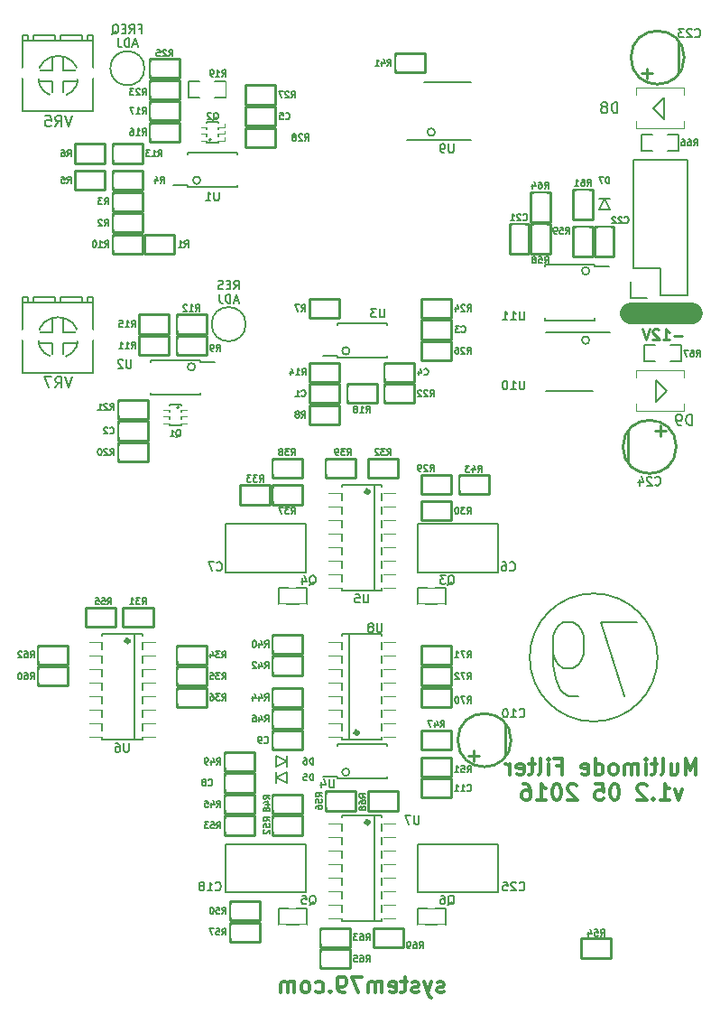
<source format=gbo>
G04 #@! TF.FileFunction,Legend,Bot*
%FSLAX46Y46*%
G04 Gerber Fmt 4.6, Leading zero omitted, Abs format (unit mm)*
G04 Created by KiCad (PCBNEW 4.0.2-stable) date 2016-04-29 6:09:28 PM*
%MOMM*%
G01*
G04 APERTURE LIST*
%ADD10C,0.100000*%
%ADD11C,2.000000*%
%ADD12C,0.200000*%
%ADD13C,0.300000*%
%ADD14C,0.254000*%
%ADD15C,0.152400*%
%ADD16C,0.250000*%
%ADD17C,0.150000*%
%ADD18C,0.127000*%
%ADD19C,0.066040*%
%ADD20C,0.203200*%
%ADD21C,0.381000*%
%ADD22C,0.101600*%
%ADD23R,0.812800X1.143000*%
%ADD24R,1.400000X1.400000*%
%ADD25C,1.400000*%
%ADD26R,1.143000X0.812800*%
%ADD27R,1.727200X1.727200*%
%ADD28O,1.727200X1.727200*%
%ADD29R,0.701040X1.000760*%
%ADD30C,2.250000*%
%ADD31C,2.500000*%
%ADD32R,1.500000X0.450000*%
%ADD33R,1.450000X0.450000*%
%ADD34C,1.524000*%
%ADD35R,0.797560X0.398780*%
%ADD36R,2.199640X0.599440*%
%ADD37R,1.143000X1.397000*%
%ADD38R,0.609600X0.762000*%
%ADD39R,0.762000X0.609600*%
%ADD40R,2.397760X2.397760*%
%ADD41R,1.200000X1.200000*%
%ADD42C,1.200000*%
%ADD43C,1.778000*%
%ADD44C,1.998980*%
%ADD45O,2.500000X4.000000*%
%ADD46O,2.000000X2.500000*%
%ADD47O,3.500000X1.500000*%
G04 APERTURE END LIST*
D10*
D11*
X75500000Y-39500000D02*
X69750000Y-39500000D01*
D12*
X51353553Y-22500000D02*
G75*
G03X51353553Y-22500000I-353553J0D01*
G01*
D13*
X52178571Y-103107143D02*
X52035714Y-103178571D01*
X51749999Y-103178571D01*
X51607142Y-103107143D01*
X51535714Y-102964286D01*
X51535714Y-102892857D01*
X51607142Y-102750000D01*
X51749999Y-102678571D01*
X51964285Y-102678571D01*
X52107142Y-102607143D01*
X52178571Y-102464286D01*
X52178571Y-102392857D01*
X52107142Y-102250000D01*
X51964285Y-102178571D01*
X51749999Y-102178571D01*
X51607142Y-102250000D01*
X51035713Y-102178571D02*
X50678570Y-103178571D01*
X50321428Y-102178571D02*
X50678570Y-103178571D01*
X50821428Y-103535714D01*
X50892856Y-103607143D01*
X51035713Y-103678571D01*
X49821428Y-103107143D02*
X49678571Y-103178571D01*
X49392856Y-103178571D01*
X49249999Y-103107143D01*
X49178571Y-102964286D01*
X49178571Y-102892857D01*
X49249999Y-102750000D01*
X49392856Y-102678571D01*
X49607142Y-102678571D01*
X49749999Y-102607143D01*
X49821428Y-102464286D01*
X49821428Y-102392857D01*
X49749999Y-102250000D01*
X49607142Y-102178571D01*
X49392856Y-102178571D01*
X49249999Y-102250000D01*
X48749999Y-102178571D02*
X48178570Y-102178571D01*
X48535713Y-101678571D02*
X48535713Y-102964286D01*
X48464285Y-103107143D01*
X48321427Y-103178571D01*
X48178570Y-103178571D01*
X47107142Y-103107143D02*
X47249999Y-103178571D01*
X47535713Y-103178571D01*
X47678570Y-103107143D01*
X47749999Y-102964286D01*
X47749999Y-102392857D01*
X47678570Y-102250000D01*
X47535713Y-102178571D01*
X47249999Y-102178571D01*
X47107142Y-102250000D01*
X47035713Y-102392857D01*
X47035713Y-102535714D01*
X47749999Y-102678571D01*
X46392856Y-103178571D02*
X46392856Y-102178571D01*
X46392856Y-102321429D02*
X46321428Y-102250000D01*
X46178570Y-102178571D01*
X45964285Y-102178571D01*
X45821428Y-102250000D01*
X45749999Y-102392857D01*
X45749999Y-103178571D01*
X45749999Y-102392857D02*
X45678570Y-102250000D01*
X45535713Y-102178571D01*
X45321428Y-102178571D01*
X45178570Y-102250000D01*
X45107142Y-102392857D01*
X45107142Y-103178571D01*
X44535713Y-101678571D02*
X43535713Y-101678571D01*
X44178570Y-103178571D01*
X42892857Y-103178571D02*
X42607142Y-103178571D01*
X42464285Y-103107143D01*
X42392857Y-103035714D01*
X42249999Y-102821429D01*
X42178571Y-102535714D01*
X42178571Y-101964286D01*
X42249999Y-101821429D01*
X42321428Y-101750000D01*
X42464285Y-101678571D01*
X42749999Y-101678571D01*
X42892857Y-101750000D01*
X42964285Y-101821429D01*
X43035714Y-101964286D01*
X43035714Y-102321429D01*
X42964285Y-102464286D01*
X42892857Y-102535714D01*
X42749999Y-102607143D01*
X42464285Y-102607143D01*
X42321428Y-102535714D01*
X42249999Y-102464286D01*
X42178571Y-102321429D01*
X41535714Y-103035714D02*
X41464286Y-103107143D01*
X41535714Y-103178571D01*
X41607143Y-103107143D01*
X41535714Y-103035714D01*
X41535714Y-103178571D01*
X40178571Y-103107143D02*
X40321428Y-103178571D01*
X40607142Y-103178571D01*
X40750000Y-103107143D01*
X40821428Y-103035714D01*
X40892857Y-102892857D01*
X40892857Y-102464286D01*
X40821428Y-102321429D01*
X40750000Y-102250000D01*
X40607142Y-102178571D01*
X40321428Y-102178571D01*
X40178571Y-102250000D01*
X39321428Y-103178571D02*
X39464286Y-103107143D01*
X39535714Y-103035714D01*
X39607143Y-102892857D01*
X39607143Y-102464286D01*
X39535714Y-102321429D01*
X39464286Y-102250000D01*
X39321428Y-102178571D01*
X39107143Y-102178571D01*
X38964286Y-102250000D01*
X38892857Y-102321429D01*
X38821428Y-102464286D01*
X38821428Y-102892857D01*
X38892857Y-103035714D01*
X38964286Y-103107143D01*
X39107143Y-103178571D01*
X39321428Y-103178571D01*
X38178571Y-103178571D02*
X38178571Y-102178571D01*
X38178571Y-102321429D02*
X38107143Y-102250000D01*
X37964285Y-102178571D01*
X37750000Y-102178571D01*
X37607143Y-102250000D01*
X37535714Y-102392857D01*
X37535714Y-103178571D01*
X37535714Y-102392857D02*
X37464285Y-102250000D01*
X37321428Y-102178571D01*
X37107143Y-102178571D01*
X36964285Y-102250000D01*
X36892857Y-102392857D01*
X36892857Y-103178571D01*
X75857142Y-82728571D02*
X75857142Y-81228571D01*
X75357142Y-82300000D01*
X74857142Y-81228571D01*
X74857142Y-82728571D01*
X73499999Y-81728571D02*
X73499999Y-82728571D01*
X74142856Y-81728571D02*
X74142856Y-82514286D01*
X74071428Y-82657143D01*
X73928570Y-82728571D01*
X73714285Y-82728571D01*
X73571428Y-82657143D01*
X73499999Y-82585714D01*
X72571427Y-82728571D02*
X72714285Y-82657143D01*
X72785713Y-82514286D01*
X72785713Y-81228571D01*
X72214285Y-81728571D02*
X71642856Y-81728571D01*
X71999999Y-81228571D02*
X71999999Y-82514286D01*
X71928571Y-82657143D01*
X71785713Y-82728571D01*
X71642856Y-82728571D01*
X71142856Y-82728571D02*
X71142856Y-81728571D01*
X71142856Y-81228571D02*
X71214285Y-81300000D01*
X71142856Y-81371429D01*
X71071428Y-81300000D01*
X71142856Y-81228571D01*
X71142856Y-81371429D01*
X70428570Y-82728571D02*
X70428570Y-81728571D01*
X70428570Y-81871429D02*
X70357142Y-81800000D01*
X70214284Y-81728571D01*
X69999999Y-81728571D01*
X69857142Y-81800000D01*
X69785713Y-81942857D01*
X69785713Y-82728571D01*
X69785713Y-81942857D02*
X69714284Y-81800000D01*
X69571427Y-81728571D01*
X69357142Y-81728571D01*
X69214284Y-81800000D01*
X69142856Y-81942857D01*
X69142856Y-82728571D01*
X68214284Y-82728571D02*
X68357142Y-82657143D01*
X68428570Y-82585714D01*
X68499999Y-82442857D01*
X68499999Y-82014286D01*
X68428570Y-81871429D01*
X68357142Y-81800000D01*
X68214284Y-81728571D01*
X67999999Y-81728571D01*
X67857142Y-81800000D01*
X67785713Y-81871429D01*
X67714284Y-82014286D01*
X67714284Y-82442857D01*
X67785713Y-82585714D01*
X67857142Y-82657143D01*
X67999999Y-82728571D01*
X68214284Y-82728571D01*
X66428570Y-82728571D02*
X66428570Y-81228571D01*
X66428570Y-82657143D02*
X66571427Y-82728571D01*
X66857141Y-82728571D01*
X66999999Y-82657143D01*
X67071427Y-82585714D01*
X67142856Y-82442857D01*
X67142856Y-82014286D01*
X67071427Y-81871429D01*
X66999999Y-81800000D01*
X66857141Y-81728571D01*
X66571427Y-81728571D01*
X66428570Y-81800000D01*
X65142856Y-82657143D02*
X65285713Y-82728571D01*
X65571427Y-82728571D01*
X65714284Y-82657143D01*
X65785713Y-82514286D01*
X65785713Y-81942857D01*
X65714284Y-81800000D01*
X65571427Y-81728571D01*
X65285713Y-81728571D01*
X65142856Y-81800000D01*
X65071427Y-81942857D01*
X65071427Y-82085714D01*
X65785713Y-82228571D01*
X62785713Y-81942857D02*
X63285713Y-81942857D01*
X63285713Y-82728571D02*
X63285713Y-81228571D01*
X62571427Y-81228571D01*
X61999999Y-82728571D02*
X61999999Y-81728571D01*
X61999999Y-81228571D02*
X62071428Y-81300000D01*
X61999999Y-81371429D01*
X61928571Y-81300000D01*
X61999999Y-81228571D01*
X61999999Y-81371429D01*
X61071427Y-82728571D02*
X61214285Y-82657143D01*
X61285713Y-82514286D01*
X61285713Y-81228571D01*
X60714285Y-81728571D02*
X60142856Y-81728571D01*
X60499999Y-81228571D02*
X60499999Y-82514286D01*
X60428571Y-82657143D01*
X60285713Y-82728571D01*
X60142856Y-82728571D01*
X59071428Y-82657143D02*
X59214285Y-82728571D01*
X59499999Y-82728571D01*
X59642856Y-82657143D01*
X59714285Y-82514286D01*
X59714285Y-81942857D01*
X59642856Y-81800000D01*
X59499999Y-81728571D01*
X59214285Y-81728571D01*
X59071428Y-81800000D01*
X58999999Y-81942857D01*
X58999999Y-82085714D01*
X59714285Y-82228571D01*
X58357142Y-82728571D02*
X58357142Y-81728571D01*
X58357142Y-82014286D02*
X58285714Y-81871429D01*
X58214285Y-81800000D01*
X58071428Y-81728571D01*
X57928571Y-81728571D01*
X74571426Y-84128571D02*
X74214283Y-85128571D01*
X73857141Y-84128571D01*
X72499998Y-85128571D02*
X73357141Y-85128571D01*
X72928569Y-85128571D02*
X72928569Y-83628571D01*
X73071426Y-83842857D01*
X73214284Y-83985714D01*
X73357141Y-84057143D01*
X71857141Y-84985714D02*
X71785713Y-85057143D01*
X71857141Y-85128571D01*
X71928570Y-85057143D01*
X71857141Y-84985714D01*
X71857141Y-85128571D01*
X71214284Y-83771429D02*
X71142855Y-83700000D01*
X70999998Y-83628571D01*
X70642855Y-83628571D01*
X70499998Y-83700000D01*
X70428569Y-83771429D01*
X70357141Y-83914286D01*
X70357141Y-84057143D01*
X70428569Y-84271429D01*
X71285712Y-85128571D01*
X70357141Y-85128571D01*
X68285713Y-83628571D02*
X68142856Y-83628571D01*
X67999999Y-83700000D01*
X67928570Y-83771429D01*
X67857141Y-83914286D01*
X67785713Y-84200000D01*
X67785713Y-84557143D01*
X67857141Y-84842857D01*
X67928570Y-84985714D01*
X67999999Y-85057143D01*
X68142856Y-85128571D01*
X68285713Y-85128571D01*
X68428570Y-85057143D01*
X68499999Y-84985714D01*
X68571427Y-84842857D01*
X68642856Y-84557143D01*
X68642856Y-84200000D01*
X68571427Y-83914286D01*
X68499999Y-83771429D01*
X68428570Y-83700000D01*
X68285713Y-83628571D01*
X66428570Y-83628571D02*
X67142856Y-83628571D01*
X67214285Y-84342857D01*
X67142856Y-84271429D01*
X66999999Y-84200000D01*
X66642856Y-84200000D01*
X66499999Y-84271429D01*
X66428570Y-84342857D01*
X66357142Y-84485714D01*
X66357142Y-84842857D01*
X66428570Y-84985714D01*
X66499999Y-85057143D01*
X66642856Y-85128571D01*
X66999999Y-85128571D01*
X67142856Y-85057143D01*
X67214285Y-84985714D01*
X64642857Y-83771429D02*
X64571428Y-83700000D01*
X64428571Y-83628571D01*
X64071428Y-83628571D01*
X63928571Y-83700000D01*
X63857142Y-83771429D01*
X63785714Y-83914286D01*
X63785714Y-84057143D01*
X63857142Y-84271429D01*
X64714285Y-85128571D01*
X63785714Y-85128571D01*
X62857143Y-83628571D02*
X62714286Y-83628571D01*
X62571429Y-83700000D01*
X62500000Y-83771429D01*
X62428571Y-83914286D01*
X62357143Y-84200000D01*
X62357143Y-84557143D01*
X62428571Y-84842857D01*
X62500000Y-84985714D01*
X62571429Y-85057143D01*
X62714286Y-85128571D01*
X62857143Y-85128571D01*
X63000000Y-85057143D01*
X63071429Y-84985714D01*
X63142857Y-84842857D01*
X63214286Y-84557143D01*
X63214286Y-84200000D01*
X63142857Y-83914286D01*
X63071429Y-83771429D01*
X63000000Y-83700000D01*
X62857143Y-83628571D01*
X60928572Y-85128571D02*
X61785715Y-85128571D01*
X61357143Y-85128571D02*
X61357143Y-83628571D01*
X61500000Y-83842857D01*
X61642858Y-83985714D01*
X61785715Y-84057143D01*
X59642858Y-83628571D02*
X59928572Y-83628571D01*
X60071429Y-83700000D01*
X60142858Y-83771429D01*
X60285715Y-83985714D01*
X60357144Y-84271429D01*
X60357144Y-84842857D01*
X60285715Y-84985714D01*
X60214287Y-85057143D01*
X60071429Y-85128571D01*
X59785715Y-85128571D01*
X59642858Y-85057143D01*
X59571429Y-84985714D01*
X59500001Y-84842857D01*
X59500001Y-84485714D01*
X59571429Y-84342857D01*
X59642858Y-84271429D01*
X59785715Y-84200000D01*
X60071429Y-84200000D01*
X60214287Y-84271429D01*
X60285715Y-84342857D01*
X60357144Y-84485714D01*
D14*
X74540095Y-41572571D02*
X73766000Y-41572571D01*
X72750000Y-41959619D02*
X73330571Y-41959619D01*
X73040285Y-41959619D02*
X73040285Y-40943619D01*
X73137047Y-41088762D01*
X73233809Y-41185524D01*
X73330571Y-41233905D01*
X72362952Y-41040381D02*
X72314571Y-40992000D01*
X72217809Y-40943619D01*
X71975905Y-40943619D01*
X71879143Y-40992000D01*
X71830762Y-41040381D01*
X71782381Y-41137143D01*
X71782381Y-41233905D01*
X71830762Y-41379048D01*
X72411333Y-41959619D01*
X71782381Y-41959619D01*
X71492095Y-40943619D02*
X71153428Y-41959619D01*
X70814762Y-40943619D01*
D15*
X32503161Y-37222535D02*
X32774094Y-36835488D01*
X32967618Y-37222535D02*
X32967618Y-36409735D01*
X32657980Y-36409735D01*
X32580571Y-36448440D01*
X32541866Y-36487145D01*
X32503161Y-36564554D01*
X32503161Y-36680669D01*
X32541866Y-36758078D01*
X32580571Y-36796783D01*
X32657980Y-36835488D01*
X32967618Y-36835488D01*
X32154818Y-36796783D02*
X31883885Y-36796783D01*
X31767771Y-37222535D02*
X32154818Y-37222535D01*
X32154818Y-36409735D01*
X31767771Y-36409735D01*
X31458133Y-37183830D02*
X31342019Y-37222535D01*
X31148495Y-37222535D01*
X31071085Y-37183830D01*
X31032381Y-37145126D01*
X30993676Y-37067716D01*
X30993676Y-36990307D01*
X31032381Y-36912897D01*
X31071085Y-36874192D01*
X31148495Y-36835488D01*
X31303314Y-36796783D01*
X31380723Y-36758078D01*
X31419428Y-36719373D01*
X31458133Y-36641964D01*
X31458133Y-36564554D01*
X31419428Y-36487145D01*
X31380723Y-36448440D01*
X31303314Y-36409735D01*
X31109790Y-36409735D01*
X30993676Y-36448440D01*
X32909562Y-38280627D02*
X32522514Y-38280627D01*
X32986971Y-38512855D02*
X32716038Y-37700055D01*
X32445105Y-38512855D01*
X32174171Y-38512855D02*
X32174171Y-37700055D01*
X31980647Y-37700055D01*
X31864533Y-37738760D01*
X31787124Y-37816170D01*
X31748419Y-37893579D01*
X31709714Y-38048398D01*
X31709714Y-38164512D01*
X31748419Y-38319331D01*
X31787124Y-38396741D01*
X31864533Y-38474150D01*
X31980647Y-38512855D01*
X32174171Y-38512855D01*
X31129143Y-37700055D02*
X31129143Y-38280627D01*
X31167847Y-38396741D01*
X31245257Y-38474150D01*
X31361371Y-38512855D01*
X31438781Y-38512855D01*
D12*
X65853553Y-35500000D02*
G75*
G03X65853553Y-35500000I-353553J0D01*
G01*
X65853553Y-42000000D02*
G75*
G03X65853553Y-42000000I-353553J0D01*
G01*
D15*
X23583733Y-12796783D02*
X23854666Y-12796783D01*
X23854666Y-13222535D02*
X23854666Y-12409735D01*
X23467619Y-12409735D01*
X22693523Y-13222535D02*
X22964456Y-12835488D01*
X23157980Y-13222535D02*
X23157980Y-12409735D01*
X22848342Y-12409735D01*
X22770933Y-12448440D01*
X22732228Y-12487145D01*
X22693523Y-12564554D01*
X22693523Y-12680669D01*
X22732228Y-12758078D01*
X22770933Y-12796783D01*
X22848342Y-12835488D01*
X23157980Y-12835488D01*
X22345180Y-12796783D02*
X22074247Y-12796783D01*
X21958133Y-13222535D02*
X22345180Y-13222535D01*
X22345180Y-12409735D01*
X21958133Y-12409735D01*
X21067924Y-13299945D02*
X21145333Y-13261240D01*
X21222743Y-13183830D01*
X21338857Y-13067716D01*
X21416266Y-13029011D01*
X21493676Y-13029011D01*
X21454971Y-13222535D02*
X21532381Y-13183830D01*
X21609790Y-13106421D01*
X21648495Y-12951602D01*
X21648495Y-12680669D01*
X21609790Y-12525850D01*
X21532381Y-12448440D01*
X21454971Y-12409735D01*
X21300152Y-12409735D01*
X21222743Y-12448440D01*
X21145333Y-12525850D01*
X21106628Y-12680669D01*
X21106628Y-12951602D01*
X21145333Y-13106421D01*
X21222743Y-13183830D01*
X21300152Y-13222535D01*
X21454971Y-13222535D01*
X23409562Y-14280627D02*
X23022514Y-14280627D01*
X23486971Y-14512855D02*
X23216038Y-13700055D01*
X22945105Y-14512855D01*
X22674171Y-14512855D02*
X22674171Y-13700055D01*
X22480647Y-13700055D01*
X22364533Y-13738760D01*
X22287124Y-13816170D01*
X22248419Y-13893579D01*
X22209714Y-14048398D01*
X22209714Y-14164512D01*
X22248419Y-14319331D01*
X22287124Y-14396741D01*
X22364533Y-14474150D01*
X22480647Y-14512855D01*
X22674171Y-14512855D01*
X21629143Y-13700055D02*
X21629143Y-14280627D01*
X21667847Y-14396741D01*
X21745257Y-14474150D01*
X21861371Y-14512855D01*
X21938781Y-14512855D01*
D14*
X42400000Y-47900000D02*
X39600000Y-47900000D01*
X39600000Y-47900000D02*
X39600000Y-46100000D01*
X39600000Y-46100000D02*
X42400000Y-46100000D01*
X42400000Y-46100000D02*
X42400000Y-47900000D01*
X21600000Y-49600000D02*
X24400000Y-49600000D01*
X24400000Y-49600000D02*
X24400000Y-51400000D01*
X24400000Y-51400000D02*
X21600000Y-51400000D01*
X21600000Y-51400000D02*
X21600000Y-49600000D01*
X52900000Y-41900000D02*
X50100000Y-41900000D01*
X50100000Y-41900000D02*
X50100000Y-40100000D01*
X50100000Y-40100000D02*
X52900000Y-40100000D01*
X52900000Y-40100000D02*
X52900000Y-41900000D01*
X46600000Y-44100000D02*
X49400000Y-44100000D01*
X49400000Y-44100000D02*
X49400000Y-45900000D01*
X49400000Y-45900000D02*
X46600000Y-45900000D01*
X46600000Y-45900000D02*
X46600000Y-44100000D01*
X36400000Y-21900000D02*
X33600000Y-21900000D01*
X33600000Y-21900000D02*
X33600000Y-20100000D01*
X33600000Y-20100000D02*
X36400000Y-20100000D01*
X36400000Y-20100000D02*
X36400000Y-21900000D01*
X31600000Y-82600000D02*
X34400000Y-82600000D01*
X34400000Y-82600000D02*
X34400000Y-84400000D01*
X34400000Y-84400000D02*
X31600000Y-84400000D01*
X31600000Y-84400000D02*
X31600000Y-82600000D01*
X38900000Y-80400000D02*
X36100000Y-80400000D01*
X36100000Y-80400000D02*
X36100000Y-78600000D01*
X36100000Y-78600000D02*
X38900000Y-78600000D01*
X38900000Y-78600000D02*
X38900000Y-80400000D01*
D16*
X55500000Y-81000000D02*
X54500000Y-81000000D01*
X55000000Y-81500000D02*
X55000000Y-80500000D01*
X58000000Y-81000000D02*
X58000000Y-78000000D01*
X58500000Y-79500000D02*
G75*
G03X58500000Y-79500000I-2500000J0D01*
G01*
D14*
X52900000Y-84900000D02*
X50100000Y-84900000D01*
X50100000Y-84900000D02*
X50100000Y-83100000D01*
X50100000Y-83100000D02*
X52900000Y-83100000D01*
X52900000Y-83100000D02*
X52900000Y-84900000D01*
X60150000Y-31100000D02*
X60150000Y-33900000D01*
X60150000Y-33900000D02*
X58350000Y-33900000D01*
X58350000Y-33900000D02*
X58350000Y-31100000D01*
X58350000Y-31100000D02*
X60150000Y-31100000D01*
X68150000Y-31350000D02*
X68150000Y-34150000D01*
X68150000Y-34150000D02*
X66350000Y-34150000D01*
X66350000Y-34150000D02*
X66350000Y-31350000D01*
X66350000Y-31350000D02*
X68150000Y-31350000D01*
D16*
X71750000Y-17000000D02*
X70750000Y-17000000D01*
X71250000Y-17500000D02*
X71250000Y-16500000D01*
X74250000Y-17000000D02*
X74250000Y-14000000D01*
X74750000Y-15500000D02*
G75*
G03X74750000Y-15500000I-2500000J0D01*
G01*
X72000000Y-50500000D02*
X73000000Y-50500000D01*
X72500000Y-50000000D02*
X72500000Y-51000000D01*
X69500000Y-50500000D02*
X69500000Y-53500000D01*
X74000000Y-52000000D02*
G75*
G03X74000000Y-52000000I-2500000J0D01*
G01*
D17*
X75060000Y-37770000D02*
X75060000Y-25070000D01*
X75060000Y-25070000D02*
X69980000Y-25070000D01*
X69980000Y-25070000D02*
X69980000Y-35230000D01*
X75060000Y-37770000D02*
X72520000Y-37770000D01*
X71250000Y-38050000D02*
X69700000Y-38050000D01*
X72520000Y-37770000D02*
X72520000Y-35230000D01*
X72520000Y-35230000D02*
X69980000Y-35230000D01*
X69700000Y-38050000D02*
X69700000Y-36500000D01*
D18*
X49730000Y-66762000D02*
X52333500Y-66762000D01*
X52333500Y-66762000D02*
X52333500Y-65238000D01*
X52333500Y-65238000D02*
X49730000Y-65238000D01*
X49730000Y-65238000D02*
X49730000Y-66762000D01*
X36730000Y-66762000D02*
X39333500Y-66762000D01*
X39333500Y-66762000D02*
X39333500Y-65238000D01*
X39333500Y-65238000D02*
X36730000Y-65238000D01*
X36730000Y-65238000D02*
X36730000Y-66762000D01*
X36730000Y-96762000D02*
X39333500Y-96762000D01*
X39333500Y-96762000D02*
X39333500Y-95238000D01*
X39333500Y-95238000D02*
X36730000Y-95238000D01*
X36730000Y-95238000D02*
X36730000Y-96762000D01*
X49730000Y-96762000D02*
X52333500Y-96762000D01*
X52333500Y-96762000D02*
X52333500Y-95238000D01*
X52333500Y-95238000D02*
X49730000Y-95238000D01*
X49730000Y-95238000D02*
X49730000Y-96762000D01*
D14*
X24100000Y-32100000D02*
X26900000Y-32100000D01*
X26900000Y-32100000D02*
X26900000Y-33900000D01*
X26900000Y-33900000D02*
X24100000Y-33900000D01*
X24100000Y-33900000D02*
X24100000Y-32100000D01*
X21100000Y-30100000D02*
X23900000Y-30100000D01*
X23900000Y-30100000D02*
X23900000Y-31900000D01*
X23900000Y-31900000D02*
X21100000Y-31900000D01*
X21100000Y-31900000D02*
X21100000Y-30100000D01*
X21100000Y-28100000D02*
X23900000Y-28100000D01*
X23900000Y-28100000D02*
X23900000Y-29900000D01*
X23900000Y-29900000D02*
X21100000Y-29900000D01*
X21100000Y-29900000D02*
X21100000Y-28100000D01*
X21100000Y-26100000D02*
X23900000Y-26100000D01*
X23900000Y-26100000D02*
X23900000Y-27900000D01*
X23900000Y-27900000D02*
X21100000Y-27900000D01*
X21100000Y-27900000D02*
X21100000Y-26100000D01*
X20400000Y-27900000D02*
X17600000Y-27900000D01*
X17600000Y-27900000D02*
X17600000Y-26100000D01*
X17600000Y-26100000D02*
X20400000Y-26100000D01*
X20400000Y-26100000D02*
X20400000Y-27900000D01*
X20400000Y-25400000D02*
X17600000Y-25400000D01*
X17600000Y-25400000D02*
X17600000Y-23600000D01*
X17600000Y-23600000D02*
X20400000Y-23600000D01*
X20400000Y-23600000D02*
X20400000Y-25400000D01*
X39600000Y-38100000D02*
X42400000Y-38100000D01*
X42400000Y-38100000D02*
X42400000Y-39900000D01*
X42400000Y-39900000D02*
X39600000Y-39900000D01*
X39600000Y-39900000D02*
X39600000Y-38100000D01*
X39600000Y-48100000D02*
X42400000Y-48100000D01*
X42400000Y-48100000D02*
X42400000Y-49900000D01*
X42400000Y-49900000D02*
X39600000Y-49900000D01*
X39600000Y-49900000D02*
X39600000Y-48100000D01*
X27100000Y-41600000D02*
X29900000Y-41600000D01*
X29900000Y-41600000D02*
X29900000Y-43400000D01*
X29900000Y-43400000D02*
X27100000Y-43400000D01*
X27100000Y-43400000D02*
X27100000Y-41600000D01*
X21100000Y-32100000D02*
X23900000Y-32100000D01*
X23900000Y-32100000D02*
X23900000Y-33900000D01*
X23900000Y-33900000D02*
X21100000Y-33900000D01*
X21100000Y-33900000D02*
X21100000Y-32100000D01*
X26400000Y-43400000D02*
X23600000Y-43400000D01*
X23600000Y-43400000D02*
X23600000Y-41600000D01*
X23600000Y-41600000D02*
X26400000Y-41600000D01*
X26400000Y-41600000D02*
X26400000Y-43400000D01*
X27100000Y-39600000D02*
X29900000Y-39600000D01*
X29900000Y-39600000D02*
X29900000Y-41400000D01*
X29900000Y-41400000D02*
X27100000Y-41400000D01*
X27100000Y-41400000D02*
X27100000Y-39600000D01*
X23900000Y-25400000D02*
X21100000Y-25400000D01*
X21100000Y-25400000D02*
X21100000Y-23600000D01*
X21100000Y-23600000D02*
X23900000Y-23600000D01*
X23900000Y-23600000D02*
X23900000Y-25400000D01*
X42400000Y-45900000D02*
X39600000Y-45900000D01*
X39600000Y-45900000D02*
X39600000Y-44100000D01*
X39600000Y-44100000D02*
X42400000Y-44100000D01*
X42400000Y-44100000D02*
X42400000Y-45900000D01*
X26400000Y-41400000D02*
X23600000Y-41400000D01*
X23600000Y-41400000D02*
X23600000Y-39600000D01*
X23600000Y-39600000D02*
X26400000Y-39600000D01*
X26400000Y-39600000D02*
X26400000Y-41400000D01*
X27400000Y-23400000D02*
X24600000Y-23400000D01*
X24600000Y-23400000D02*
X24600000Y-21600000D01*
X24600000Y-21600000D02*
X27400000Y-21600000D01*
X27400000Y-21600000D02*
X27400000Y-23400000D01*
X27400000Y-21400000D02*
X24600000Y-21400000D01*
X24600000Y-21400000D02*
X24600000Y-19600000D01*
X24600000Y-19600000D02*
X27400000Y-19600000D01*
X27400000Y-19600000D02*
X27400000Y-21400000D01*
X45900000Y-47900000D02*
X43100000Y-47900000D01*
X43100000Y-47900000D02*
X43100000Y-46100000D01*
X43100000Y-46100000D02*
X45900000Y-46100000D01*
X45900000Y-46100000D02*
X45900000Y-47900000D01*
X24400000Y-53400000D02*
X21600000Y-53400000D01*
X21600000Y-53400000D02*
X21600000Y-51600000D01*
X21600000Y-51600000D02*
X24400000Y-51600000D01*
X24400000Y-51600000D02*
X24400000Y-53400000D01*
X24400000Y-49400000D02*
X21600000Y-49400000D01*
X21600000Y-49400000D02*
X21600000Y-47600000D01*
X21600000Y-47600000D02*
X24400000Y-47600000D01*
X24400000Y-47600000D02*
X24400000Y-49400000D01*
X49400000Y-47900000D02*
X46600000Y-47900000D01*
X46600000Y-47900000D02*
X46600000Y-46100000D01*
X46600000Y-46100000D02*
X49400000Y-46100000D01*
X49400000Y-46100000D02*
X49400000Y-47900000D01*
X27400000Y-19400000D02*
X24600000Y-19400000D01*
X24600000Y-19400000D02*
X24600000Y-17600000D01*
X24600000Y-17600000D02*
X27400000Y-17600000D01*
X27400000Y-17600000D02*
X27400000Y-19400000D01*
X50100000Y-38100000D02*
X52900000Y-38100000D01*
X52900000Y-38100000D02*
X52900000Y-39900000D01*
X52900000Y-39900000D02*
X50100000Y-39900000D01*
X50100000Y-39900000D02*
X50100000Y-38100000D01*
X27400000Y-17400000D02*
X24600000Y-17400000D01*
X24600000Y-17400000D02*
X24600000Y-15600000D01*
X24600000Y-15600000D02*
X27400000Y-15600000D01*
X27400000Y-15600000D02*
X27400000Y-17400000D01*
X52900000Y-43900000D02*
X50100000Y-43900000D01*
X50100000Y-43900000D02*
X50100000Y-42100000D01*
X50100000Y-42100000D02*
X52900000Y-42100000D01*
X52900000Y-42100000D02*
X52900000Y-43900000D01*
X33600000Y-18100000D02*
X36400000Y-18100000D01*
X36400000Y-18100000D02*
X36400000Y-19900000D01*
X36400000Y-19900000D02*
X33600000Y-19900000D01*
X33600000Y-19900000D02*
X33600000Y-18100000D01*
X33600000Y-22100000D02*
X36400000Y-22100000D01*
X36400000Y-22100000D02*
X36400000Y-23900000D01*
X36400000Y-23900000D02*
X33600000Y-23900000D01*
X33600000Y-23900000D02*
X33600000Y-22100000D01*
X50100000Y-54600000D02*
X52900000Y-54600000D01*
X52900000Y-54600000D02*
X52900000Y-56400000D01*
X52900000Y-56400000D02*
X50100000Y-56400000D01*
X50100000Y-56400000D02*
X50100000Y-54600000D01*
X52900000Y-58900000D02*
X50100000Y-58900000D01*
X50100000Y-58900000D02*
X50100000Y-57100000D01*
X50100000Y-57100000D02*
X52900000Y-57100000D01*
X52900000Y-57100000D02*
X52900000Y-58900000D01*
X24900000Y-68900000D02*
X22100000Y-68900000D01*
X22100000Y-68900000D02*
X22100000Y-67100000D01*
X22100000Y-67100000D02*
X24900000Y-67100000D01*
X24900000Y-67100000D02*
X24900000Y-68900000D01*
X47900000Y-54900000D02*
X45100000Y-54900000D01*
X45100000Y-54900000D02*
X45100000Y-53100000D01*
X45100000Y-53100000D02*
X47900000Y-53100000D01*
X47900000Y-53100000D02*
X47900000Y-54900000D01*
X33100000Y-55600000D02*
X35900000Y-55600000D01*
X35900000Y-55600000D02*
X35900000Y-57400000D01*
X35900000Y-57400000D02*
X33100000Y-57400000D01*
X33100000Y-57400000D02*
X33100000Y-55600000D01*
X27100000Y-70600000D02*
X29900000Y-70600000D01*
X29900000Y-70600000D02*
X29900000Y-72400000D01*
X29900000Y-72400000D02*
X27100000Y-72400000D01*
X27100000Y-72400000D02*
X27100000Y-70600000D01*
X27100000Y-72600000D02*
X29900000Y-72600000D01*
X29900000Y-72600000D02*
X29900000Y-74400000D01*
X29900000Y-74400000D02*
X27100000Y-74400000D01*
X27100000Y-74400000D02*
X27100000Y-72600000D01*
X29900000Y-76400000D02*
X27100000Y-76400000D01*
X27100000Y-76400000D02*
X27100000Y-74600000D01*
X27100000Y-74600000D02*
X29900000Y-74600000D01*
X29900000Y-74600000D02*
X29900000Y-76400000D01*
X38900000Y-57400000D02*
X36100000Y-57400000D01*
X36100000Y-57400000D02*
X36100000Y-55600000D01*
X36100000Y-55600000D02*
X38900000Y-55600000D01*
X38900000Y-55600000D02*
X38900000Y-57400000D01*
X36100000Y-53100000D02*
X38900000Y-53100000D01*
X38900000Y-53100000D02*
X38900000Y-54900000D01*
X38900000Y-54900000D02*
X36100000Y-54900000D01*
X36100000Y-54900000D02*
X36100000Y-53100000D01*
X41100000Y-53100000D02*
X43900000Y-53100000D01*
X43900000Y-53100000D02*
X43900000Y-54900000D01*
X43900000Y-54900000D02*
X41100000Y-54900000D01*
X41100000Y-54900000D02*
X41100000Y-53100000D01*
X38900000Y-71400000D02*
X36100000Y-71400000D01*
X36100000Y-71400000D02*
X36100000Y-69600000D01*
X36100000Y-69600000D02*
X38900000Y-69600000D01*
X38900000Y-69600000D02*
X38900000Y-71400000D01*
X47600000Y-15100000D02*
X50400000Y-15100000D01*
X50400000Y-15100000D02*
X50400000Y-16900000D01*
X50400000Y-16900000D02*
X47600000Y-16900000D01*
X47600000Y-16900000D02*
X47600000Y-15100000D01*
X38900000Y-73400000D02*
X36100000Y-73400000D01*
X36100000Y-73400000D02*
X36100000Y-71600000D01*
X36100000Y-71600000D02*
X38900000Y-71600000D01*
X38900000Y-71600000D02*
X38900000Y-73400000D01*
X56400000Y-56400000D02*
X53600000Y-56400000D01*
X53600000Y-56400000D02*
X53600000Y-54600000D01*
X53600000Y-54600000D02*
X56400000Y-54600000D01*
X56400000Y-54600000D02*
X56400000Y-56400000D01*
X38900000Y-76400000D02*
X36100000Y-76400000D01*
X36100000Y-76400000D02*
X36100000Y-74600000D01*
X36100000Y-74600000D02*
X38900000Y-74600000D01*
X38900000Y-74600000D02*
X38900000Y-76400000D01*
X34400000Y-86400000D02*
X31600000Y-86400000D01*
X31600000Y-86400000D02*
X31600000Y-84600000D01*
X31600000Y-84600000D02*
X34400000Y-84600000D01*
X34400000Y-84600000D02*
X34400000Y-86400000D01*
X36100000Y-76600000D02*
X38900000Y-76600000D01*
X38900000Y-76600000D02*
X38900000Y-78400000D01*
X38900000Y-78400000D02*
X36100000Y-78400000D01*
X36100000Y-78400000D02*
X36100000Y-76600000D01*
X50100000Y-78600000D02*
X52900000Y-78600000D01*
X52900000Y-78600000D02*
X52900000Y-80400000D01*
X52900000Y-80400000D02*
X50100000Y-80400000D01*
X50100000Y-80400000D02*
X50100000Y-78600000D01*
X38900000Y-86400000D02*
X36100000Y-86400000D01*
X36100000Y-86400000D02*
X36100000Y-84600000D01*
X36100000Y-84600000D02*
X38900000Y-84600000D01*
X38900000Y-84600000D02*
X38900000Y-86400000D01*
X31600000Y-80600000D02*
X34400000Y-80600000D01*
X34400000Y-80600000D02*
X34400000Y-82400000D01*
X34400000Y-82400000D02*
X31600000Y-82400000D01*
X31600000Y-82400000D02*
X31600000Y-80600000D01*
X32100000Y-94600000D02*
X34900000Y-94600000D01*
X34900000Y-94600000D02*
X34900000Y-96400000D01*
X34900000Y-96400000D02*
X32100000Y-96400000D01*
X32100000Y-96400000D02*
X32100000Y-94600000D01*
X52900000Y-82900000D02*
X50100000Y-82900000D01*
X50100000Y-82900000D02*
X50100000Y-81100000D01*
X50100000Y-81100000D02*
X52900000Y-81100000D01*
X52900000Y-81100000D02*
X52900000Y-82900000D01*
X36100000Y-86600000D02*
X38900000Y-86600000D01*
X38900000Y-86600000D02*
X38900000Y-88400000D01*
X38900000Y-88400000D02*
X36100000Y-88400000D01*
X36100000Y-88400000D02*
X36100000Y-86600000D01*
X31600000Y-86600000D02*
X34400000Y-86600000D01*
X34400000Y-86600000D02*
X34400000Y-88400000D01*
X34400000Y-88400000D02*
X31600000Y-88400000D01*
X31600000Y-88400000D02*
X31600000Y-86600000D01*
X67900000Y-99900000D02*
X65100000Y-99900000D01*
X65100000Y-99900000D02*
X65100000Y-98100000D01*
X65100000Y-98100000D02*
X67900000Y-98100000D01*
X67900000Y-98100000D02*
X67900000Y-99900000D01*
X18600000Y-67100000D02*
X21400000Y-67100000D01*
X21400000Y-67100000D02*
X21400000Y-68900000D01*
X21400000Y-68900000D02*
X18600000Y-68900000D01*
X18600000Y-68900000D02*
X18600000Y-67100000D01*
X41100000Y-84300000D02*
X43900000Y-84300000D01*
X43900000Y-84300000D02*
X43900000Y-86100000D01*
X43900000Y-86100000D02*
X41100000Y-86100000D01*
X41100000Y-86100000D02*
X41100000Y-84300000D01*
X34900000Y-98400000D02*
X32100000Y-98400000D01*
X32100000Y-98400000D02*
X32100000Y-96600000D01*
X32100000Y-96600000D02*
X34900000Y-96600000D01*
X34900000Y-96600000D02*
X34900000Y-98400000D01*
X62150000Y-31100000D02*
X62150000Y-33900000D01*
X62150000Y-33900000D02*
X60350000Y-33900000D01*
X60350000Y-33900000D02*
X60350000Y-31100000D01*
X60350000Y-31100000D02*
X62150000Y-31100000D01*
X64350000Y-34150000D02*
X64350000Y-31350000D01*
X64350000Y-31350000D02*
X66150000Y-31350000D01*
X66150000Y-31350000D02*
X66150000Y-34150000D01*
X66150000Y-34150000D02*
X64350000Y-34150000D01*
X16900000Y-74400000D02*
X14100000Y-74400000D01*
X14100000Y-74400000D02*
X14100000Y-72600000D01*
X14100000Y-72600000D02*
X16900000Y-72600000D01*
X16900000Y-72600000D02*
X16900000Y-74400000D01*
X64350000Y-30650000D02*
X64350000Y-27850000D01*
X64350000Y-27850000D02*
X66150000Y-27850000D01*
X66150000Y-27850000D02*
X66150000Y-30650000D01*
X66150000Y-30650000D02*
X64350000Y-30650000D01*
X14100000Y-70600000D02*
X16900000Y-70600000D01*
X16900000Y-70600000D02*
X16900000Y-72400000D01*
X16900000Y-72400000D02*
X14100000Y-72400000D01*
X14100000Y-72400000D02*
X14100000Y-70600000D01*
X43400000Y-98900000D02*
X40600000Y-98900000D01*
X40600000Y-98900000D02*
X40600000Y-97100000D01*
X40600000Y-97100000D02*
X43400000Y-97100000D01*
X43400000Y-97100000D02*
X43400000Y-98900000D01*
X60350000Y-30900000D02*
X60350000Y-28100000D01*
X60350000Y-28100000D02*
X62150000Y-28100000D01*
X62150000Y-28100000D02*
X62150000Y-30900000D01*
X62150000Y-30900000D02*
X60350000Y-30900000D01*
X40600000Y-99100000D02*
X43400000Y-99100000D01*
X43400000Y-99100000D02*
X43400000Y-100900000D01*
X43400000Y-100900000D02*
X40600000Y-100900000D01*
X40600000Y-100900000D02*
X40600000Y-99100000D01*
X47900000Y-86100000D02*
X45100000Y-86100000D01*
X45100000Y-86100000D02*
X45100000Y-84300000D01*
X45100000Y-84300000D02*
X47900000Y-84300000D01*
X47900000Y-84300000D02*
X47900000Y-86100000D01*
X45600000Y-97100000D02*
X48400000Y-97100000D01*
X48400000Y-97100000D02*
X48400000Y-98900000D01*
X48400000Y-98900000D02*
X45600000Y-98900000D01*
X45600000Y-98900000D02*
X45600000Y-97100000D01*
X50100000Y-74600000D02*
X52900000Y-74600000D01*
X52900000Y-74600000D02*
X52900000Y-76400000D01*
X52900000Y-76400000D02*
X50100000Y-76400000D01*
X50100000Y-76400000D02*
X50100000Y-74600000D01*
X50100000Y-70600000D02*
X52900000Y-70600000D01*
X52900000Y-70600000D02*
X52900000Y-72400000D01*
X52900000Y-72400000D02*
X50100000Y-72400000D01*
X50100000Y-72400000D02*
X50100000Y-70600000D01*
X50100000Y-72600000D02*
X52900000Y-72600000D01*
X52900000Y-72600000D02*
X52900000Y-74400000D01*
X52900000Y-74400000D02*
X50100000Y-74400000D01*
X50100000Y-74400000D02*
X50100000Y-72600000D01*
D17*
X33600000Y-40500000D02*
G75*
G03X33600000Y-40500000I-1600000J0D01*
G01*
X24100000Y-16500000D02*
G75*
G03X24100000Y-16500000I-1600000J0D01*
G01*
X50300000Y-17775000D02*
X54700000Y-17775000D01*
X48725000Y-23225000D02*
X54700000Y-23225000D01*
X66200000Y-46725000D02*
X61800000Y-46725000D01*
X67775000Y-41275000D02*
X61800000Y-41275000D01*
X66325000Y-34875000D02*
X66325000Y-35100000D01*
X61675000Y-34875000D02*
X61675000Y-35100000D01*
X61675000Y-40125000D02*
X61675000Y-39900000D01*
X66325000Y-40125000D02*
X66325000Y-39900000D01*
X66325000Y-34875000D02*
X61675000Y-34875000D01*
X66325000Y-40125000D02*
X61675000Y-40125000D01*
X66325000Y-35100000D02*
X67675000Y-35100000D01*
X49750000Y-91500000D02*
X49750000Y-93750000D01*
X49750000Y-93750000D02*
X57250000Y-93750000D01*
X57250000Y-93750000D02*
X57250000Y-89250000D01*
X57250000Y-89250000D02*
X49750000Y-89250000D01*
X49750000Y-89250000D02*
X49750000Y-91500000D01*
X39250000Y-91500000D02*
X39250000Y-89250000D01*
X39250000Y-89250000D02*
X31750000Y-89250000D01*
X31750000Y-89250000D02*
X31750000Y-93750000D01*
X31750000Y-93750000D02*
X39250000Y-93750000D01*
X39250000Y-93750000D02*
X39250000Y-91500000D01*
X39250000Y-61500000D02*
X39250000Y-59250000D01*
X39250000Y-59250000D02*
X31750000Y-59250000D01*
X31750000Y-59250000D02*
X31750000Y-63750000D01*
X31750000Y-63750000D02*
X39250000Y-63750000D01*
X39250000Y-63750000D02*
X39250000Y-61500000D01*
X49750000Y-61500000D02*
X49750000Y-63750000D01*
X49750000Y-63750000D02*
X57250000Y-63750000D01*
X57250000Y-63750000D02*
X57250000Y-59250000D01*
X57250000Y-59250000D02*
X49750000Y-59250000D01*
X49750000Y-59250000D02*
X49750000Y-61500000D01*
D19*
X28099820Y-48202440D02*
X28099820Y-48502160D01*
X28099820Y-48502160D02*
X27599440Y-48502160D01*
X27599440Y-48202440D02*
X27599440Y-48502160D01*
X28099820Y-48202440D02*
X27599440Y-48202440D01*
X28099820Y-48850140D02*
X28099820Y-49149860D01*
X28099820Y-49149860D02*
X27599440Y-49149860D01*
X27599440Y-48850140D02*
X27599440Y-49149860D01*
X28099820Y-48850140D02*
X27599440Y-48850140D01*
X28099820Y-49497840D02*
X28099820Y-49797560D01*
X28099820Y-49797560D02*
X27599440Y-49797560D01*
X27599440Y-49497840D02*
X27599440Y-49797560D01*
X28099820Y-49497840D02*
X27599440Y-49497840D01*
X26400560Y-49497840D02*
X26400560Y-49797560D01*
X26400560Y-49797560D02*
X25900180Y-49797560D01*
X25900180Y-49497840D02*
X25900180Y-49797560D01*
X26400560Y-49497840D02*
X25900180Y-49497840D01*
X26400560Y-48850140D02*
X26400560Y-49149860D01*
X26400560Y-49149860D02*
X25900180Y-49149860D01*
X25900180Y-48850140D02*
X25900180Y-49149860D01*
X26400560Y-48850140D02*
X25900180Y-48850140D01*
X26400560Y-48202440D02*
X26400560Y-48502160D01*
X26400560Y-48502160D02*
X25900180Y-48502160D01*
X25900180Y-48202440D02*
X25900180Y-48502160D01*
X26400560Y-48202440D02*
X25900180Y-48202440D01*
D20*
X26451360Y-48001780D02*
X26451360Y-49998220D01*
X26451360Y-49998220D02*
X27548640Y-49998220D01*
X27548640Y-49998220D02*
X27548640Y-48001780D01*
X27548640Y-48001780D02*
X26451360Y-48001780D01*
D15*
X27353091Y-48301500D02*
G75*
G03X27353091Y-48301500I-104171J0D01*
G01*
D19*
X29400180Y-23297560D02*
X29400180Y-22997840D01*
X29400180Y-22997840D02*
X29900560Y-22997840D01*
X29900560Y-23297560D02*
X29900560Y-22997840D01*
X29400180Y-23297560D02*
X29900560Y-23297560D01*
X29400180Y-22649860D02*
X29400180Y-22350140D01*
X29400180Y-22350140D02*
X29900560Y-22350140D01*
X29900560Y-22649860D02*
X29900560Y-22350140D01*
X29400180Y-22649860D02*
X29900560Y-22649860D01*
X29400180Y-22002160D02*
X29400180Y-21702440D01*
X29400180Y-21702440D02*
X29900560Y-21702440D01*
X29900560Y-22002160D02*
X29900560Y-21702440D01*
X29400180Y-22002160D02*
X29900560Y-22002160D01*
X31099440Y-22002160D02*
X31099440Y-21702440D01*
X31099440Y-21702440D02*
X31599820Y-21702440D01*
X31599820Y-22002160D02*
X31599820Y-21702440D01*
X31099440Y-22002160D02*
X31599820Y-22002160D01*
X31099440Y-22649860D02*
X31099440Y-22350140D01*
X31099440Y-22350140D02*
X31599820Y-22350140D01*
X31599820Y-22649860D02*
X31599820Y-22350140D01*
X31099440Y-22649860D02*
X31599820Y-22649860D01*
X31099440Y-23297560D02*
X31099440Y-22997840D01*
X31099440Y-22997840D02*
X31599820Y-22997840D01*
X31599820Y-23297560D02*
X31599820Y-22997840D01*
X31099440Y-23297560D02*
X31599820Y-23297560D01*
D20*
X31048640Y-23498220D02*
X31048640Y-21501780D01*
X31048640Y-21501780D02*
X29951360Y-21501780D01*
X29951360Y-21501780D02*
X29951360Y-23498220D01*
X29951360Y-23498220D02*
X31048640Y-23498220D01*
D15*
X30355251Y-23198500D02*
G75*
G03X30355251Y-23198500I-104171J0D01*
G01*
D21*
X45141421Y-56200000D02*
G75*
G03X45141421Y-56200000I-141421J0D01*
G01*
D19*
X47598800Y-55811160D02*
X47598800Y-56301380D01*
X47598800Y-56301380D02*
X46498980Y-56301380D01*
X46498980Y-55811160D02*
X46498980Y-56301380D01*
X47598800Y-55811160D02*
X46498980Y-55811160D01*
X47598800Y-57081160D02*
X47598800Y-57571380D01*
X47598800Y-57571380D02*
X46498980Y-57571380D01*
X46498980Y-57081160D02*
X46498980Y-57571380D01*
X47598800Y-57081160D02*
X46498980Y-57081160D01*
X47598800Y-58351160D02*
X47598800Y-58841380D01*
X47598800Y-58841380D02*
X46498980Y-58841380D01*
X46498980Y-58351160D02*
X46498980Y-58841380D01*
X47598800Y-58351160D02*
X46498980Y-58351160D01*
X47598800Y-59621160D02*
X47598800Y-60111380D01*
X47598800Y-60111380D02*
X46498980Y-60111380D01*
X46498980Y-59621160D02*
X46498980Y-60111380D01*
X47598800Y-59621160D02*
X46498980Y-59621160D01*
X42501020Y-62158620D02*
X42501020Y-62648840D01*
X42501020Y-62648840D02*
X41401200Y-62648840D01*
X41401200Y-62158620D02*
X41401200Y-62648840D01*
X42501020Y-62158620D02*
X41401200Y-62158620D01*
X42501020Y-60888620D02*
X42501020Y-61378840D01*
X42501020Y-61378840D02*
X41401200Y-61378840D01*
X41401200Y-60888620D02*
X41401200Y-61378840D01*
X42501020Y-60888620D02*
X41401200Y-60888620D01*
X42501020Y-59621160D02*
X42501020Y-60111380D01*
X42501020Y-60111380D02*
X41401200Y-60111380D01*
X41401200Y-59621160D02*
X41401200Y-60111380D01*
X42501020Y-59621160D02*
X41401200Y-59621160D01*
X42501020Y-58351160D02*
X42501020Y-58841380D01*
X42501020Y-58841380D02*
X41401200Y-58841380D01*
X41401200Y-58351160D02*
X41401200Y-58841380D01*
X42501020Y-58351160D02*
X41401200Y-58351160D01*
X47598800Y-60888620D02*
X47598800Y-61378840D01*
X47598800Y-61378840D02*
X46498980Y-61378840D01*
X46498980Y-60888620D02*
X46498980Y-61378840D01*
X47598800Y-60888620D02*
X46498980Y-60888620D01*
X47598800Y-62158620D02*
X47598800Y-62648840D01*
X47598800Y-62648840D02*
X46498980Y-62648840D01*
X46498980Y-62158620D02*
X46498980Y-62648840D01*
X47598800Y-62158620D02*
X46498980Y-62158620D01*
X47598800Y-63428620D02*
X47598800Y-63918840D01*
X47598800Y-63918840D02*
X46498980Y-63918840D01*
X46498980Y-63428620D02*
X46498980Y-63918840D01*
X47598800Y-63428620D02*
X46498980Y-63428620D01*
X47598800Y-64698620D02*
X47598800Y-65188840D01*
X47598800Y-65188840D02*
X46498980Y-65188840D01*
X46498980Y-64698620D02*
X46498980Y-65188840D01*
X47598800Y-64698620D02*
X46498980Y-64698620D01*
X42501020Y-64698620D02*
X42501020Y-65188840D01*
X42501020Y-65188840D02*
X41401200Y-65188840D01*
X41401200Y-64698620D02*
X41401200Y-65188840D01*
X42501020Y-64698620D02*
X41401200Y-64698620D01*
X42501020Y-63428620D02*
X42501020Y-63918840D01*
X42501020Y-63918840D02*
X41401200Y-63918840D01*
X41401200Y-63428620D02*
X41401200Y-63918840D01*
X42501020Y-63428620D02*
X41401200Y-63428620D01*
X42501020Y-57081160D02*
X42501020Y-57571380D01*
X42501020Y-57571380D02*
X41401200Y-57571380D01*
X41401200Y-57081160D02*
X41401200Y-57571380D01*
X42501020Y-57081160D02*
X41401200Y-57081160D01*
X42501020Y-55811160D02*
X42501020Y-56301380D01*
X42501020Y-56301380D02*
X41401200Y-56301380D01*
X41401200Y-55811160D02*
X41401200Y-56301380D01*
X42501020Y-55811160D02*
X41401200Y-55811160D01*
D20*
X46399920Y-65437760D02*
X46399920Y-55562240D01*
X46399920Y-55562240D02*
X45899540Y-55562240D01*
X45899540Y-55562240D02*
X42600080Y-55562240D01*
X42600080Y-55562240D02*
X42600080Y-65437760D01*
X45649540Y-65437760D02*
X45649540Y-55562240D01*
X42600080Y-65437760D02*
X45899540Y-65437760D01*
X45899540Y-65437760D02*
X46399920Y-65437760D01*
D21*
X22641421Y-70200000D02*
G75*
G03X22641421Y-70200000I-141421J0D01*
G01*
D19*
X25098800Y-69811160D02*
X25098800Y-70301380D01*
X25098800Y-70301380D02*
X23998980Y-70301380D01*
X23998980Y-69811160D02*
X23998980Y-70301380D01*
X25098800Y-69811160D02*
X23998980Y-69811160D01*
X25098800Y-71081160D02*
X25098800Y-71571380D01*
X25098800Y-71571380D02*
X23998980Y-71571380D01*
X23998980Y-71081160D02*
X23998980Y-71571380D01*
X25098800Y-71081160D02*
X23998980Y-71081160D01*
X25098800Y-72351160D02*
X25098800Y-72841380D01*
X25098800Y-72841380D02*
X23998980Y-72841380D01*
X23998980Y-72351160D02*
X23998980Y-72841380D01*
X25098800Y-72351160D02*
X23998980Y-72351160D01*
X25098800Y-73621160D02*
X25098800Y-74111380D01*
X25098800Y-74111380D02*
X23998980Y-74111380D01*
X23998980Y-73621160D02*
X23998980Y-74111380D01*
X25098800Y-73621160D02*
X23998980Y-73621160D01*
X20001020Y-76158620D02*
X20001020Y-76648840D01*
X20001020Y-76648840D02*
X18901200Y-76648840D01*
X18901200Y-76158620D02*
X18901200Y-76648840D01*
X20001020Y-76158620D02*
X18901200Y-76158620D01*
X20001020Y-74888620D02*
X20001020Y-75378840D01*
X20001020Y-75378840D02*
X18901200Y-75378840D01*
X18901200Y-74888620D02*
X18901200Y-75378840D01*
X20001020Y-74888620D02*
X18901200Y-74888620D01*
X20001020Y-73621160D02*
X20001020Y-74111380D01*
X20001020Y-74111380D02*
X18901200Y-74111380D01*
X18901200Y-73621160D02*
X18901200Y-74111380D01*
X20001020Y-73621160D02*
X18901200Y-73621160D01*
X20001020Y-72351160D02*
X20001020Y-72841380D01*
X20001020Y-72841380D02*
X18901200Y-72841380D01*
X18901200Y-72351160D02*
X18901200Y-72841380D01*
X20001020Y-72351160D02*
X18901200Y-72351160D01*
X25098800Y-74888620D02*
X25098800Y-75378840D01*
X25098800Y-75378840D02*
X23998980Y-75378840D01*
X23998980Y-74888620D02*
X23998980Y-75378840D01*
X25098800Y-74888620D02*
X23998980Y-74888620D01*
X25098800Y-76158620D02*
X25098800Y-76648840D01*
X25098800Y-76648840D02*
X23998980Y-76648840D01*
X23998980Y-76158620D02*
X23998980Y-76648840D01*
X25098800Y-76158620D02*
X23998980Y-76158620D01*
X25098800Y-77428620D02*
X25098800Y-77918840D01*
X25098800Y-77918840D02*
X23998980Y-77918840D01*
X23998980Y-77428620D02*
X23998980Y-77918840D01*
X25098800Y-77428620D02*
X23998980Y-77428620D01*
X25098800Y-78698620D02*
X25098800Y-79188840D01*
X25098800Y-79188840D02*
X23998980Y-79188840D01*
X23998980Y-78698620D02*
X23998980Y-79188840D01*
X25098800Y-78698620D02*
X23998980Y-78698620D01*
X20001020Y-78698620D02*
X20001020Y-79188840D01*
X20001020Y-79188840D02*
X18901200Y-79188840D01*
X18901200Y-78698620D02*
X18901200Y-79188840D01*
X20001020Y-78698620D02*
X18901200Y-78698620D01*
X20001020Y-77428620D02*
X20001020Y-77918840D01*
X20001020Y-77918840D02*
X18901200Y-77918840D01*
X18901200Y-77428620D02*
X18901200Y-77918840D01*
X20001020Y-77428620D02*
X18901200Y-77428620D01*
X20001020Y-71081160D02*
X20001020Y-71571380D01*
X20001020Y-71571380D02*
X18901200Y-71571380D01*
X18901200Y-71081160D02*
X18901200Y-71571380D01*
X20001020Y-71081160D02*
X18901200Y-71081160D01*
X20001020Y-69811160D02*
X20001020Y-70301380D01*
X20001020Y-70301380D02*
X18901200Y-70301380D01*
X18901200Y-69811160D02*
X18901200Y-70301380D01*
X20001020Y-69811160D02*
X18901200Y-69811160D01*
D20*
X23899920Y-79437760D02*
X23899920Y-69562240D01*
X23899920Y-69562240D02*
X23399540Y-69562240D01*
X23399540Y-69562240D02*
X20100080Y-69562240D01*
X20100080Y-69562240D02*
X20100080Y-79437760D01*
X23149540Y-79437760D02*
X23149540Y-69562240D01*
X20100080Y-79437760D02*
X23399540Y-79437760D01*
X23399540Y-79437760D02*
X23899920Y-79437760D01*
D21*
X45141421Y-87200000D02*
G75*
G03X45141421Y-87200000I-141421J0D01*
G01*
D19*
X47598800Y-86811160D02*
X47598800Y-87301380D01*
X47598800Y-87301380D02*
X46498980Y-87301380D01*
X46498980Y-86811160D02*
X46498980Y-87301380D01*
X47598800Y-86811160D02*
X46498980Y-86811160D01*
X47598800Y-88081160D02*
X47598800Y-88571380D01*
X47598800Y-88571380D02*
X46498980Y-88571380D01*
X46498980Y-88081160D02*
X46498980Y-88571380D01*
X47598800Y-88081160D02*
X46498980Y-88081160D01*
X47598800Y-89351160D02*
X47598800Y-89841380D01*
X47598800Y-89841380D02*
X46498980Y-89841380D01*
X46498980Y-89351160D02*
X46498980Y-89841380D01*
X47598800Y-89351160D02*
X46498980Y-89351160D01*
X47598800Y-90621160D02*
X47598800Y-91111380D01*
X47598800Y-91111380D02*
X46498980Y-91111380D01*
X46498980Y-90621160D02*
X46498980Y-91111380D01*
X47598800Y-90621160D02*
X46498980Y-90621160D01*
X42501020Y-93158620D02*
X42501020Y-93648840D01*
X42501020Y-93648840D02*
X41401200Y-93648840D01*
X41401200Y-93158620D02*
X41401200Y-93648840D01*
X42501020Y-93158620D02*
X41401200Y-93158620D01*
X42501020Y-91888620D02*
X42501020Y-92378840D01*
X42501020Y-92378840D02*
X41401200Y-92378840D01*
X41401200Y-91888620D02*
X41401200Y-92378840D01*
X42501020Y-91888620D02*
X41401200Y-91888620D01*
X42501020Y-90621160D02*
X42501020Y-91111380D01*
X42501020Y-91111380D02*
X41401200Y-91111380D01*
X41401200Y-90621160D02*
X41401200Y-91111380D01*
X42501020Y-90621160D02*
X41401200Y-90621160D01*
X42501020Y-89351160D02*
X42501020Y-89841380D01*
X42501020Y-89841380D02*
X41401200Y-89841380D01*
X41401200Y-89351160D02*
X41401200Y-89841380D01*
X42501020Y-89351160D02*
X41401200Y-89351160D01*
X47598800Y-91888620D02*
X47598800Y-92378840D01*
X47598800Y-92378840D02*
X46498980Y-92378840D01*
X46498980Y-91888620D02*
X46498980Y-92378840D01*
X47598800Y-91888620D02*
X46498980Y-91888620D01*
X47598800Y-93158620D02*
X47598800Y-93648840D01*
X47598800Y-93648840D02*
X46498980Y-93648840D01*
X46498980Y-93158620D02*
X46498980Y-93648840D01*
X47598800Y-93158620D02*
X46498980Y-93158620D01*
X47598800Y-94428620D02*
X47598800Y-94918840D01*
X47598800Y-94918840D02*
X46498980Y-94918840D01*
X46498980Y-94428620D02*
X46498980Y-94918840D01*
X47598800Y-94428620D02*
X46498980Y-94428620D01*
X47598800Y-95698620D02*
X47598800Y-96188840D01*
X47598800Y-96188840D02*
X46498980Y-96188840D01*
X46498980Y-95698620D02*
X46498980Y-96188840D01*
X47598800Y-95698620D02*
X46498980Y-95698620D01*
X42501020Y-95698620D02*
X42501020Y-96188840D01*
X42501020Y-96188840D02*
X41401200Y-96188840D01*
X41401200Y-95698620D02*
X41401200Y-96188840D01*
X42501020Y-95698620D02*
X41401200Y-95698620D01*
X42501020Y-94428620D02*
X42501020Y-94918840D01*
X42501020Y-94918840D02*
X41401200Y-94918840D01*
X41401200Y-94428620D02*
X41401200Y-94918840D01*
X42501020Y-94428620D02*
X41401200Y-94428620D01*
X42501020Y-88081160D02*
X42501020Y-88571380D01*
X42501020Y-88571380D02*
X41401200Y-88571380D01*
X41401200Y-88081160D02*
X41401200Y-88571380D01*
X42501020Y-88081160D02*
X41401200Y-88081160D01*
X42501020Y-86811160D02*
X42501020Y-87301380D01*
X42501020Y-87301380D02*
X41401200Y-87301380D01*
X41401200Y-86811160D02*
X41401200Y-87301380D01*
X42501020Y-86811160D02*
X41401200Y-86811160D01*
D20*
X46399920Y-96437760D02*
X46399920Y-86562240D01*
X46399920Y-86562240D02*
X45899540Y-86562240D01*
X45899540Y-86562240D02*
X42600080Y-86562240D01*
X42600080Y-86562240D02*
X42600080Y-96437760D01*
X45649540Y-96437760D02*
X45649540Y-86562240D01*
X42600080Y-96437760D02*
X45899540Y-96437760D01*
X45899540Y-96437760D02*
X46399920Y-96437760D01*
D21*
X44141421Y-78800000D02*
G75*
G03X44141421Y-78800000I-141421J0D01*
G01*
D19*
X41401200Y-79188840D02*
X41401200Y-78698620D01*
X41401200Y-78698620D02*
X42501020Y-78698620D01*
X42501020Y-79188840D02*
X42501020Y-78698620D01*
X41401200Y-79188840D02*
X42501020Y-79188840D01*
X41401200Y-77918840D02*
X41401200Y-77428620D01*
X41401200Y-77428620D02*
X42501020Y-77428620D01*
X42501020Y-77918840D02*
X42501020Y-77428620D01*
X41401200Y-77918840D02*
X42501020Y-77918840D01*
X41401200Y-76648840D02*
X41401200Y-76158620D01*
X41401200Y-76158620D02*
X42501020Y-76158620D01*
X42501020Y-76648840D02*
X42501020Y-76158620D01*
X41401200Y-76648840D02*
X42501020Y-76648840D01*
X41401200Y-75378840D02*
X41401200Y-74888620D01*
X41401200Y-74888620D02*
X42501020Y-74888620D01*
X42501020Y-75378840D02*
X42501020Y-74888620D01*
X41401200Y-75378840D02*
X42501020Y-75378840D01*
X46498980Y-72841380D02*
X46498980Y-72351160D01*
X46498980Y-72351160D02*
X47598800Y-72351160D01*
X47598800Y-72841380D02*
X47598800Y-72351160D01*
X46498980Y-72841380D02*
X47598800Y-72841380D01*
X46498980Y-74111380D02*
X46498980Y-73621160D01*
X46498980Y-73621160D02*
X47598800Y-73621160D01*
X47598800Y-74111380D02*
X47598800Y-73621160D01*
X46498980Y-74111380D02*
X47598800Y-74111380D01*
X46498980Y-75378840D02*
X46498980Y-74888620D01*
X46498980Y-74888620D02*
X47598800Y-74888620D01*
X47598800Y-75378840D02*
X47598800Y-74888620D01*
X46498980Y-75378840D02*
X47598800Y-75378840D01*
X46498980Y-76648840D02*
X46498980Y-76158620D01*
X46498980Y-76158620D02*
X47598800Y-76158620D01*
X47598800Y-76648840D02*
X47598800Y-76158620D01*
X46498980Y-76648840D02*
X47598800Y-76648840D01*
X41401200Y-74111380D02*
X41401200Y-73621160D01*
X41401200Y-73621160D02*
X42501020Y-73621160D01*
X42501020Y-74111380D02*
X42501020Y-73621160D01*
X41401200Y-74111380D02*
X42501020Y-74111380D01*
X41401200Y-72841380D02*
X41401200Y-72351160D01*
X41401200Y-72351160D02*
X42501020Y-72351160D01*
X42501020Y-72841380D02*
X42501020Y-72351160D01*
X41401200Y-72841380D02*
X42501020Y-72841380D01*
X41401200Y-71571380D02*
X41401200Y-71081160D01*
X41401200Y-71081160D02*
X42501020Y-71081160D01*
X42501020Y-71571380D02*
X42501020Y-71081160D01*
X41401200Y-71571380D02*
X42501020Y-71571380D01*
X41401200Y-70301380D02*
X41401200Y-69811160D01*
X41401200Y-69811160D02*
X42501020Y-69811160D01*
X42501020Y-70301380D02*
X42501020Y-69811160D01*
X41401200Y-70301380D02*
X42501020Y-70301380D01*
X46498980Y-70301380D02*
X46498980Y-69811160D01*
X46498980Y-69811160D02*
X47598800Y-69811160D01*
X47598800Y-70301380D02*
X47598800Y-69811160D01*
X46498980Y-70301380D02*
X47598800Y-70301380D01*
X46498980Y-71571380D02*
X46498980Y-71081160D01*
X46498980Y-71081160D02*
X47598800Y-71081160D01*
X47598800Y-71571380D02*
X47598800Y-71081160D01*
X46498980Y-71571380D02*
X47598800Y-71571380D01*
X46498980Y-77918840D02*
X46498980Y-77428620D01*
X46498980Y-77428620D02*
X47598800Y-77428620D01*
X47598800Y-77918840D02*
X47598800Y-77428620D01*
X46498980Y-77918840D02*
X47598800Y-77918840D01*
X46498980Y-79188840D02*
X46498980Y-78698620D01*
X46498980Y-78698620D02*
X47598800Y-78698620D01*
X47598800Y-79188840D02*
X47598800Y-78698620D01*
X46498980Y-79188840D02*
X47598800Y-79188840D01*
D20*
X42600080Y-69562240D02*
X42600080Y-79437760D01*
X42600080Y-79437760D02*
X43100460Y-79437760D01*
X43100460Y-79437760D02*
X46399920Y-79437760D01*
X46399920Y-79437760D02*
X46399920Y-69562240D01*
X43350460Y-69562240D02*
X43350460Y-79437760D01*
X46399920Y-69562240D02*
X43100460Y-69562240D01*
X43100460Y-69562240D02*
X42600080Y-69562240D01*
D18*
X29288800Y-17738000D02*
X28272800Y-17738000D01*
X28272800Y-17738000D02*
X28272800Y-19262000D01*
X28272800Y-19262000D02*
X29288800Y-19262000D01*
X30711200Y-19262000D02*
X31727200Y-19262000D01*
X31727200Y-19262000D02*
X31727200Y-17738000D01*
X31727200Y-17738000D02*
X30711200Y-17738000D01*
X72038800Y-42488000D02*
X71022800Y-42488000D01*
X71022800Y-42488000D02*
X71022800Y-44012000D01*
X71022800Y-44012000D02*
X72038800Y-44012000D01*
X73461200Y-44012000D02*
X74477200Y-44012000D01*
X74477200Y-44012000D02*
X74477200Y-42488000D01*
X74477200Y-42488000D02*
X73461200Y-42488000D01*
X71788800Y-22738000D02*
X70772800Y-22738000D01*
X70772800Y-22738000D02*
X70772800Y-24262000D01*
X70772800Y-24262000D02*
X71788800Y-24262000D01*
X73211200Y-24262000D02*
X74227200Y-24262000D01*
X74227200Y-24262000D02*
X74227200Y-22738000D01*
X74227200Y-22738000D02*
X73211200Y-22738000D01*
D12*
X72250000Y-71750000D02*
G75*
G03X72250000Y-71750000I-6000000J0D01*
G01*
D17*
X37508000Y-82008000D02*
X37508000Y-80992000D01*
X36492000Y-82008000D02*
X36492000Y-80992000D01*
X36492000Y-80992000D02*
X37508000Y-81500000D01*
X37508000Y-81500000D02*
X36492000Y-82008000D01*
X36492000Y-82492000D02*
X36492000Y-83508000D01*
X37508000Y-82492000D02*
X37508000Y-83508000D01*
X37508000Y-83508000D02*
X36492000Y-83000000D01*
X36492000Y-83000000D02*
X37508000Y-82492000D01*
X67758000Y-28742000D02*
X66742000Y-28742000D01*
X67758000Y-29758000D02*
X66742000Y-29758000D01*
X66742000Y-29758000D02*
X67250000Y-28742000D01*
X67250000Y-28742000D02*
X67758000Y-29758000D01*
D19*
X70239400Y-19160340D02*
X70239400Y-21339660D01*
X74760600Y-19160340D02*
X74760600Y-21339660D01*
X71151260Y-18350080D02*
X71702440Y-18350080D01*
X71151260Y-22149920D02*
X71702440Y-22149920D01*
D22*
X70239400Y-22155000D02*
X74760600Y-22155000D01*
X70239400Y-18345000D02*
X74760600Y-18345000D01*
X70239400Y-18345000D02*
X70239400Y-22155000D01*
X74760600Y-18345000D02*
X74760600Y-22155000D01*
D20*
X72890500Y-21248220D02*
X71871960Y-20250000D01*
X71871960Y-20250000D02*
X72890500Y-19251780D01*
X72890500Y-19251780D02*
X72890500Y-21248220D01*
D19*
X74760600Y-47839660D02*
X74760600Y-45660340D01*
X70239400Y-47839660D02*
X70239400Y-45660340D01*
X73848740Y-48649920D02*
X73297560Y-48649920D01*
X73848740Y-44850080D02*
X73297560Y-44850080D01*
D22*
X74760600Y-44845000D02*
X70239400Y-44845000D01*
X74760600Y-48655000D02*
X70239400Y-48655000D01*
X74760600Y-48655000D02*
X74760600Y-44845000D01*
X70239400Y-48655000D02*
X70239400Y-44845000D01*
D20*
X72109500Y-45751780D02*
X73128040Y-46750000D01*
X73128040Y-46750000D02*
X72109500Y-47748220D01*
X72109500Y-47748220D02*
X72109500Y-45751780D01*
X13206000Y-38452000D02*
X13206000Y-37944000D01*
X13206000Y-37944000D02*
X12698000Y-37944000D01*
X12698000Y-37944000D02*
X12698000Y-38452000D01*
X15746000Y-38452000D02*
X15746000Y-37944000D01*
X15746000Y-37944000D02*
X13714000Y-37944000D01*
X13714000Y-37944000D02*
X13714000Y-38452000D01*
X18286000Y-38452000D02*
X18286000Y-37944000D01*
X18286000Y-37944000D02*
X16254000Y-37944000D01*
X16254000Y-37944000D02*
X16254000Y-38452000D01*
X19302000Y-38452000D02*
X19302000Y-37944000D01*
X19302000Y-37944000D02*
X18794000Y-37944000D01*
X18794000Y-37944000D02*
X18794000Y-38452000D01*
X19302000Y-45056000D02*
X19302000Y-38452000D01*
X19302000Y-38452000D02*
X12698000Y-38452000D01*
X12698000Y-38452000D02*
X12698000Y-45056000D01*
X12698000Y-45056000D02*
X19302000Y-45056000D01*
X15492000Y-39976000D02*
X15492000Y-41246000D01*
X15492000Y-41246000D02*
X14222000Y-41246000D01*
X17778000Y-41246000D02*
X16508000Y-41246000D01*
X16508000Y-41246000D02*
X16508000Y-39976000D01*
X16508000Y-43532000D02*
X16508000Y-42262000D01*
X16508000Y-42262000D02*
X17778000Y-42262000D01*
X14222000Y-42262000D02*
X15492000Y-42262000D01*
X15492000Y-42262000D02*
X15492000Y-43532000D01*
X17905000Y-41754000D02*
G75*
G03X17905000Y-41754000I-1905000J0D01*
G01*
X13206000Y-13952000D02*
X13206000Y-13444000D01*
X13206000Y-13444000D02*
X12698000Y-13444000D01*
X12698000Y-13444000D02*
X12698000Y-13952000D01*
X15746000Y-13952000D02*
X15746000Y-13444000D01*
X15746000Y-13444000D02*
X13714000Y-13444000D01*
X13714000Y-13444000D02*
X13714000Y-13952000D01*
X18286000Y-13952000D02*
X18286000Y-13444000D01*
X18286000Y-13444000D02*
X16254000Y-13444000D01*
X16254000Y-13444000D02*
X16254000Y-13952000D01*
X19302000Y-13952000D02*
X19302000Y-13444000D01*
X19302000Y-13444000D02*
X18794000Y-13444000D01*
X18794000Y-13444000D02*
X18794000Y-13952000D01*
X19302000Y-20556000D02*
X19302000Y-13952000D01*
X19302000Y-13952000D02*
X12698000Y-13952000D01*
X12698000Y-13952000D02*
X12698000Y-20556000D01*
X12698000Y-20556000D02*
X19302000Y-20556000D01*
X15492000Y-15476000D02*
X15492000Y-16746000D01*
X15492000Y-16746000D02*
X14222000Y-16746000D01*
X17778000Y-16746000D02*
X16508000Y-16746000D01*
X16508000Y-16746000D02*
X16508000Y-15476000D01*
X16508000Y-19032000D02*
X16508000Y-17762000D01*
X16508000Y-17762000D02*
X17778000Y-17762000D01*
X14222000Y-17762000D02*
X15492000Y-17762000D01*
X15492000Y-17762000D02*
X15492000Y-19032000D01*
X17905000Y-17254000D02*
G75*
G03X17905000Y-17254000I-1905000J0D01*
G01*
D17*
X29353553Y-27000000D02*
G75*
G03X29353553Y-27000000I-353553J0D01*
G01*
X28175000Y-27625000D02*
X28175000Y-27425000D01*
X32825000Y-27625000D02*
X32825000Y-27425000D01*
X32825000Y-24375000D02*
X32825000Y-24575000D01*
X28175000Y-24375000D02*
X28175000Y-24575000D01*
X28175000Y-27625000D02*
X32825000Y-27625000D01*
X28175000Y-24375000D02*
X32825000Y-24375000D01*
X28175000Y-27425000D02*
X26825000Y-27425000D01*
X43353553Y-43000000D02*
G75*
G03X43353553Y-43000000I-353553J0D01*
G01*
X42175000Y-43625000D02*
X42175000Y-43425000D01*
X46825000Y-43625000D02*
X46825000Y-43425000D01*
X46825000Y-40375000D02*
X46825000Y-40575000D01*
X42175000Y-40375000D02*
X42175000Y-40575000D01*
X42175000Y-43625000D02*
X46825000Y-43625000D01*
X42175000Y-40375000D02*
X46825000Y-40375000D01*
X42175000Y-43425000D02*
X40825000Y-43425000D01*
X43353553Y-82500000D02*
G75*
G03X43353553Y-82500000I-353553J0D01*
G01*
X42175000Y-83125000D02*
X42175000Y-82925000D01*
X46825000Y-83125000D02*
X46825000Y-82925000D01*
X46825000Y-79875000D02*
X46825000Y-80075000D01*
X42175000Y-79875000D02*
X42175000Y-80075000D01*
X42175000Y-83125000D02*
X46825000Y-83125000D01*
X42175000Y-79875000D02*
X46825000Y-79875000D01*
X42175000Y-82925000D02*
X40825000Y-82925000D01*
X28853553Y-44500000D02*
G75*
G03X28853553Y-44500000I-353553J0D01*
G01*
X29325000Y-43875000D02*
X29325000Y-44075000D01*
X24675000Y-43875000D02*
X24675000Y-44075000D01*
X24675000Y-47125000D02*
X24675000Y-46925000D01*
X29325000Y-47125000D02*
X29325000Y-46925000D01*
X29325000Y-43875000D02*
X24675000Y-43875000D01*
X29325000Y-47125000D02*
X24675000Y-47125000D01*
X29325000Y-44075000D02*
X30675000Y-44075000D01*
D15*
X38851599Y-47217714D02*
X38880628Y-47246743D01*
X38967714Y-47275771D01*
X39025771Y-47275771D01*
X39112856Y-47246743D01*
X39170914Y-47188686D01*
X39199942Y-47130629D01*
X39228971Y-47014514D01*
X39228971Y-46927429D01*
X39199942Y-46811314D01*
X39170914Y-46753257D01*
X39112856Y-46695200D01*
X39025771Y-46666171D01*
X38967714Y-46666171D01*
X38880628Y-46695200D01*
X38851599Y-46724229D01*
X38271028Y-47275771D02*
X38619371Y-47275771D01*
X38445199Y-47275771D02*
X38445199Y-46666171D01*
X38503256Y-46753257D01*
X38561314Y-46811314D01*
X38619371Y-46840343D01*
X20851599Y-50717714D02*
X20880628Y-50746743D01*
X20967714Y-50775771D01*
X21025771Y-50775771D01*
X21112856Y-50746743D01*
X21170914Y-50688686D01*
X21199942Y-50630629D01*
X21228971Y-50514514D01*
X21228971Y-50427429D01*
X21199942Y-50311314D01*
X21170914Y-50253257D01*
X21112856Y-50195200D01*
X21025771Y-50166171D01*
X20967714Y-50166171D01*
X20880628Y-50195200D01*
X20851599Y-50224229D01*
X20619371Y-50224229D02*
X20590342Y-50195200D01*
X20532285Y-50166171D01*
X20387142Y-50166171D01*
X20329085Y-50195200D01*
X20300056Y-50224229D01*
X20271028Y-50282286D01*
X20271028Y-50340343D01*
X20300056Y-50427429D01*
X20648399Y-50775771D01*
X20271028Y-50775771D01*
X53851599Y-41217714D02*
X53880628Y-41246743D01*
X53967714Y-41275771D01*
X54025771Y-41275771D01*
X54112856Y-41246743D01*
X54170914Y-41188686D01*
X54199942Y-41130629D01*
X54228971Y-41014514D01*
X54228971Y-40927429D01*
X54199942Y-40811314D01*
X54170914Y-40753257D01*
X54112856Y-40695200D01*
X54025771Y-40666171D01*
X53967714Y-40666171D01*
X53880628Y-40695200D01*
X53851599Y-40724229D01*
X53648399Y-40666171D02*
X53271028Y-40666171D01*
X53474228Y-40898400D01*
X53387142Y-40898400D01*
X53329085Y-40927429D01*
X53300056Y-40956457D01*
X53271028Y-41014514D01*
X53271028Y-41159657D01*
X53300056Y-41217714D01*
X53329085Y-41246743D01*
X53387142Y-41275771D01*
X53561314Y-41275771D01*
X53619371Y-41246743D01*
X53648399Y-41217714D01*
X50351599Y-45217714D02*
X50380628Y-45246743D01*
X50467714Y-45275771D01*
X50525771Y-45275771D01*
X50612856Y-45246743D01*
X50670914Y-45188686D01*
X50699942Y-45130629D01*
X50728971Y-45014514D01*
X50728971Y-44927429D01*
X50699942Y-44811314D01*
X50670914Y-44753257D01*
X50612856Y-44695200D01*
X50525771Y-44666171D01*
X50467714Y-44666171D01*
X50380628Y-44695200D01*
X50351599Y-44724229D01*
X49829085Y-44869371D02*
X49829085Y-45275771D01*
X49974228Y-44637143D02*
X50119371Y-45072571D01*
X49741999Y-45072571D01*
X37351599Y-21217714D02*
X37380628Y-21246743D01*
X37467714Y-21275771D01*
X37525771Y-21275771D01*
X37612856Y-21246743D01*
X37670914Y-21188686D01*
X37699942Y-21130629D01*
X37728971Y-21014514D01*
X37728971Y-20927429D01*
X37699942Y-20811314D01*
X37670914Y-20753257D01*
X37612856Y-20695200D01*
X37525771Y-20666171D01*
X37467714Y-20666171D01*
X37380628Y-20695200D01*
X37351599Y-20724229D01*
X36800056Y-20666171D02*
X37090342Y-20666171D01*
X37119371Y-20956457D01*
X37090342Y-20927429D01*
X37032285Y-20898400D01*
X36887142Y-20898400D01*
X36829085Y-20927429D01*
X36800056Y-20956457D01*
X36771028Y-21014514D01*
X36771028Y-21159657D01*
X36800056Y-21217714D01*
X36829085Y-21246743D01*
X36887142Y-21275771D01*
X37032285Y-21275771D01*
X37090342Y-21246743D01*
X37119371Y-21217714D01*
X30101599Y-83717714D02*
X30130628Y-83746743D01*
X30217714Y-83775771D01*
X30275771Y-83775771D01*
X30362856Y-83746743D01*
X30420914Y-83688686D01*
X30449942Y-83630629D01*
X30478971Y-83514514D01*
X30478971Y-83427429D01*
X30449942Y-83311314D01*
X30420914Y-83253257D01*
X30362856Y-83195200D01*
X30275771Y-83166171D01*
X30217714Y-83166171D01*
X30130628Y-83195200D01*
X30101599Y-83224229D01*
X29753256Y-83427429D02*
X29811314Y-83398400D01*
X29840342Y-83369371D01*
X29869371Y-83311314D01*
X29869371Y-83282286D01*
X29840342Y-83224229D01*
X29811314Y-83195200D01*
X29753256Y-83166171D01*
X29637142Y-83166171D01*
X29579085Y-83195200D01*
X29550056Y-83224229D01*
X29521028Y-83282286D01*
X29521028Y-83311314D01*
X29550056Y-83369371D01*
X29579085Y-83398400D01*
X29637142Y-83427429D01*
X29753256Y-83427429D01*
X29811314Y-83456457D01*
X29840342Y-83485486D01*
X29869371Y-83543543D01*
X29869371Y-83659657D01*
X29840342Y-83717714D01*
X29811314Y-83746743D01*
X29753256Y-83775771D01*
X29637142Y-83775771D01*
X29579085Y-83746743D01*
X29550056Y-83717714D01*
X29521028Y-83659657D01*
X29521028Y-83543543D01*
X29550056Y-83485486D01*
X29579085Y-83456457D01*
X29637142Y-83427429D01*
X35351599Y-79717714D02*
X35380628Y-79746743D01*
X35467714Y-79775771D01*
X35525771Y-79775771D01*
X35612856Y-79746743D01*
X35670914Y-79688686D01*
X35699942Y-79630629D01*
X35728971Y-79514514D01*
X35728971Y-79427429D01*
X35699942Y-79311314D01*
X35670914Y-79253257D01*
X35612856Y-79195200D01*
X35525771Y-79166171D01*
X35467714Y-79166171D01*
X35380628Y-79195200D01*
X35351599Y-79224229D01*
X35061314Y-79775771D02*
X34945199Y-79775771D01*
X34887142Y-79746743D01*
X34858114Y-79717714D01*
X34800056Y-79630629D01*
X34771028Y-79514514D01*
X34771028Y-79282286D01*
X34800056Y-79224229D01*
X34829085Y-79195200D01*
X34887142Y-79166171D01*
X35003256Y-79166171D01*
X35061314Y-79195200D01*
X35090342Y-79224229D01*
X35119371Y-79282286D01*
X35119371Y-79427429D01*
X35090342Y-79485486D01*
X35061314Y-79514514D01*
X35003256Y-79543543D01*
X34887142Y-79543543D01*
X34829085Y-79514514D01*
X34800056Y-79485486D01*
X34771028Y-79427429D01*
X59272514Y-77290286D02*
X59311219Y-77328990D01*
X59427333Y-77367695D01*
X59504743Y-77367695D01*
X59620857Y-77328990D01*
X59698266Y-77251581D01*
X59736971Y-77174171D01*
X59775676Y-77019352D01*
X59775676Y-76903238D01*
X59736971Y-76748419D01*
X59698266Y-76671010D01*
X59620857Y-76593600D01*
X59504743Y-76554895D01*
X59427333Y-76554895D01*
X59311219Y-76593600D01*
X59272514Y-76632305D01*
X58498419Y-77367695D02*
X58962876Y-77367695D01*
X58730647Y-77367695D02*
X58730647Y-76554895D01*
X58808057Y-76671010D01*
X58885466Y-76748419D01*
X58962876Y-76787124D01*
X57995257Y-76554895D02*
X57917848Y-76554895D01*
X57840438Y-76593600D01*
X57801733Y-76632305D01*
X57763029Y-76709714D01*
X57724324Y-76864533D01*
X57724324Y-77058057D01*
X57763029Y-77212876D01*
X57801733Y-77290286D01*
X57840438Y-77328990D01*
X57917848Y-77367695D01*
X57995257Y-77367695D01*
X58072667Y-77328990D01*
X58111371Y-77290286D01*
X58150076Y-77212876D01*
X58188781Y-77058057D01*
X58188781Y-76864533D01*
X58150076Y-76709714D01*
X58111371Y-76632305D01*
X58072667Y-76593600D01*
X57995257Y-76554895D01*
X54391885Y-84217714D02*
X54420914Y-84246743D01*
X54508000Y-84275771D01*
X54566057Y-84275771D01*
X54653142Y-84246743D01*
X54711200Y-84188686D01*
X54740228Y-84130629D01*
X54769257Y-84014514D01*
X54769257Y-83927429D01*
X54740228Y-83811314D01*
X54711200Y-83753257D01*
X54653142Y-83695200D01*
X54566057Y-83666171D01*
X54508000Y-83666171D01*
X54420914Y-83695200D01*
X54391885Y-83724229D01*
X53811314Y-84275771D02*
X54159657Y-84275771D01*
X53985485Y-84275771D02*
X53985485Y-83666171D01*
X54043542Y-83753257D01*
X54101600Y-83811314D01*
X54159657Y-83840343D01*
X53230743Y-84275771D02*
X53579086Y-84275771D01*
X53404914Y-84275771D02*
X53404914Y-83666171D01*
X53462971Y-83753257D01*
X53521029Y-83811314D01*
X53579086Y-83840343D01*
X59641885Y-30717714D02*
X59670914Y-30746743D01*
X59758000Y-30775771D01*
X59816057Y-30775771D01*
X59903142Y-30746743D01*
X59961200Y-30688686D01*
X59990228Y-30630629D01*
X60019257Y-30514514D01*
X60019257Y-30427429D01*
X59990228Y-30311314D01*
X59961200Y-30253257D01*
X59903142Y-30195200D01*
X59816057Y-30166171D01*
X59758000Y-30166171D01*
X59670914Y-30195200D01*
X59641885Y-30224229D01*
X59409657Y-30224229D02*
X59380628Y-30195200D01*
X59322571Y-30166171D01*
X59177428Y-30166171D01*
X59119371Y-30195200D01*
X59090342Y-30224229D01*
X59061314Y-30282286D01*
X59061314Y-30340343D01*
X59090342Y-30427429D01*
X59438685Y-30775771D01*
X59061314Y-30775771D01*
X58480743Y-30775771D02*
X58829086Y-30775771D01*
X58654914Y-30775771D02*
X58654914Y-30166171D01*
X58712971Y-30253257D01*
X58771029Y-30311314D01*
X58829086Y-30340343D01*
X69141885Y-30967714D02*
X69170914Y-30996743D01*
X69258000Y-31025771D01*
X69316057Y-31025771D01*
X69403142Y-30996743D01*
X69461200Y-30938686D01*
X69490228Y-30880629D01*
X69519257Y-30764514D01*
X69519257Y-30677429D01*
X69490228Y-30561314D01*
X69461200Y-30503257D01*
X69403142Y-30445200D01*
X69316057Y-30416171D01*
X69258000Y-30416171D01*
X69170914Y-30445200D01*
X69141885Y-30474229D01*
X68909657Y-30474229D02*
X68880628Y-30445200D01*
X68822571Y-30416171D01*
X68677428Y-30416171D01*
X68619371Y-30445200D01*
X68590342Y-30474229D01*
X68561314Y-30532286D01*
X68561314Y-30590343D01*
X68590342Y-30677429D01*
X68938685Y-31025771D01*
X68561314Y-31025771D01*
X68329086Y-30474229D02*
X68300057Y-30445200D01*
X68242000Y-30416171D01*
X68096857Y-30416171D01*
X68038800Y-30445200D01*
X68009771Y-30474229D01*
X67980743Y-30532286D01*
X67980743Y-30590343D01*
X68009771Y-30677429D01*
X68358114Y-31025771D01*
X67980743Y-31025771D01*
X75772514Y-13540286D02*
X75811219Y-13578990D01*
X75927333Y-13617695D01*
X76004743Y-13617695D01*
X76120857Y-13578990D01*
X76198266Y-13501581D01*
X76236971Y-13424171D01*
X76275676Y-13269352D01*
X76275676Y-13153238D01*
X76236971Y-12998419D01*
X76198266Y-12921010D01*
X76120857Y-12843600D01*
X76004743Y-12804895D01*
X75927333Y-12804895D01*
X75811219Y-12843600D01*
X75772514Y-12882305D01*
X75462876Y-12882305D02*
X75424171Y-12843600D01*
X75346762Y-12804895D01*
X75153238Y-12804895D01*
X75075828Y-12843600D01*
X75037124Y-12882305D01*
X74998419Y-12959714D01*
X74998419Y-13037124D01*
X75037124Y-13153238D01*
X75501581Y-13617695D01*
X74998419Y-13617695D01*
X74727486Y-12804895D02*
X74224324Y-12804895D01*
X74495257Y-13114533D01*
X74379143Y-13114533D01*
X74301733Y-13153238D01*
X74263029Y-13191943D01*
X74224324Y-13269352D01*
X74224324Y-13462876D01*
X74263029Y-13540286D01*
X74301733Y-13578990D01*
X74379143Y-13617695D01*
X74611371Y-13617695D01*
X74688781Y-13578990D01*
X74727486Y-13540286D01*
X72022514Y-55540286D02*
X72061219Y-55578990D01*
X72177333Y-55617695D01*
X72254743Y-55617695D01*
X72370857Y-55578990D01*
X72448266Y-55501581D01*
X72486971Y-55424171D01*
X72525676Y-55269352D01*
X72525676Y-55153238D01*
X72486971Y-54998419D01*
X72448266Y-54921010D01*
X72370857Y-54843600D01*
X72254743Y-54804895D01*
X72177333Y-54804895D01*
X72061219Y-54843600D01*
X72022514Y-54882305D01*
X71712876Y-54882305D02*
X71674171Y-54843600D01*
X71596762Y-54804895D01*
X71403238Y-54804895D01*
X71325828Y-54843600D01*
X71287124Y-54882305D01*
X71248419Y-54959714D01*
X71248419Y-55037124D01*
X71287124Y-55153238D01*
X71751581Y-55617695D01*
X71248419Y-55617695D01*
X70551733Y-55075829D02*
X70551733Y-55617695D01*
X70745257Y-54766190D02*
X70938781Y-55346762D01*
X70435619Y-55346762D01*
X52577410Y-64945105D02*
X52654819Y-64906400D01*
X52732229Y-64828990D01*
X52848343Y-64712876D01*
X52925752Y-64674171D01*
X53003162Y-64674171D01*
X52964457Y-64867695D02*
X53041867Y-64828990D01*
X53119276Y-64751581D01*
X53157981Y-64596762D01*
X53157981Y-64325829D01*
X53119276Y-64171010D01*
X53041867Y-64093600D01*
X52964457Y-64054895D01*
X52809638Y-64054895D01*
X52732229Y-64093600D01*
X52654819Y-64171010D01*
X52616114Y-64325829D01*
X52616114Y-64596762D01*
X52654819Y-64751581D01*
X52732229Y-64828990D01*
X52809638Y-64867695D01*
X52964457Y-64867695D01*
X52345181Y-64054895D02*
X51842019Y-64054895D01*
X52112952Y-64364533D01*
X51996838Y-64364533D01*
X51919428Y-64403238D01*
X51880724Y-64441943D01*
X51842019Y-64519352D01*
X51842019Y-64712876D01*
X51880724Y-64790286D01*
X51919428Y-64828990D01*
X51996838Y-64867695D01*
X52229066Y-64867695D01*
X52306476Y-64828990D01*
X52345181Y-64790286D01*
X39577410Y-64945105D02*
X39654819Y-64906400D01*
X39732229Y-64828990D01*
X39848343Y-64712876D01*
X39925752Y-64674171D01*
X40003162Y-64674171D01*
X39964457Y-64867695D02*
X40041867Y-64828990D01*
X40119276Y-64751581D01*
X40157981Y-64596762D01*
X40157981Y-64325829D01*
X40119276Y-64171010D01*
X40041867Y-64093600D01*
X39964457Y-64054895D01*
X39809638Y-64054895D01*
X39732229Y-64093600D01*
X39654819Y-64171010D01*
X39616114Y-64325829D01*
X39616114Y-64596762D01*
X39654819Y-64751581D01*
X39732229Y-64828990D01*
X39809638Y-64867695D01*
X39964457Y-64867695D01*
X38919428Y-64325829D02*
X38919428Y-64867695D01*
X39112952Y-64016190D02*
X39306476Y-64596762D01*
X38803314Y-64596762D01*
X39577410Y-94945105D02*
X39654819Y-94906400D01*
X39732229Y-94828990D01*
X39848343Y-94712876D01*
X39925752Y-94674171D01*
X40003162Y-94674171D01*
X39964457Y-94867695D02*
X40041867Y-94828990D01*
X40119276Y-94751581D01*
X40157981Y-94596762D01*
X40157981Y-94325829D01*
X40119276Y-94171010D01*
X40041867Y-94093600D01*
X39964457Y-94054895D01*
X39809638Y-94054895D01*
X39732229Y-94093600D01*
X39654819Y-94171010D01*
X39616114Y-94325829D01*
X39616114Y-94596762D01*
X39654819Y-94751581D01*
X39732229Y-94828990D01*
X39809638Y-94867695D01*
X39964457Y-94867695D01*
X38880724Y-94054895D02*
X39267771Y-94054895D01*
X39306476Y-94441943D01*
X39267771Y-94403238D01*
X39190362Y-94364533D01*
X38996838Y-94364533D01*
X38919428Y-94403238D01*
X38880724Y-94441943D01*
X38842019Y-94519352D01*
X38842019Y-94712876D01*
X38880724Y-94790286D01*
X38919428Y-94828990D01*
X38996838Y-94867695D01*
X39190362Y-94867695D01*
X39267771Y-94828990D01*
X39306476Y-94790286D01*
X52577410Y-94945105D02*
X52654819Y-94906400D01*
X52732229Y-94828990D01*
X52848343Y-94712876D01*
X52925752Y-94674171D01*
X53003162Y-94674171D01*
X52964457Y-94867695D02*
X53041867Y-94828990D01*
X53119276Y-94751581D01*
X53157981Y-94596762D01*
X53157981Y-94325829D01*
X53119276Y-94171010D01*
X53041867Y-94093600D01*
X52964457Y-94054895D01*
X52809638Y-94054895D01*
X52732229Y-94093600D01*
X52654819Y-94171010D01*
X52616114Y-94325829D01*
X52616114Y-94596762D01*
X52654819Y-94751581D01*
X52732229Y-94828990D01*
X52809638Y-94867695D01*
X52964457Y-94867695D01*
X51919428Y-94054895D02*
X52074247Y-94054895D01*
X52151657Y-94093600D01*
X52190362Y-94132305D01*
X52267771Y-94248419D01*
X52306476Y-94403238D01*
X52306476Y-94712876D01*
X52267771Y-94790286D01*
X52229066Y-94828990D01*
X52151657Y-94867695D01*
X51996838Y-94867695D01*
X51919428Y-94828990D01*
X51880724Y-94790286D01*
X51842019Y-94712876D01*
X51842019Y-94519352D01*
X51880724Y-94441943D01*
X51919428Y-94403238D01*
X51996838Y-94364533D01*
X52151657Y-94364533D01*
X52229066Y-94403238D01*
X52267771Y-94441943D01*
X52306476Y-94519352D01*
X27851599Y-33275771D02*
X28054799Y-32985486D01*
X28199942Y-33275771D02*
X28199942Y-32666171D01*
X27967714Y-32666171D01*
X27909656Y-32695200D01*
X27880628Y-32724229D01*
X27851599Y-32782286D01*
X27851599Y-32869371D01*
X27880628Y-32927429D01*
X27909656Y-32956457D01*
X27967714Y-32985486D01*
X28199942Y-32985486D01*
X27271028Y-33275771D02*
X27619371Y-33275771D01*
X27445199Y-33275771D02*
X27445199Y-32666171D01*
X27503256Y-32753257D01*
X27561314Y-32811314D01*
X27619371Y-32840343D01*
X20351599Y-31275771D02*
X20554799Y-30985486D01*
X20699942Y-31275771D02*
X20699942Y-30666171D01*
X20467714Y-30666171D01*
X20409656Y-30695200D01*
X20380628Y-30724229D01*
X20351599Y-30782286D01*
X20351599Y-30869371D01*
X20380628Y-30927429D01*
X20409656Y-30956457D01*
X20467714Y-30985486D01*
X20699942Y-30985486D01*
X20119371Y-30724229D02*
X20090342Y-30695200D01*
X20032285Y-30666171D01*
X19887142Y-30666171D01*
X19829085Y-30695200D01*
X19800056Y-30724229D01*
X19771028Y-30782286D01*
X19771028Y-30840343D01*
X19800056Y-30927429D01*
X20148399Y-31275771D01*
X19771028Y-31275771D01*
X20351599Y-29275771D02*
X20554799Y-28985486D01*
X20699942Y-29275771D02*
X20699942Y-28666171D01*
X20467714Y-28666171D01*
X20409656Y-28695200D01*
X20380628Y-28724229D01*
X20351599Y-28782286D01*
X20351599Y-28869371D01*
X20380628Y-28927429D01*
X20409656Y-28956457D01*
X20467714Y-28985486D01*
X20699942Y-28985486D01*
X20148399Y-28666171D02*
X19771028Y-28666171D01*
X19974228Y-28898400D01*
X19887142Y-28898400D01*
X19829085Y-28927429D01*
X19800056Y-28956457D01*
X19771028Y-29014514D01*
X19771028Y-29159657D01*
X19800056Y-29217714D01*
X19829085Y-29246743D01*
X19887142Y-29275771D01*
X20061314Y-29275771D01*
X20119371Y-29246743D01*
X20148399Y-29217714D01*
X25601599Y-27275771D02*
X25804799Y-26985486D01*
X25949942Y-27275771D02*
X25949942Y-26666171D01*
X25717714Y-26666171D01*
X25659656Y-26695200D01*
X25630628Y-26724229D01*
X25601599Y-26782286D01*
X25601599Y-26869371D01*
X25630628Y-26927429D01*
X25659656Y-26956457D01*
X25717714Y-26985486D01*
X25949942Y-26985486D01*
X25079085Y-26869371D02*
X25079085Y-27275771D01*
X25224228Y-26637143D02*
X25369371Y-27072571D01*
X24991999Y-27072571D01*
X16851599Y-27275771D02*
X17054799Y-26985486D01*
X17199942Y-27275771D02*
X17199942Y-26666171D01*
X16967714Y-26666171D01*
X16909656Y-26695200D01*
X16880628Y-26724229D01*
X16851599Y-26782286D01*
X16851599Y-26869371D01*
X16880628Y-26927429D01*
X16909656Y-26956457D01*
X16967714Y-26985486D01*
X17199942Y-26985486D01*
X16300056Y-26666171D02*
X16590342Y-26666171D01*
X16619371Y-26956457D01*
X16590342Y-26927429D01*
X16532285Y-26898400D01*
X16387142Y-26898400D01*
X16329085Y-26927429D01*
X16300056Y-26956457D01*
X16271028Y-27014514D01*
X16271028Y-27159657D01*
X16300056Y-27217714D01*
X16329085Y-27246743D01*
X16387142Y-27275771D01*
X16532285Y-27275771D01*
X16590342Y-27246743D01*
X16619371Y-27217714D01*
X16851599Y-24775771D02*
X17054799Y-24485486D01*
X17199942Y-24775771D02*
X17199942Y-24166171D01*
X16967714Y-24166171D01*
X16909656Y-24195200D01*
X16880628Y-24224229D01*
X16851599Y-24282286D01*
X16851599Y-24369371D01*
X16880628Y-24427429D01*
X16909656Y-24456457D01*
X16967714Y-24485486D01*
X17199942Y-24485486D01*
X16329085Y-24166171D02*
X16445199Y-24166171D01*
X16503256Y-24195200D01*
X16532285Y-24224229D01*
X16590342Y-24311314D01*
X16619371Y-24427429D01*
X16619371Y-24659657D01*
X16590342Y-24717714D01*
X16561314Y-24746743D01*
X16503256Y-24775771D01*
X16387142Y-24775771D01*
X16329085Y-24746743D01*
X16300056Y-24717714D01*
X16271028Y-24659657D01*
X16271028Y-24514514D01*
X16300056Y-24456457D01*
X16329085Y-24427429D01*
X16387142Y-24398400D01*
X16503256Y-24398400D01*
X16561314Y-24427429D01*
X16590342Y-24456457D01*
X16619371Y-24514514D01*
X38851599Y-39275771D02*
X39054799Y-38985486D01*
X39199942Y-39275771D02*
X39199942Y-38666171D01*
X38967714Y-38666171D01*
X38909656Y-38695200D01*
X38880628Y-38724229D01*
X38851599Y-38782286D01*
X38851599Y-38869371D01*
X38880628Y-38927429D01*
X38909656Y-38956457D01*
X38967714Y-38985486D01*
X39199942Y-38985486D01*
X38648399Y-38666171D02*
X38241999Y-38666171D01*
X38503256Y-39275771D01*
X38851599Y-49275771D02*
X39054799Y-48985486D01*
X39199942Y-49275771D02*
X39199942Y-48666171D01*
X38967714Y-48666171D01*
X38909656Y-48695200D01*
X38880628Y-48724229D01*
X38851599Y-48782286D01*
X38851599Y-48869371D01*
X38880628Y-48927429D01*
X38909656Y-48956457D01*
X38967714Y-48985486D01*
X39199942Y-48985486D01*
X38503256Y-48927429D02*
X38561314Y-48898400D01*
X38590342Y-48869371D01*
X38619371Y-48811314D01*
X38619371Y-48782286D01*
X38590342Y-48724229D01*
X38561314Y-48695200D01*
X38503256Y-48666171D01*
X38387142Y-48666171D01*
X38329085Y-48695200D01*
X38300056Y-48724229D01*
X38271028Y-48782286D01*
X38271028Y-48811314D01*
X38300056Y-48869371D01*
X38329085Y-48898400D01*
X38387142Y-48927429D01*
X38503256Y-48927429D01*
X38561314Y-48956457D01*
X38590342Y-48985486D01*
X38619371Y-49043543D01*
X38619371Y-49159657D01*
X38590342Y-49217714D01*
X38561314Y-49246743D01*
X38503256Y-49275771D01*
X38387142Y-49275771D01*
X38329085Y-49246743D01*
X38300056Y-49217714D01*
X38271028Y-49159657D01*
X38271028Y-49043543D01*
X38300056Y-48985486D01*
X38329085Y-48956457D01*
X38387142Y-48927429D01*
X30851599Y-43025771D02*
X31054799Y-42735486D01*
X31199942Y-43025771D02*
X31199942Y-42416171D01*
X30967714Y-42416171D01*
X30909656Y-42445200D01*
X30880628Y-42474229D01*
X30851599Y-42532286D01*
X30851599Y-42619371D01*
X30880628Y-42677429D01*
X30909656Y-42706457D01*
X30967714Y-42735486D01*
X31199942Y-42735486D01*
X30561314Y-43025771D02*
X30445199Y-43025771D01*
X30387142Y-42996743D01*
X30358114Y-42967714D01*
X30300056Y-42880629D01*
X30271028Y-42764514D01*
X30271028Y-42532286D01*
X30300056Y-42474229D01*
X30329085Y-42445200D01*
X30387142Y-42416171D01*
X30503256Y-42416171D01*
X30561314Y-42445200D01*
X30590342Y-42474229D01*
X30619371Y-42532286D01*
X30619371Y-42677429D01*
X30590342Y-42735486D01*
X30561314Y-42764514D01*
X30503256Y-42793543D01*
X30387142Y-42793543D01*
X30329085Y-42764514D01*
X30300056Y-42735486D01*
X30271028Y-42677429D01*
X20391885Y-33275771D02*
X20595085Y-32985486D01*
X20740228Y-33275771D02*
X20740228Y-32666171D01*
X20508000Y-32666171D01*
X20449942Y-32695200D01*
X20420914Y-32724229D01*
X20391885Y-32782286D01*
X20391885Y-32869371D01*
X20420914Y-32927429D01*
X20449942Y-32956457D01*
X20508000Y-32985486D01*
X20740228Y-32985486D01*
X19811314Y-33275771D02*
X20159657Y-33275771D01*
X19985485Y-33275771D02*
X19985485Y-32666171D01*
X20043542Y-32753257D01*
X20101600Y-32811314D01*
X20159657Y-32840343D01*
X19433943Y-32666171D02*
X19375886Y-32666171D01*
X19317829Y-32695200D01*
X19288800Y-32724229D01*
X19259771Y-32782286D01*
X19230743Y-32898400D01*
X19230743Y-33043543D01*
X19259771Y-33159657D01*
X19288800Y-33217714D01*
X19317829Y-33246743D01*
X19375886Y-33275771D01*
X19433943Y-33275771D01*
X19492000Y-33246743D01*
X19521029Y-33217714D01*
X19550057Y-33159657D01*
X19579086Y-33043543D01*
X19579086Y-32898400D01*
X19550057Y-32782286D01*
X19521029Y-32724229D01*
X19492000Y-32695200D01*
X19433943Y-32666171D01*
X22891885Y-42775771D02*
X23095085Y-42485486D01*
X23240228Y-42775771D02*
X23240228Y-42166171D01*
X23008000Y-42166171D01*
X22949942Y-42195200D01*
X22920914Y-42224229D01*
X22891885Y-42282286D01*
X22891885Y-42369371D01*
X22920914Y-42427429D01*
X22949942Y-42456457D01*
X23008000Y-42485486D01*
X23240228Y-42485486D01*
X22311314Y-42775771D02*
X22659657Y-42775771D01*
X22485485Y-42775771D02*
X22485485Y-42166171D01*
X22543542Y-42253257D01*
X22601600Y-42311314D01*
X22659657Y-42340343D01*
X21730743Y-42775771D02*
X22079086Y-42775771D01*
X21904914Y-42775771D02*
X21904914Y-42166171D01*
X21962971Y-42253257D01*
X22021029Y-42311314D01*
X22079086Y-42340343D01*
X28891885Y-39275771D02*
X29095085Y-38985486D01*
X29240228Y-39275771D02*
X29240228Y-38666171D01*
X29008000Y-38666171D01*
X28949942Y-38695200D01*
X28920914Y-38724229D01*
X28891885Y-38782286D01*
X28891885Y-38869371D01*
X28920914Y-38927429D01*
X28949942Y-38956457D01*
X29008000Y-38985486D01*
X29240228Y-38985486D01*
X28311314Y-39275771D02*
X28659657Y-39275771D01*
X28485485Y-39275771D02*
X28485485Y-38666171D01*
X28543542Y-38753257D01*
X28601600Y-38811314D01*
X28659657Y-38840343D01*
X28079086Y-38724229D02*
X28050057Y-38695200D01*
X27992000Y-38666171D01*
X27846857Y-38666171D01*
X27788800Y-38695200D01*
X27759771Y-38724229D01*
X27730743Y-38782286D01*
X27730743Y-38840343D01*
X27759771Y-38927429D01*
X28108114Y-39275771D01*
X27730743Y-39275771D01*
X25391885Y-24775771D02*
X25595085Y-24485486D01*
X25740228Y-24775771D02*
X25740228Y-24166171D01*
X25508000Y-24166171D01*
X25449942Y-24195200D01*
X25420914Y-24224229D01*
X25391885Y-24282286D01*
X25391885Y-24369371D01*
X25420914Y-24427429D01*
X25449942Y-24456457D01*
X25508000Y-24485486D01*
X25740228Y-24485486D01*
X24811314Y-24775771D02*
X25159657Y-24775771D01*
X24985485Y-24775771D02*
X24985485Y-24166171D01*
X25043542Y-24253257D01*
X25101600Y-24311314D01*
X25159657Y-24340343D01*
X24608114Y-24166171D02*
X24230743Y-24166171D01*
X24433943Y-24398400D01*
X24346857Y-24398400D01*
X24288800Y-24427429D01*
X24259771Y-24456457D01*
X24230743Y-24514514D01*
X24230743Y-24659657D01*
X24259771Y-24717714D01*
X24288800Y-24746743D01*
X24346857Y-24775771D01*
X24521029Y-24775771D01*
X24579086Y-24746743D01*
X24608114Y-24717714D01*
X38891885Y-45275771D02*
X39095085Y-44985486D01*
X39240228Y-45275771D02*
X39240228Y-44666171D01*
X39008000Y-44666171D01*
X38949942Y-44695200D01*
X38920914Y-44724229D01*
X38891885Y-44782286D01*
X38891885Y-44869371D01*
X38920914Y-44927429D01*
X38949942Y-44956457D01*
X39008000Y-44985486D01*
X39240228Y-44985486D01*
X38311314Y-45275771D02*
X38659657Y-45275771D01*
X38485485Y-45275771D02*
X38485485Y-44666171D01*
X38543542Y-44753257D01*
X38601600Y-44811314D01*
X38659657Y-44840343D01*
X37788800Y-44869371D02*
X37788800Y-45275771D01*
X37933943Y-44637143D02*
X38079086Y-45072571D01*
X37701714Y-45072571D01*
X22891885Y-40775771D02*
X23095085Y-40485486D01*
X23240228Y-40775771D02*
X23240228Y-40166171D01*
X23008000Y-40166171D01*
X22949942Y-40195200D01*
X22920914Y-40224229D01*
X22891885Y-40282286D01*
X22891885Y-40369371D01*
X22920914Y-40427429D01*
X22949942Y-40456457D01*
X23008000Y-40485486D01*
X23240228Y-40485486D01*
X22311314Y-40775771D02*
X22659657Y-40775771D01*
X22485485Y-40775771D02*
X22485485Y-40166171D01*
X22543542Y-40253257D01*
X22601600Y-40311314D01*
X22659657Y-40340343D01*
X21759771Y-40166171D02*
X22050057Y-40166171D01*
X22079086Y-40456457D01*
X22050057Y-40427429D01*
X21992000Y-40398400D01*
X21846857Y-40398400D01*
X21788800Y-40427429D01*
X21759771Y-40456457D01*
X21730743Y-40514514D01*
X21730743Y-40659657D01*
X21759771Y-40717714D01*
X21788800Y-40746743D01*
X21846857Y-40775771D01*
X21992000Y-40775771D01*
X22050057Y-40746743D01*
X22079086Y-40717714D01*
X23891885Y-22775771D02*
X24095085Y-22485486D01*
X24240228Y-22775771D02*
X24240228Y-22166171D01*
X24008000Y-22166171D01*
X23949942Y-22195200D01*
X23920914Y-22224229D01*
X23891885Y-22282286D01*
X23891885Y-22369371D01*
X23920914Y-22427429D01*
X23949942Y-22456457D01*
X24008000Y-22485486D01*
X24240228Y-22485486D01*
X23311314Y-22775771D02*
X23659657Y-22775771D01*
X23485485Y-22775771D02*
X23485485Y-22166171D01*
X23543542Y-22253257D01*
X23601600Y-22311314D01*
X23659657Y-22340343D01*
X22788800Y-22166171D02*
X22904914Y-22166171D01*
X22962971Y-22195200D01*
X22992000Y-22224229D01*
X23050057Y-22311314D01*
X23079086Y-22427429D01*
X23079086Y-22659657D01*
X23050057Y-22717714D01*
X23021029Y-22746743D01*
X22962971Y-22775771D01*
X22846857Y-22775771D01*
X22788800Y-22746743D01*
X22759771Y-22717714D01*
X22730743Y-22659657D01*
X22730743Y-22514514D01*
X22759771Y-22456457D01*
X22788800Y-22427429D01*
X22846857Y-22398400D01*
X22962971Y-22398400D01*
X23021029Y-22427429D01*
X23050057Y-22456457D01*
X23079086Y-22514514D01*
X23891885Y-20775771D02*
X24095085Y-20485486D01*
X24240228Y-20775771D02*
X24240228Y-20166171D01*
X24008000Y-20166171D01*
X23949942Y-20195200D01*
X23920914Y-20224229D01*
X23891885Y-20282286D01*
X23891885Y-20369371D01*
X23920914Y-20427429D01*
X23949942Y-20456457D01*
X24008000Y-20485486D01*
X24240228Y-20485486D01*
X23311314Y-20775771D02*
X23659657Y-20775771D01*
X23485485Y-20775771D02*
X23485485Y-20166171D01*
X23543542Y-20253257D01*
X23601600Y-20311314D01*
X23659657Y-20340343D01*
X23108114Y-20166171D02*
X22701714Y-20166171D01*
X22962971Y-20775771D01*
X44891885Y-48775771D02*
X45095085Y-48485486D01*
X45240228Y-48775771D02*
X45240228Y-48166171D01*
X45008000Y-48166171D01*
X44949942Y-48195200D01*
X44920914Y-48224229D01*
X44891885Y-48282286D01*
X44891885Y-48369371D01*
X44920914Y-48427429D01*
X44949942Y-48456457D01*
X45008000Y-48485486D01*
X45240228Y-48485486D01*
X44311314Y-48775771D02*
X44659657Y-48775771D01*
X44485485Y-48775771D02*
X44485485Y-48166171D01*
X44543542Y-48253257D01*
X44601600Y-48311314D01*
X44659657Y-48340343D01*
X43962971Y-48427429D02*
X44021029Y-48398400D01*
X44050057Y-48369371D01*
X44079086Y-48311314D01*
X44079086Y-48282286D01*
X44050057Y-48224229D01*
X44021029Y-48195200D01*
X43962971Y-48166171D01*
X43846857Y-48166171D01*
X43788800Y-48195200D01*
X43759771Y-48224229D01*
X43730743Y-48282286D01*
X43730743Y-48311314D01*
X43759771Y-48369371D01*
X43788800Y-48398400D01*
X43846857Y-48427429D01*
X43962971Y-48427429D01*
X44021029Y-48456457D01*
X44050057Y-48485486D01*
X44079086Y-48543543D01*
X44079086Y-48659657D01*
X44050057Y-48717714D01*
X44021029Y-48746743D01*
X43962971Y-48775771D01*
X43846857Y-48775771D01*
X43788800Y-48746743D01*
X43759771Y-48717714D01*
X43730743Y-48659657D01*
X43730743Y-48543543D01*
X43759771Y-48485486D01*
X43788800Y-48456457D01*
X43846857Y-48427429D01*
X20891885Y-52775771D02*
X21095085Y-52485486D01*
X21240228Y-52775771D02*
X21240228Y-52166171D01*
X21008000Y-52166171D01*
X20949942Y-52195200D01*
X20920914Y-52224229D01*
X20891885Y-52282286D01*
X20891885Y-52369371D01*
X20920914Y-52427429D01*
X20949942Y-52456457D01*
X21008000Y-52485486D01*
X21240228Y-52485486D01*
X20659657Y-52224229D02*
X20630628Y-52195200D01*
X20572571Y-52166171D01*
X20427428Y-52166171D01*
X20369371Y-52195200D01*
X20340342Y-52224229D01*
X20311314Y-52282286D01*
X20311314Y-52340343D01*
X20340342Y-52427429D01*
X20688685Y-52775771D01*
X20311314Y-52775771D01*
X19933943Y-52166171D02*
X19875886Y-52166171D01*
X19817829Y-52195200D01*
X19788800Y-52224229D01*
X19759771Y-52282286D01*
X19730743Y-52398400D01*
X19730743Y-52543543D01*
X19759771Y-52659657D01*
X19788800Y-52717714D01*
X19817829Y-52746743D01*
X19875886Y-52775771D01*
X19933943Y-52775771D01*
X19992000Y-52746743D01*
X20021029Y-52717714D01*
X20050057Y-52659657D01*
X20079086Y-52543543D01*
X20079086Y-52398400D01*
X20050057Y-52282286D01*
X20021029Y-52224229D01*
X19992000Y-52195200D01*
X19933943Y-52166171D01*
X20891885Y-48525771D02*
X21095085Y-48235486D01*
X21240228Y-48525771D02*
X21240228Y-47916171D01*
X21008000Y-47916171D01*
X20949942Y-47945200D01*
X20920914Y-47974229D01*
X20891885Y-48032286D01*
X20891885Y-48119371D01*
X20920914Y-48177429D01*
X20949942Y-48206457D01*
X21008000Y-48235486D01*
X21240228Y-48235486D01*
X20659657Y-47974229D02*
X20630628Y-47945200D01*
X20572571Y-47916171D01*
X20427428Y-47916171D01*
X20369371Y-47945200D01*
X20340342Y-47974229D01*
X20311314Y-48032286D01*
X20311314Y-48090343D01*
X20340342Y-48177429D01*
X20688685Y-48525771D01*
X20311314Y-48525771D01*
X19730743Y-48525771D02*
X20079086Y-48525771D01*
X19904914Y-48525771D02*
X19904914Y-47916171D01*
X19962971Y-48003257D01*
X20021029Y-48061314D01*
X20079086Y-48090343D01*
X50891885Y-47275771D02*
X51095085Y-46985486D01*
X51240228Y-47275771D02*
X51240228Y-46666171D01*
X51008000Y-46666171D01*
X50949942Y-46695200D01*
X50920914Y-46724229D01*
X50891885Y-46782286D01*
X50891885Y-46869371D01*
X50920914Y-46927429D01*
X50949942Y-46956457D01*
X51008000Y-46985486D01*
X51240228Y-46985486D01*
X50659657Y-46724229D02*
X50630628Y-46695200D01*
X50572571Y-46666171D01*
X50427428Y-46666171D01*
X50369371Y-46695200D01*
X50340342Y-46724229D01*
X50311314Y-46782286D01*
X50311314Y-46840343D01*
X50340342Y-46927429D01*
X50688685Y-47275771D01*
X50311314Y-47275771D01*
X50079086Y-46724229D02*
X50050057Y-46695200D01*
X49992000Y-46666171D01*
X49846857Y-46666171D01*
X49788800Y-46695200D01*
X49759771Y-46724229D01*
X49730743Y-46782286D01*
X49730743Y-46840343D01*
X49759771Y-46927429D01*
X50108114Y-47275771D01*
X49730743Y-47275771D01*
X23891885Y-19025771D02*
X24095085Y-18735486D01*
X24240228Y-19025771D02*
X24240228Y-18416171D01*
X24008000Y-18416171D01*
X23949942Y-18445200D01*
X23920914Y-18474229D01*
X23891885Y-18532286D01*
X23891885Y-18619371D01*
X23920914Y-18677429D01*
X23949942Y-18706457D01*
X24008000Y-18735486D01*
X24240228Y-18735486D01*
X23659657Y-18474229D02*
X23630628Y-18445200D01*
X23572571Y-18416171D01*
X23427428Y-18416171D01*
X23369371Y-18445200D01*
X23340342Y-18474229D01*
X23311314Y-18532286D01*
X23311314Y-18590343D01*
X23340342Y-18677429D01*
X23688685Y-19025771D01*
X23311314Y-19025771D01*
X23108114Y-18416171D02*
X22730743Y-18416171D01*
X22933943Y-18648400D01*
X22846857Y-18648400D01*
X22788800Y-18677429D01*
X22759771Y-18706457D01*
X22730743Y-18764514D01*
X22730743Y-18909657D01*
X22759771Y-18967714D01*
X22788800Y-18996743D01*
X22846857Y-19025771D01*
X23021029Y-19025771D01*
X23079086Y-18996743D01*
X23108114Y-18967714D01*
X54391885Y-39275771D02*
X54595085Y-38985486D01*
X54740228Y-39275771D02*
X54740228Y-38666171D01*
X54508000Y-38666171D01*
X54449942Y-38695200D01*
X54420914Y-38724229D01*
X54391885Y-38782286D01*
X54391885Y-38869371D01*
X54420914Y-38927429D01*
X54449942Y-38956457D01*
X54508000Y-38985486D01*
X54740228Y-38985486D01*
X54159657Y-38724229D02*
X54130628Y-38695200D01*
X54072571Y-38666171D01*
X53927428Y-38666171D01*
X53869371Y-38695200D01*
X53840342Y-38724229D01*
X53811314Y-38782286D01*
X53811314Y-38840343D01*
X53840342Y-38927429D01*
X54188685Y-39275771D01*
X53811314Y-39275771D01*
X53288800Y-38869371D02*
X53288800Y-39275771D01*
X53433943Y-38637143D02*
X53579086Y-39072571D01*
X53201714Y-39072571D01*
X26391885Y-15375771D02*
X26595085Y-15085486D01*
X26740228Y-15375771D02*
X26740228Y-14766171D01*
X26508000Y-14766171D01*
X26449942Y-14795200D01*
X26420914Y-14824229D01*
X26391885Y-14882286D01*
X26391885Y-14969371D01*
X26420914Y-15027429D01*
X26449942Y-15056457D01*
X26508000Y-15085486D01*
X26740228Y-15085486D01*
X26159657Y-14824229D02*
X26130628Y-14795200D01*
X26072571Y-14766171D01*
X25927428Y-14766171D01*
X25869371Y-14795200D01*
X25840342Y-14824229D01*
X25811314Y-14882286D01*
X25811314Y-14940343D01*
X25840342Y-15027429D01*
X26188685Y-15375771D01*
X25811314Y-15375771D01*
X25259771Y-14766171D02*
X25550057Y-14766171D01*
X25579086Y-15056457D01*
X25550057Y-15027429D01*
X25492000Y-14998400D01*
X25346857Y-14998400D01*
X25288800Y-15027429D01*
X25259771Y-15056457D01*
X25230743Y-15114514D01*
X25230743Y-15259657D01*
X25259771Y-15317714D01*
X25288800Y-15346743D01*
X25346857Y-15375771D01*
X25492000Y-15375771D01*
X25550057Y-15346743D01*
X25579086Y-15317714D01*
X54391885Y-43275771D02*
X54595085Y-42985486D01*
X54740228Y-43275771D02*
X54740228Y-42666171D01*
X54508000Y-42666171D01*
X54449942Y-42695200D01*
X54420914Y-42724229D01*
X54391885Y-42782286D01*
X54391885Y-42869371D01*
X54420914Y-42927429D01*
X54449942Y-42956457D01*
X54508000Y-42985486D01*
X54740228Y-42985486D01*
X54159657Y-42724229D02*
X54130628Y-42695200D01*
X54072571Y-42666171D01*
X53927428Y-42666171D01*
X53869371Y-42695200D01*
X53840342Y-42724229D01*
X53811314Y-42782286D01*
X53811314Y-42840343D01*
X53840342Y-42927429D01*
X54188685Y-43275771D01*
X53811314Y-43275771D01*
X53288800Y-42666171D02*
X53404914Y-42666171D01*
X53462971Y-42695200D01*
X53492000Y-42724229D01*
X53550057Y-42811314D01*
X53579086Y-42927429D01*
X53579086Y-43159657D01*
X53550057Y-43217714D01*
X53521029Y-43246743D01*
X53462971Y-43275771D01*
X53346857Y-43275771D01*
X53288800Y-43246743D01*
X53259771Y-43217714D01*
X53230743Y-43159657D01*
X53230743Y-43014514D01*
X53259771Y-42956457D01*
X53288800Y-42927429D01*
X53346857Y-42898400D01*
X53462971Y-42898400D01*
X53521029Y-42927429D01*
X53550057Y-42956457D01*
X53579086Y-43014514D01*
X37891885Y-19275771D02*
X38095085Y-18985486D01*
X38240228Y-19275771D02*
X38240228Y-18666171D01*
X38008000Y-18666171D01*
X37949942Y-18695200D01*
X37920914Y-18724229D01*
X37891885Y-18782286D01*
X37891885Y-18869371D01*
X37920914Y-18927429D01*
X37949942Y-18956457D01*
X38008000Y-18985486D01*
X38240228Y-18985486D01*
X37659657Y-18724229D02*
X37630628Y-18695200D01*
X37572571Y-18666171D01*
X37427428Y-18666171D01*
X37369371Y-18695200D01*
X37340342Y-18724229D01*
X37311314Y-18782286D01*
X37311314Y-18840343D01*
X37340342Y-18927429D01*
X37688685Y-19275771D01*
X37311314Y-19275771D01*
X37108114Y-18666171D02*
X36701714Y-18666171D01*
X36962971Y-19275771D01*
X39141885Y-23275771D02*
X39345085Y-22985486D01*
X39490228Y-23275771D02*
X39490228Y-22666171D01*
X39258000Y-22666171D01*
X39199942Y-22695200D01*
X39170914Y-22724229D01*
X39141885Y-22782286D01*
X39141885Y-22869371D01*
X39170914Y-22927429D01*
X39199942Y-22956457D01*
X39258000Y-22985486D01*
X39490228Y-22985486D01*
X38909657Y-22724229D02*
X38880628Y-22695200D01*
X38822571Y-22666171D01*
X38677428Y-22666171D01*
X38619371Y-22695200D01*
X38590342Y-22724229D01*
X38561314Y-22782286D01*
X38561314Y-22840343D01*
X38590342Y-22927429D01*
X38938685Y-23275771D01*
X38561314Y-23275771D01*
X38212971Y-22927429D02*
X38271029Y-22898400D01*
X38300057Y-22869371D01*
X38329086Y-22811314D01*
X38329086Y-22782286D01*
X38300057Y-22724229D01*
X38271029Y-22695200D01*
X38212971Y-22666171D01*
X38096857Y-22666171D01*
X38038800Y-22695200D01*
X38009771Y-22724229D01*
X37980743Y-22782286D01*
X37980743Y-22811314D01*
X38009771Y-22869371D01*
X38038800Y-22898400D01*
X38096857Y-22927429D01*
X38212971Y-22927429D01*
X38271029Y-22956457D01*
X38300057Y-22985486D01*
X38329086Y-23043543D01*
X38329086Y-23159657D01*
X38300057Y-23217714D01*
X38271029Y-23246743D01*
X38212971Y-23275771D01*
X38096857Y-23275771D01*
X38038800Y-23246743D01*
X38009771Y-23217714D01*
X37980743Y-23159657D01*
X37980743Y-23043543D01*
X38009771Y-22985486D01*
X38038800Y-22956457D01*
X38096857Y-22927429D01*
X50891885Y-54275771D02*
X51095085Y-53985486D01*
X51240228Y-54275771D02*
X51240228Y-53666171D01*
X51008000Y-53666171D01*
X50949942Y-53695200D01*
X50920914Y-53724229D01*
X50891885Y-53782286D01*
X50891885Y-53869371D01*
X50920914Y-53927429D01*
X50949942Y-53956457D01*
X51008000Y-53985486D01*
X51240228Y-53985486D01*
X50659657Y-53724229D02*
X50630628Y-53695200D01*
X50572571Y-53666171D01*
X50427428Y-53666171D01*
X50369371Y-53695200D01*
X50340342Y-53724229D01*
X50311314Y-53782286D01*
X50311314Y-53840343D01*
X50340342Y-53927429D01*
X50688685Y-54275771D01*
X50311314Y-54275771D01*
X50021029Y-54275771D02*
X49904914Y-54275771D01*
X49846857Y-54246743D01*
X49817829Y-54217714D01*
X49759771Y-54130629D01*
X49730743Y-54014514D01*
X49730743Y-53782286D01*
X49759771Y-53724229D01*
X49788800Y-53695200D01*
X49846857Y-53666171D01*
X49962971Y-53666171D01*
X50021029Y-53695200D01*
X50050057Y-53724229D01*
X50079086Y-53782286D01*
X50079086Y-53927429D01*
X50050057Y-53985486D01*
X50021029Y-54014514D01*
X49962971Y-54043543D01*
X49846857Y-54043543D01*
X49788800Y-54014514D01*
X49759771Y-53985486D01*
X49730743Y-53927429D01*
X54391885Y-58275771D02*
X54595085Y-57985486D01*
X54740228Y-58275771D02*
X54740228Y-57666171D01*
X54508000Y-57666171D01*
X54449942Y-57695200D01*
X54420914Y-57724229D01*
X54391885Y-57782286D01*
X54391885Y-57869371D01*
X54420914Y-57927429D01*
X54449942Y-57956457D01*
X54508000Y-57985486D01*
X54740228Y-57985486D01*
X54188685Y-57666171D02*
X53811314Y-57666171D01*
X54014514Y-57898400D01*
X53927428Y-57898400D01*
X53869371Y-57927429D01*
X53840342Y-57956457D01*
X53811314Y-58014514D01*
X53811314Y-58159657D01*
X53840342Y-58217714D01*
X53869371Y-58246743D01*
X53927428Y-58275771D01*
X54101600Y-58275771D01*
X54159657Y-58246743D01*
X54188685Y-58217714D01*
X53433943Y-57666171D02*
X53375886Y-57666171D01*
X53317829Y-57695200D01*
X53288800Y-57724229D01*
X53259771Y-57782286D01*
X53230743Y-57898400D01*
X53230743Y-58043543D01*
X53259771Y-58159657D01*
X53288800Y-58217714D01*
X53317829Y-58246743D01*
X53375886Y-58275771D01*
X53433943Y-58275771D01*
X53492000Y-58246743D01*
X53521029Y-58217714D01*
X53550057Y-58159657D01*
X53579086Y-58043543D01*
X53579086Y-57898400D01*
X53550057Y-57782286D01*
X53521029Y-57724229D01*
X53492000Y-57695200D01*
X53433943Y-57666171D01*
X23891885Y-66775771D02*
X24095085Y-66485486D01*
X24240228Y-66775771D02*
X24240228Y-66166171D01*
X24008000Y-66166171D01*
X23949942Y-66195200D01*
X23920914Y-66224229D01*
X23891885Y-66282286D01*
X23891885Y-66369371D01*
X23920914Y-66427429D01*
X23949942Y-66456457D01*
X24008000Y-66485486D01*
X24240228Y-66485486D01*
X23688685Y-66166171D02*
X23311314Y-66166171D01*
X23514514Y-66398400D01*
X23427428Y-66398400D01*
X23369371Y-66427429D01*
X23340342Y-66456457D01*
X23311314Y-66514514D01*
X23311314Y-66659657D01*
X23340342Y-66717714D01*
X23369371Y-66746743D01*
X23427428Y-66775771D01*
X23601600Y-66775771D01*
X23659657Y-66746743D01*
X23688685Y-66717714D01*
X22730743Y-66775771D02*
X23079086Y-66775771D01*
X22904914Y-66775771D02*
X22904914Y-66166171D01*
X22962971Y-66253257D01*
X23021029Y-66311314D01*
X23079086Y-66340343D01*
X46891885Y-52775771D02*
X47095085Y-52485486D01*
X47240228Y-52775771D02*
X47240228Y-52166171D01*
X47008000Y-52166171D01*
X46949942Y-52195200D01*
X46920914Y-52224229D01*
X46891885Y-52282286D01*
X46891885Y-52369371D01*
X46920914Y-52427429D01*
X46949942Y-52456457D01*
X47008000Y-52485486D01*
X47240228Y-52485486D01*
X46688685Y-52166171D02*
X46311314Y-52166171D01*
X46514514Y-52398400D01*
X46427428Y-52398400D01*
X46369371Y-52427429D01*
X46340342Y-52456457D01*
X46311314Y-52514514D01*
X46311314Y-52659657D01*
X46340342Y-52717714D01*
X46369371Y-52746743D01*
X46427428Y-52775771D01*
X46601600Y-52775771D01*
X46659657Y-52746743D01*
X46688685Y-52717714D01*
X46079086Y-52224229D02*
X46050057Y-52195200D01*
X45992000Y-52166171D01*
X45846857Y-52166171D01*
X45788800Y-52195200D01*
X45759771Y-52224229D01*
X45730743Y-52282286D01*
X45730743Y-52340343D01*
X45759771Y-52427429D01*
X46108114Y-52775771D01*
X45730743Y-52775771D01*
X34891885Y-55275771D02*
X35095085Y-54985486D01*
X35240228Y-55275771D02*
X35240228Y-54666171D01*
X35008000Y-54666171D01*
X34949942Y-54695200D01*
X34920914Y-54724229D01*
X34891885Y-54782286D01*
X34891885Y-54869371D01*
X34920914Y-54927429D01*
X34949942Y-54956457D01*
X35008000Y-54985486D01*
X35240228Y-54985486D01*
X34688685Y-54666171D02*
X34311314Y-54666171D01*
X34514514Y-54898400D01*
X34427428Y-54898400D01*
X34369371Y-54927429D01*
X34340342Y-54956457D01*
X34311314Y-55014514D01*
X34311314Y-55159657D01*
X34340342Y-55217714D01*
X34369371Y-55246743D01*
X34427428Y-55275771D01*
X34601600Y-55275771D01*
X34659657Y-55246743D01*
X34688685Y-55217714D01*
X34108114Y-54666171D02*
X33730743Y-54666171D01*
X33933943Y-54898400D01*
X33846857Y-54898400D01*
X33788800Y-54927429D01*
X33759771Y-54956457D01*
X33730743Y-55014514D01*
X33730743Y-55159657D01*
X33759771Y-55217714D01*
X33788800Y-55246743D01*
X33846857Y-55275771D01*
X34021029Y-55275771D01*
X34079086Y-55246743D01*
X34108114Y-55217714D01*
X31391885Y-71775771D02*
X31595085Y-71485486D01*
X31740228Y-71775771D02*
X31740228Y-71166171D01*
X31508000Y-71166171D01*
X31449942Y-71195200D01*
X31420914Y-71224229D01*
X31391885Y-71282286D01*
X31391885Y-71369371D01*
X31420914Y-71427429D01*
X31449942Y-71456457D01*
X31508000Y-71485486D01*
X31740228Y-71485486D01*
X31188685Y-71166171D02*
X30811314Y-71166171D01*
X31014514Y-71398400D01*
X30927428Y-71398400D01*
X30869371Y-71427429D01*
X30840342Y-71456457D01*
X30811314Y-71514514D01*
X30811314Y-71659657D01*
X30840342Y-71717714D01*
X30869371Y-71746743D01*
X30927428Y-71775771D01*
X31101600Y-71775771D01*
X31159657Y-71746743D01*
X31188685Y-71717714D01*
X30288800Y-71369371D02*
X30288800Y-71775771D01*
X30433943Y-71137143D02*
X30579086Y-71572571D01*
X30201714Y-71572571D01*
X31391885Y-73775771D02*
X31595085Y-73485486D01*
X31740228Y-73775771D02*
X31740228Y-73166171D01*
X31508000Y-73166171D01*
X31449942Y-73195200D01*
X31420914Y-73224229D01*
X31391885Y-73282286D01*
X31391885Y-73369371D01*
X31420914Y-73427429D01*
X31449942Y-73456457D01*
X31508000Y-73485486D01*
X31740228Y-73485486D01*
X31188685Y-73166171D02*
X30811314Y-73166171D01*
X31014514Y-73398400D01*
X30927428Y-73398400D01*
X30869371Y-73427429D01*
X30840342Y-73456457D01*
X30811314Y-73514514D01*
X30811314Y-73659657D01*
X30840342Y-73717714D01*
X30869371Y-73746743D01*
X30927428Y-73775771D01*
X31101600Y-73775771D01*
X31159657Y-73746743D01*
X31188685Y-73717714D01*
X30259771Y-73166171D02*
X30550057Y-73166171D01*
X30579086Y-73456457D01*
X30550057Y-73427429D01*
X30492000Y-73398400D01*
X30346857Y-73398400D01*
X30288800Y-73427429D01*
X30259771Y-73456457D01*
X30230743Y-73514514D01*
X30230743Y-73659657D01*
X30259771Y-73717714D01*
X30288800Y-73746743D01*
X30346857Y-73775771D01*
X30492000Y-73775771D01*
X30550057Y-73746743D01*
X30579086Y-73717714D01*
X31391885Y-75775771D02*
X31595085Y-75485486D01*
X31740228Y-75775771D02*
X31740228Y-75166171D01*
X31508000Y-75166171D01*
X31449942Y-75195200D01*
X31420914Y-75224229D01*
X31391885Y-75282286D01*
X31391885Y-75369371D01*
X31420914Y-75427429D01*
X31449942Y-75456457D01*
X31508000Y-75485486D01*
X31740228Y-75485486D01*
X31188685Y-75166171D02*
X30811314Y-75166171D01*
X31014514Y-75398400D01*
X30927428Y-75398400D01*
X30869371Y-75427429D01*
X30840342Y-75456457D01*
X30811314Y-75514514D01*
X30811314Y-75659657D01*
X30840342Y-75717714D01*
X30869371Y-75746743D01*
X30927428Y-75775771D01*
X31101600Y-75775771D01*
X31159657Y-75746743D01*
X31188685Y-75717714D01*
X30288800Y-75166171D02*
X30404914Y-75166171D01*
X30462971Y-75195200D01*
X30492000Y-75224229D01*
X30550057Y-75311314D01*
X30579086Y-75427429D01*
X30579086Y-75659657D01*
X30550057Y-75717714D01*
X30521029Y-75746743D01*
X30462971Y-75775771D01*
X30346857Y-75775771D01*
X30288800Y-75746743D01*
X30259771Y-75717714D01*
X30230743Y-75659657D01*
X30230743Y-75514514D01*
X30259771Y-75456457D01*
X30288800Y-75427429D01*
X30346857Y-75398400D01*
X30462971Y-75398400D01*
X30521029Y-75427429D01*
X30550057Y-75456457D01*
X30579086Y-75514514D01*
X37891885Y-58275771D02*
X38095085Y-57985486D01*
X38240228Y-58275771D02*
X38240228Y-57666171D01*
X38008000Y-57666171D01*
X37949942Y-57695200D01*
X37920914Y-57724229D01*
X37891885Y-57782286D01*
X37891885Y-57869371D01*
X37920914Y-57927429D01*
X37949942Y-57956457D01*
X38008000Y-57985486D01*
X38240228Y-57985486D01*
X37688685Y-57666171D02*
X37311314Y-57666171D01*
X37514514Y-57898400D01*
X37427428Y-57898400D01*
X37369371Y-57927429D01*
X37340342Y-57956457D01*
X37311314Y-58014514D01*
X37311314Y-58159657D01*
X37340342Y-58217714D01*
X37369371Y-58246743D01*
X37427428Y-58275771D01*
X37601600Y-58275771D01*
X37659657Y-58246743D01*
X37688685Y-58217714D01*
X37108114Y-57666171D02*
X36701714Y-57666171D01*
X36962971Y-58275771D01*
X37891885Y-52775771D02*
X38095085Y-52485486D01*
X38240228Y-52775771D02*
X38240228Y-52166171D01*
X38008000Y-52166171D01*
X37949942Y-52195200D01*
X37920914Y-52224229D01*
X37891885Y-52282286D01*
X37891885Y-52369371D01*
X37920914Y-52427429D01*
X37949942Y-52456457D01*
X38008000Y-52485486D01*
X38240228Y-52485486D01*
X37688685Y-52166171D02*
X37311314Y-52166171D01*
X37514514Y-52398400D01*
X37427428Y-52398400D01*
X37369371Y-52427429D01*
X37340342Y-52456457D01*
X37311314Y-52514514D01*
X37311314Y-52659657D01*
X37340342Y-52717714D01*
X37369371Y-52746743D01*
X37427428Y-52775771D01*
X37601600Y-52775771D01*
X37659657Y-52746743D01*
X37688685Y-52717714D01*
X36962971Y-52427429D02*
X37021029Y-52398400D01*
X37050057Y-52369371D01*
X37079086Y-52311314D01*
X37079086Y-52282286D01*
X37050057Y-52224229D01*
X37021029Y-52195200D01*
X36962971Y-52166171D01*
X36846857Y-52166171D01*
X36788800Y-52195200D01*
X36759771Y-52224229D01*
X36730743Y-52282286D01*
X36730743Y-52311314D01*
X36759771Y-52369371D01*
X36788800Y-52398400D01*
X36846857Y-52427429D01*
X36962971Y-52427429D01*
X37021029Y-52456457D01*
X37050057Y-52485486D01*
X37079086Y-52543543D01*
X37079086Y-52659657D01*
X37050057Y-52717714D01*
X37021029Y-52746743D01*
X36962971Y-52775771D01*
X36846857Y-52775771D01*
X36788800Y-52746743D01*
X36759771Y-52717714D01*
X36730743Y-52659657D01*
X36730743Y-52543543D01*
X36759771Y-52485486D01*
X36788800Y-52456457D01*
X36846857Y-52427429D01*
X43141885Y-52775771D02*
X43345085Y-52485486D01*
X43490228Y-52775771D02*
X43490228Y-52166171D01*
X43258000Y-52166171D01*
X43199942Y-52195200D01*
X43170914Y-52224229D01*
X43141885Y-52282286D01*
X43141885Y-52369371D01*
X43170914Y-52427429D01*
X43199942Y-52456457D01*
X43258000Y-52485486D01*
X43490228Y-52485486D01*
X42938685Y-52166171D02*
X42561314Y-52166171D01*
X42764514Y-52398400D01*
X42677428Y-52398400D01*
X42619371Y-52427429D01*
X42590342Y-52456457D01*
X42561314Y-52514514D01*
X42561314Y-52659657D01*
X42590342Y-52717714D01*
X42619371Y-52746743D01*
X42677428Y-52775771D01*
X42851600Y-52775771D01*
X42909657Y-52746743D01*
X42938685Y-52717714D01*
X42271029Y-52775771D02*
X42154914Y-52775771D01*
X42096857Y-52746743D01*
X42067829Y-52717714D01*
X42009771Y-52630629D01*
X41980743Y-52514514D01*
X41980743Y-52282286D01*
X42009771Y-52224229D01*
X42038800Y-52195200D01*
X42096857Y-52166171D01*
X42212971Y-52166171D01*
X42271029Y-52195200D01*
X42300057Y-52224229D01*
X42329086Y-52282286D01*
X42329086Y-52427429D01*
X42300057Y-52485486D01*
X42271029Y-52514514D01*
X42212971Y-52543543D01*
X42096857Y-52543543D01*
X42038800Y-52514514D01*
X42009771Y-52485486D01*
X41980743Y-52427429D01*
X35391885Y-70775771D02*
X35595085Y-70485486D01*
X35740228Y-70775771D02*
X35740228Y-70166171D01*
X35508000Y-70166171D01*
X35449942Y-70195200D01*
X35420914Y-70224229D01*
X35391885Y-70282286D01*
X35391885Y-70369371D01*
X35420914Y-70427429D01*
X35449942Y-70456457D01*
X35508000Y-70485486D01*
X35740228Y-70485486D01*
X34869371Y-70369371D02*
X34869371Y-70775771D01*
X35014514Y-70137143D02*
X35159657Y-70572571D01*
X34782285Y-70572571D01*
X34433943Y-70166171D02*
X34375886Y-70166171D01*
X34317829Y-70195200D01*
X34288800Y-70224229D01*
X34259771Y-70282286D01*
X34230743Y-70398400D01*
X34230743Y-70543543D01*
X34259771Y-70659657D01*
X34288800Y-70717714D01*
X34317829Y-70746743D01*
X34375886Y-70775771D01*
X34433943Y-70775771D01*
X34492000Y-70746743D01*
X34521029Y-70717714D01*
X34550057Y-70659657D01*
X34579086Y-70543543D01*
X34579086Y-70398400D01*
X34550057Y-70282286D01*
X34521029Y-70224229D01*
X34492000Y-70195200D01*
X34433943Y-70166171D01*
X46891885Y-16275771D02*
X47095085Y-15985486D01*
X47240228Y-16275771D02*
X47240228Y-15666171D01*
X47008000Y-15666171D01*
X46949942Y-15695200D01*
X46920914Y-15724229D01*
X46891885Y-15782286D01*
X46891885Y-15869371D01*
X46920914Y-15927429D01*
X46949942Y-15956457D01*
X47008000Y-15985486D01*
X47240228Y-15985486D01*
X46369371Y-15869371D02*
X46369371Y-16275771D01*
X46514514Y-15637143D02*
X46659657Y-16072571D01*
X46282285Y-16072571D01*
X45730743Y-16275771D02*
X46079086Y-16275771D01*
X45904914Y-16275771D02*
X45904914Y-15666171D01*
X45962971Y-15753257D01*
X46021029Y-15811314D01*
X46079086Y-15840343D01*
X35391885Y-72775771D02*
X35595085Y-72485486D01*
X35740228Y-72775771D02*
X35740228Y-72166171D01*
X35508000Y-72166171D01*
X35449942Y-72195200D01*
X35420914Y-72224229D01*
X35391885Y-72282286D01*
X35391885Y-72369371D01*
X35420914Y-72427429D01*
X35449942Y-72456457D01*
X35508000Y-72485486D01*
X35740228Y-72485486D01*
X34869371Y-72369371D02*
X34869371Y-72775771D01*
X35014514Y-72137143D02*
X35159657Y-72572571D01*
X34782285Y-72572571D01*
X34579086Y-72224229D02*
X34550057Y-72195200D01*
X34492000Y-72166171D01*
X34346857Y-72166171D01*
X34288800Y-72195200D01*
X34259771Y-72224229D01*
X34230743Y-72282286D01*
X34230743Y-72340343D01*
X34259771Y-72427429D01*
X34608114Y-72775771D01*
X34230743Y-72775771D01*
X55391885Y-54375771D02*
X55595085Y-54085486D01*
X55740228Y-54375771D02*
X55740228Y-53766171D01*
X55508000Y-53766171D01*
X55449942Y-53795200D01*
X55420914Y-53824229D01*
X55391885Y-53882286D01*
X55391885Y-53969371D01*
X55420914Y-54027429D01*
X55449942Y-54056457D01*
X55508000Y-54085486D01*
X55740228Y-54085486D01*
X54869371Y-53969371D02*
X54869371Y-54375771D01*
X55014514Y-53737143D02*
X55159657Y-54172571D01*
X54782285Y-54172571D01*
X54608114Y-53766171D02*
X54230743Y-53766171D01*
X54433943Y-53998400D01*
X54346857Y-53998400D01*
X54288800Y-54027429D01*
X54259771Y-54056457D01*
X54230743Y-54114514D01*
X54230743Y-54259657D01*
X54259771Y-54317714D01*
X54288800Y-54346743D01*
X54346857Y-54375771D01*
X54521029Y-54375771D01*
X54579086Y-54346743D01*
X54608114Y-54317714D01*
X35391885Y-75775771D02*
X35595085Y-75485486D01*
X35740228Y-75775771D02*
X35740228Y-75166171D01*
X35508000Y-75166171D01*
X35449942Y-75195200D01*
X35420914Y-75224229D01*
X35391885Y-75282286D01*
X35391885Y-75369371D01*
X35420914Y-75427429D01*
X35449942Y-75456457D01*
X35508000Y-75485486D01*
X35740228Y-75485486D01*
X34869371Y-75369371D02*
X34869371Y-75775771D01*
X35014514Y-75137143D02*
X35159657Y-75572571D01*
X34782285Y-75572571D01*
X34288800Y-75369371D02*
X34288800Y-75775771D01*
X34433943Y-75137143D02*
X34579086Y-75572571D01*
X34201714Y-75572571D01*
X30891885Y-85775771D02*
X31095085Y-85485486D01*
X31240228Y-85775771D02*
X31240228Y-85166171D01*
X31008000Y-85166171D01*
X30949942Y-85195200D01*
X30920914Y-85224229D01*
X30891885Y-85282286D01*
X30891885Y-85369371D01*
X30920914Y-85427429D01*
X30949942Y-85456457D01*
X31008000Y-85485486D01*
X31240228Y-85485486D01*
X30369371Y-85369371D02*
X30369371Y-85775771D01*
X30514514Y-85137143D02*
X30659657Y-85572571D01*
X30282285Y-85572571D01*
X29759771Y-85166171D02*
X30050057Y-85166171D01*
X30079086Y-85456457D01*
X30050057Y-85427429D01*
X29992000Y-85398400D01*
X29846857Y-85398400D01*
X29788800Y-85427429D01*
X29759771Y-85456457D01*
X29730743Y-85514514D01*
X29730743Y-85659657D01*
X29759771Y-85717714D01*
X29788800Y-85746743D01*
X29846857Y-85775771D01*
X29992000Y-85775771D01*
X30050057Y-85746743D01*
X30079086Y-85717714D01*
X35391885Y-77775771D02*
X35595085Y-77485486D01*
X35740228Y-77775771D02*
X35740228Y-77166171D01*
X35508000Y-77166171D01*
X35449942Y-77195200D01*
X35420914Y-77224229D01*
X35391885Y-77282286D01*
X35391885Y-77369371D01*
X35420914Y-77427429D01*
X35449942Y-77456457D01*
X35508000Y-77485486D01*
X35740228Y-77485486D01*
X34869371Y-77369371D02*
X34869371Y-77775771D01*
X35014514Y-77137143D02*
X35159657Y-77572571D01*
X34782285Y-77572571D01*
X34288800Y-77166171D02*
X34404914Y-77166171D01*
X34462971Y-77195200D01*
X34492000Y-77224229D01*
X34550057Y-77311314D01*
X34579086Y-77427429D01*
X34579086Y-77659657D01*
X34550057Y-77717714D01*
X34521029Y-77746743D01*
X34462971Y-77775771D01*
X34346857Y-77775771D01*
X34288800Y-77746743D01*
X34259771Y-77717714D01*
X34230743Y-77659657D01*
X34230743Y-77514514D01*
X34259771Y-77456457D01*
X34288800Y-77427429D01*
X34346857Y-77398400D01*
X34462971Y-77398400D01*
X34521029Y-77427429D01*
X34550057Y-77456457D01*
X34579086Y-77514514D01*
X51891885Y-78275771D02*
X52095085Y-77985486D01*
X52240228Y-78275771D02*
X52240228Y-77666171D01*
X52008000Y-77666171D01*
X51949942Y-77695200D01*
X51920914Y-77724229D01*
X51891885Y-77782286D01*
X51891885Y-77869371D01*
X51920914Y-77927429D01*
X51949942Y-77956457D01*
X52008000Y-77985486D01*
X52240228Y-77985486D01*
X51369371Y-77869371D02*
X51369371Y-78275771D01*
X51514514Y-77637143D02*
X51659657Y-78072571D01*
X51282285Y-78072571D01*
X51108114Y-77666171D02*
X50701714Y-77666171D01*
X50962971Y-78275771D01*
X35875771Y-85008115D02*
X35585486Y-84804915D01*
X35875771Y-84659772D02*
X35266171Y-84659772D01*
X35266171Y-84892000D01*
X35295200Y-84950058D01*
X35324229Y-84979086D01*
X35382286Y-85008115D01*
X35469371Y-85008115D01*
X35527429Y-84979086D01*
X35556457Y-84950058D01*
X35585486Y-84892000D01*
X35585486Y-84659772D01*
X35469371Y-85530629D02*
X35875771Y-85530629D01*
X35237143Y-85385486D02*
X35672571Y-85240343D01*
X35672571Y-85617715D01*
X35527429Y-85937029D02*
X35498400Y-85878971D01*
X35469371Y-85849943D01*
X35411314Y-85820914D01*
X35382286Y-85820914D01*
X35324229Y-85849943D01*
X35295200Y-85878971D01*
X35266171Y-85937029D01*
X35266171Y-86053143D01*
X35295200Y-86111200D01*
X35324229Y-86140229D01*
X35382286Y-86169257D01*
X35411314Y-86169257D01*
X35469371Y-86140229D01*
X35498400Y-86111200D01*
X35527429Y-86053143D01*
X35527429Y-85937029D01*
X35556457Y-85878971D01*
X35585486Y-85849943D01*
X35643543Y-85820914D01*
X35759657Y-85820914D01*
X35817714Y-85849943D01*
X35846743Y-85878971D01*
X35875771Y-85937029D01*
X35875771Y-86053143D01*
X35846743Y-86111200D01*
X35817714Y-86140229D01*
X35759657Y-86169257D01*
X35643543Y-86169257D01*
X35585486Y-86140229D01*
X35556457Y-86111200D01*
X35527429Y-86053143D01*
X30891885Y-81775771D02*
X31095085Y-81485486D01*
X31240228Y-81775771D02*
X31240228Y-81166171D01*
X31008000Y-81166171D01*
X30949942Y-81195200D01*
X30920914Y-81224229D01*
X30891885Y-81282286D01*
X30891885Y-81369371D01*
X30920914Y-81427429D01*
X30949942Y-81456457D01*
X31008000Y-81485486D01*
X31240228Y-81485486D01*
X30369371Y-81369371D02*
X30369371Y-81775771D01*
X30514514Y-81137143D02*
X30659657Y-81572571D01*
X30282285Y-81572571D01*
X30021029Y-81775771D02*
X29904914Y-81775771D01*
X29846857Y-81746743D01*
X29817829Y-81717714D01*
X29759771Y-81630629D01*
X29730743Y-81514514D01*
X29730743Y-81282286D01*
X29759771Y-81224229D01*
X29788800Y-81195200D01*
X29846857Y-81166171D01*
X29962971Y-81166171D01*
X30021029Y-81195200D01*
X30050057Y-81224229D01*
X30079086Y-81282286D01*
X30079086Y-81427429D01*
X30050057Y-81485486D01*
X30021029Y-81514514D01*
X29962971Y-81543543D01*
X29846857Y-81543543D01*
X29788800Y-81514514D01*
X29759771Y-81485486D01*
X29730743Y-81427429D01*
X31391885Y-95775771D02*
X31595085Y-95485486D01*
X31740228Y-95775771D02*
X31740228Y-95166171D01*
X31508000Y-95166171D01*
X31449942Y-95195200D01*
X31420914Y-95224229D01*
X31391885Y-95282286D01*
X31391885Y-95369371D01*
X31420914Y-95427429D01*
X31449942Y-95456457D01*
X31508000Y-95485486D01*
X31740228Y-95485486D01*
X30840342Y-95166171D02*
X31130628Y-95166171D01*
X31159657Y-95456457D01*
X31130628Y-95427429D01*
X31072571Y-95398400D01*
X30927428Y-95398400D01*
X30869371Y-95427429D01*
X30840342Y-95456457D01*
X30811314Y-95514514D01*
X30811314Y-95659657D01*
X30840342Y-95717714D01*
X30869371Y-95746743D01*
X30927428Y-95775771D01*
X31072571Y-95775771D01*
X31130628Y-95746743D01*
X31159657Y-95717714D01*
X30433943Y-95166171D02*
X30375886Y-95166171D01*
X30317829Y-95195200D01*
X30288800Y-95224229D01*
X30259771Y-95282286D01*
X30230743Y-95398400D01*
X30230743Y-95543543D01*
X30259771Y-95659657D01*
X30288800Y-95717714D01*
X30317829Y-95746743D01*
X30375886Y-95775771D01*
X30433943Y-95775771D01*
X30492000Y-95746743D01*
X30521029Y-95717714D01*
X30550057Y-95659657D01*
X30579086Y-95543543D01*
X30579086Y-95398400D01*
X30550057Y-95282286D01*
X30521029Y-95224229D01*
X30492000Y-95195200D01*
X30433943Y-95166171D01*
X54391885Y-82525771D02*
X54595085Y-82235486D01*
X54740228Y-82525771D02*
X54740228Y-81916171D01*
X54508000Y-81916171D01*
X54449942Y-81945200D01*
X54420914Y-81974229D01*
X54391885Y-82032286D01*
X54391885Y-82119371D01*
X54420914Y-82177429D01*
X54449942Y-82206457D01*
X54508000Y-82235486D01*
X54740228Y-82235486D01*
X53840342Y-81916171D02*
X54130628Y-81916171D01*
X54159657Y-82206457D01*
X54130628Y-82177429D01*
X54072571Y-82148400D01*
X53927428Y-82148400D01*
X53869371Y-82177429D01*
X53840342Y-82206457D01*
X53811314Y-82264514D01*
X53811314Y-82409657D01*
X53840342Y-82467714D01*
X53869371Y-82496743D01*
X53927428Y-82525771D01*
X54072571Y-82525771D01*
X54130628Y-82496743D01*
X54159657Y-82467714D01*
X53230743Y-82525771D02*
X53579086Y-82525771D01*
X53404914Y-82525771D02*
X53404914Y-81916171D01*
X53462971Y-82003257D01*
X53521029Y-82061314D01*
X53579086Y-82090343D01*
X35875771Y-87108115D02*
X35585486Y-86904915D01*
X35875771Y-86759772D02*
X35266171Y-86759772D01*
X35266171Y-86992000D01*
X35295200Y-87050058D01*
X35324229Y-87079086D01*
X35382286Y-87108115D01*
X35469371Y-87108115D01*
X35527429Y-87079086D01*
X35556457Y-87050058D01*
X35585486Y-86992000D01*
X35585486Y-86759772D01*
X35266171Y-87659658D02*
X35266171Y-87369372D01*
X35556457Y-87340343D01*
X35527429Y-87369372D01*
X35498400Y-87427429D01*
X35498400Y-87572572D01*
X35527429Y-87630629D01*
X35556457Y-87659658D01*
X35614514Y-87688686D01*
X35759657Y-87688686D01*
X35817714Y-87659658D01*
X35846743Y-87630629D01*
X35875771Y-87572572D01*
X35875771Y-87427429D01*
X35846743Y-87369372D01*
X35817714Y-87340343D01*
X35324229Y-87920914D02*
X35295200Y-87949943D01*
X35266171Y-88008000D01*
X35266171Y-88153143D01*
X35295200Y-88211200D01*
X35324229Y-88240229D01*
X35382286Y-88269257D01*
X35440343Y-88269257D01*
X35527429Y-88240229D01*
X35875771Y-87891886D01*
X35875771Y-88269257D01*
X30891885Y-87775771D02*
X31095085Y-87485486D01*
X31240228Y-87775771D02*
X31240228Y-87166171D01*
X31008000Y-87166171D01*
X30949942Y-87195200D01*
X30920914Y-87224229D01*
X30891885Y-87282286D01*
X30891885Y-87369371D01*
X30920914Y-87427429D01*
X30949942Y-87456457D01*
X31008000Y-87485486D01*
X31240228Y-87485486D01*
X30340342Y-87166171D02*
X30630628Y-87166171D01*
X30659657Y-87456457D01*
X30630628Y-87427429D01*
X30572571Y-87398400D01*
X30427428Y-87398400D01*
X30369371Y-87427429D01*
X30340342Y-87456457D01*
X30311314Y-87514514D01*
X30311314Y-87659657D01*
X30340342Y-87717714D01*
X30369371Y-87746743D01*
X30427428Y-87775771D01*
X30572571Y-87775771D01*
X30630628Y-87746743D01*
X30659657Y-87717714D01*
X30108114Y-87166171D02*
X29730743Y-87166171D01*
X29933943Y-87398400D01*
X29846857Y-87398400D01*
X29788800Y-87427429D01*
X29759771Y-87456457D01*
X29730743Y-87514514D01*
X29730743Y-87659657D01*
X29759771Y-87717714D01*
X29788800Y-87746743D01*
X29846857Y-87775771D01*
X30021029Y-87775771D01*
X30079086Y-87746743D01*
X30108114Y-87717714D01*
X66891885Y-97875771D02*
X67095085Y-97585486D01*
X67240228Y-97875771D02*
X67240228Y-97266171D01*
X67008000Y-97266171D01*
X66949942Y-97295200D01*
X66920914Y-97324229D01*
X66891885Y-97382286D01*
X66891885Y-97469371D01*
X66920914Y-97527429D01*
X66949942Y-97556457D01*
X67008000Y-97585486D01*
X67240228Y-97585486D01*
X66340342Y-97266171D02*
X66630628Y-97266171D01*
X66659657Y-97556457D01*
X66630628Y-97527429D01*
X66572571Y-97498400D01*
X66427428Y-97498400D01*
X66369371Y-97527429D01*
X66340342Y-97556457D01*
X66311314Y-97614514D01*
X66311314Y-97759657D01*
X66340342Y-97817714D01*
X66369371Y-97846743D01*
X66427428Y-97875771D01*
X66572571Y-97875771D01*
X66630628Y-97846743D01*
X66659657Y-97817714D01*
X65788800Y-97469371D02*
X65788800Y-97875771D01*
X65933943Y-97237143D02*
X66079086Y-97672571D01*
X65701714Y-97672571D01*
X20641885Y-66775771D02*
X20845085Y-66485486D01*
X20990228Y-66775771D02*
X20990228Y-66166171D01*
X20758000Y-66166171D01*
X20699942Y-66195200D01*
X20670914Y-66224229D01*
X20641885Y-66282286D01*
X20641885Y-66369371D01*
X20670914Y-66427429D01*
X20699942Y-66456457D01*
X20758000Y-66485486D01*
X20990228Y-66485486D01*
X20090342Y-66166171D02*
X20380628Y-66166171D01*
X20409657Y-66456457D01*
X20380628Y-66427429D01*
X20322571Y-66398400D01*
X20177428Y-66398400D01*
X20119371Y-66427429D01*
X20090342Y-66456457D01*
X20061314Y-66514514D01*
X20061314Y-66659657D01*
X20090342Y-66717714D01*
X20119371Y-66746743D01*
X20177428Y-66775771D01*
X20322571Y-66775771D01*
X20380628Y-66746743D01*
X20409657Y-66717714D01*
X19509771Y-66166171D02*
X19800057Y-66166171D01*
X19829086Y-66456457D01*
X19800057Y-66427429D01*
X19742000Y-66398400D01*
X19596857Y-66398400D01*
X19538800Y-66427429D01*
X19509771Y-66456457D01*
X19480743Y-66514514D01*
X19480743Y-66659657D01*
X19509771Y-66717714D01*
X19538800Y-66746743D01*
X19596857Y-66775771D01*
X19742000Y-66775771D01*
X19800057Y-66746743D01*
X19829086Y-66717714D01*
X40775771Y-84808115D02*
X40485486Y-84604915D01*
X40775771Y-84459772D02*
X40166171Y-84459772D01*
X40166171Y-84692000D01*
X40195200Y-84750058D01*
X40224229Y-84779086D01*
X40282286Y-84808115D01*
X40369371Y-84808115D01*
X40427429Y-84779086D01*
X40456457Y-84750058D01*
X40485486Y-84692000D01*
X40485486Y-84459772D01*
X40166171Y-85359658D02*
X40166171Y-85069372D01*
X40456457Y-85040343D01*
X40427429Y-85069372D01*
X40398400Y-85127429D01*
X40398400Y-85272572D01*
X40427429Y-85330629D01*
X40456457Y-85359658D01*
X40514514Y-85388686D01*
X40659657Y-85388686D01*
X40717714Y-85359658D01*
X40746743Y-85330629D01*
X40775771Y-85272572D01*
X40775771Y-85127429D01*
X40746743Y-85069372D01*
X40717714Y-85040343D01*
X40166171Y-85911200D02*
X40166171Y-85795086D01*
X40195200Y-85737029D01*
X40224229Y-85708000D01*
X40311314Y-85649943D01*
X40427429Y-85620914D01*
X40659657Y-85620914D01*
X40717714Y-85649943D01*
X40746743Y-85678971D01*
X40775771Y-85737029D01*
X40775771Y-85853143D01*
X40746743Y-85911200D01*
X40717714Y-85940229D01*
X40659657Y-85969257D01*
X40514514Y-85969257D01*
X40456457Y-85940229D01*
X40427429Y-85911200D01*
X40398400Y-85853143D01*
X40398400Y-85737029D01*
X40427429Y-85678971D01*
X40456457Y-85649943D01*
X40514514Y-85620914D01*
X31391885Y-97775771D02*
X31595085Y-97485486D01*
X31740228Y-97775771D02*
X31740228Y-97166171D01*
X31508000Y-97166171D01*
X31449942Y-97195200D01*
X31420914Y-97224229D01*
X31391885Y-97282286D01*
X31391885Y-97369371D01*
X31420914Y-97427429D01*
X31449942Y-97456457D01*
X31508000Y-97485486D01*
X31740228Y-97485486D01*
X30840342Y-97166171D02*
X31130628Y-97166171D01*
X31159657Y-97456457D01*
X31130628Y-97427429D01*
X31072571Y-97398400D01*
X30927428Y-97398400D01*
X30869371Y-97427429D01*
X30840342Y-97456457D01*
X30811314Y-97514514D01*
X30811314Y-97659657D01*
X30840342Y-97717714D01*
X30869371Y-97746743D01*
X30927428Y-97775771D01*
X31072571Y-97775771D01*
X31130628Y-97746743D01*
X31159657Y-97717714D01*
X30608114Y-97166171D02*
X30201714Y-97166171D01*
X30462971Y-97775771D01*
X61641885Y-34775771D02*
X61845085Y-34485486D01*
X61990228Y-34775771D02*
X61990228Y-34166171D01*
X61758000Y-34166171D01*
X61699942Y-34195200D01*
X61670914Y-34224229D01*
X61641885Y-34282286D01*
X61641885Y-34369371D01*
X61670914Y-34427429D01*
X61699942Y-34456457D01*
X61758000Y-34485486D01*
X61990228Y-34485486D01*
X61090342Y-34166171D02*
X61380628Y-34166171D01*
X61409657Y-34456457D01*
X61380628Y-34427429D01*
X61322571Y-34398400D01*
X61177428Y-34398400D01*
X61119371Y-34427429D01*
X61090342Y-34456457D01*
X61061314Y-34514514D01*
X61061314Y-34659657D01*
X61090342Y-34717714D01*
X61119371Y-34746743D01*
X61177428Y-34775771D01*
X61322571Y-34775771D01*
X61380628Y-34746743D01*
X61409657Y-34717714D01*
X60712971Y-34427429D02*
X60771029Y-34398400D01*
X60800057Y-34369371D01*
X60829086Y-34311314D01*
X60829086Y-34282286D01*
X60800057Y-34224229D01*
X60771029Y-34195200D01*
X60712971Y-34166171D01*
X60596857Y-34166171D01*
X60538800Y-34195200D01*
X60509771Y-34224229D01*
X60480743Y-34282286D01*
X60480743Y-34311314D01*
X60509771Y-34369371D01*
X60538800Y-34398400D01*
X60596857Y-34427429D01*
X60712971Y-34427429D01*
X60771029Y-34456457D01*
X60800057Y-34485486D01*
X60829086Y-34543543D01*
X60829086Y-34659657D01*
X60800057Y-34717714D01*
X60771029Y-34746743D01*
X60712971Y-34775771D01*
X60596857Y-34775771D01*
X60538800Y-34746743D01*
X60509771Y-34717714D01*
X60480743Y-34659657D01*
X60480743Y-34543543D01*
X60509771Y-34485486D01*
X60538800Y-34456457D01*
X60596857Y-34427429D01*
X63641885Y-32025771D02*
X63845085Y-31735486D01*
X63990228Y-32025771D02*
X63990228Y-31416171D01*
X63758000Y-31416171D01*
X63699942Y-31445200D01*
X63670914Y-31474229D01*
X63641885Y-31532286D01*
X63641885Y-31619371D01*
X63670914Y-31677429D01*
X63699942Y-31706457D01*
X63758000Y-31735486D01*
X63990228Y-31735486D01*
X63090342Y-31416171D02*
X63380628Y-31416171D01*
X63409657Y-31706457D01*
X63380628Y-31677429D01*
X63322571Y-31648400D01*
X63177428Y-31648400D01*
X63119371Y-31677429D01*
X63090342Y-31706457D01*
X63061314Y-31764514D01*
X63061314Y-31909657D01*
X63090342Y-31967714D01*
X63119371Y-31996743D01*
X63177428Y-32025771D01*
X63322571Y-32025771D01*
X63380628Y-31996743D01*
X63409657Y-31967714D01*
X62771029Y-32025771D02*
X62654914Y-32025771D01*
X62596857Y-31996743D01*
X62567829Y-31967714D01*
X62509771Y-31880629D01*
X62480743Y-31764514D01*
X62480743Y-31532286D01*
X62509771Y-31474229D01*
X62538800Y-31445200D01*
X62596857Y-31416171D01*
X62712971Y-31416171D01*
X62771029Y-31445200D01*
X62800057Y-31474229D01*
X62829086Y-31532286D01*
X62829086Y-31677429D01*
X62800057Y-31735486D01*
X62771029Y-31764514D01*
X62712971Y-31793543D01*
X62596857Y-31793543D01*
X62538800Y-31764514D01*
X62509771Y-31735486D01*
X62480743Y-31677429D01*
X13391885Y-73775771D02*
X13595085Y-73485486D01*
X13740228Y-73775771D02*
X13740228Y-73166171D01*
X13508000Y-73166171D01*
X13449942Y-73195200D01*
X13420914Y-73224229D01*
X13391885Y-73282286D01*
X13391885Y-73369371D01*
X13420914Y-73427429D01*
X13449942Y-73456457D01*
X13508000Y-73485486D01*
X13740228Y-73485486D01*
X12869371Y-73166171D02*
X12985485Y-73166171D01*
X13043542Y-73195200D01*
X13072571Y-73224229D01*
X13130628Y-73311314D01*
X13159657Y-73427429D01*
X13159657Y-73659657D01*
X13130628Y-73717714D01*
X13101600Y-73746743D01*
X13043542Y-73775771D01*
X12927428Y-73775771D01*
X12869371Y-73746743D01*
X12840342Y-73717714D01*
X12811314Y-73659657D01*
X12811314Y-73514514D01*
X12840342Y-73456457D01*
X12869371Y-73427429D01*
X12927428Y-73398400D01*
X13043542Y-73398400D01*
X13101600Y-73427429D01*
X13130628Y-73456457D01*
X13159657Y-73514514D01*
X12433943Y-73166171D02*
X12375886Y-73166171D01*
X12317829Y-73195200D01*
X12288800Y-73224229D01*
X12259771Y-73282286D01*
X12230743Y-73398400D01*
X12230743Y-73543543D01*
X12259771Y-73659657D01*
X12288800Y-73717714D01*
X12317829Y-73746743D01*
X12375886Y-73775771D01*
X12433943Y-73775771D01*
X12492000Y-73746743D01*
X12521029Y-73717714D01*
X12550057Y-73659657D01*
X12579086Y-73543543D01*
X12579086Y-73398400D01*
X12550057Y-73282286D01*
X12521029Y-73224229D01*
X12492000Y-73195200D01*
X12433943Y-73166171D01*
X65641885Y-27525771D02*
X65845085Y-27235486D01*
X65990228Y-27525771D02*
X65990228Y-26916171D01*
X65758000Y-26916171D01*
X65699942Y-26945200D01*
X65670914Y-26974229D01*
X65641885Y-27032286D01*
X65641885Y-27119371D01*
X65670914Y-27177429D01*
X65699942Y-27206457D01*
X65758000Y-27235486D01*
X65990228Y-27235486D01*
X65119371Y-26916171D02*
X65235485Y-26916171D01*
X65293542Y-26945200D01*
X65322571Y-26974229D01*
X65380628Y-27061314D01*
X65409657Y-27177429D01*
X65409657Y-27409657D01*
X65380628Y-27467714D01*
X65351600Y-27496743D01*
X65293542Y-27525771D01*
X65177428Y-27525771D01*
X65119371Y-27496743D01*
X65090342Y-27467714D01*
X65061314Y-27409657D01*
X65061314Y-27264514D01*
X65090342Y-27206457D01*
X65119371Y-27177429D01*
X65177428Y-27148400D01*
X65293542Y-27148400D01*
X65351600Y-27177429D01*
X65380628Y-27206457D01*
X65409657Y-27264514D01*
X64480743Y-27525771D02*
X64829086Y-27525771D01*
X64654914Y-27525771D02*
X64654914Y-26916171D01*
X64712971Y-27003257D01*
X64771029Y-27061314D01*
X64829086Y-27090343D01*
X13391885Y-71775771D02*
X13595085Y-71485486D01*
X13740228Y-71775771D02*
X13740228Y-71166171D01*
X13508000Y-71166171D01*
X13449942Y-71195200D01*
X13420914Y-71224229D01*
X13391885Y-71282286D01*
X13391885Y-71369371D01*
X13420914Y-71427429D01*
X13449942Y-71456457D01*
X13508000Y-71485486D01*
X13740228Y-71485486D01*
X12869371Y-71166171D02*
X12985485Y-71166171D01*
X13043542Y-71195200D01*
X13072571Y-71224229D01*
X13130628Y-71311314D01*
X13159657Y-71427429D01*
X13159657Y-71659657D01*
X13130628Y-71717714D01*
X13101600Y-71746743D01*
X13043542Y-71775771D01*
X12927428Y-71775771D01*
X12869371Y-71746743D01*
X12840342Y-71717714D01*
X12811314Y-71659657D01*
X12811314Y-71514514D01*
X12840342Y-71456457D01*
X12869371Y-71427429D01*
X12927428Y-71398400D01*
X13043542Y-71398400D01*
X13101600Y-71427429D01*
X13130628Y-71456457D01*
X13159657Y-71514514D01*
X12579086Y-71224229D02*
X12550057Y-71195200D01*
X12492000Y-71166171D01*
X12346857Y-71166171D01*
X12288800Y-71195200D01*
X12259771Y-71224229D01*
X12230743Y-71282286D01*
X12230743Y-71340343D01*
X12259771Y-71427429D01*
X12608114Y-71775771D01*
X12230743Y-71775771D01*
X44891885Y-98275771D02*
X45095085Y-97985486D01*
X45240228Y-98275771D02*
X45240228Y-97666171D01*
X45008000Y-97666171D01*
X44949942Y-97695200D01*
X44920914Y-97724229D01*
X44891885Y-97782286D01*
X44891885Y-97869371D01*
X44920914Y-97927429D01*
X44949942Y-97956457D01*
X45008000Y-97985486D01*
X45240228Y-97985486D01*
X44369371Y-97666171D02*
X44485485Y-97666171D01*
X44543542Y-97695200D01*
X44572571Y-97724229D01*
X44630628Y-97811314D01*
X44659657Y-97927429D01*
X44659657Y-98159657D01*
X44630628Y-98217714D01*
X44601600Y-98246743D01*
X44543542Y-98275771D01*
X44427428Y-98275771D01*
X44369371Y-98246743D01*
X44340342Y-98217714D01*
X44311314Y-98159657D01*
X44311314Y-98014514D01*
X44340342Y-97956457D01*
X44369371Y-97927429D01*
X44427428Y-97898400D01*
X44543542Y-97898400D01*
X44601600Y-97927429D01*
X44630628Y-97956457D01*
X44659657Y-98014514D01*
X44108114Y-97666171D02*
X43730743Y-97666171D01*
X43933943Y-97898400D01*
X43846857Y-97898400D01*
X43788800Y-97927429D01*
X43759771Y-97956457D01*
X43730743Y-98014514D01*
X43730743Y-98159657D01*
X43759771Y-98217714D01*
X43788800Y-98246743D01*
X43846857Y-98275771D01*
X44021029Y-98275771D01*
X44079086Y-98246743D01*
X44108114Y-98217714D01*
X61641885Y-27775771D02*
X61845085Y-27485486D01*
X61990228Y-27775771D02*
X61990228Y-27166171D01*
X61758000Y-27166171D01*
X61699942Y-27195200D01*
X61670914Y-27224229D01*
X61641885Y-27282286D01*
X61641885Y-27369371D01*
X61670914Y-27427429D01*
X61699942Y-27456457D01*
X61758000Y-27485486D01*
X61990228Y-27485486D01*
X61119371Y-27166171D02*
X61235485Y-27166171D01*
X61293542Y-27195200D01*
X61322571Y-27224229D01*
X61380628Y-27311314D01*
X61409657Y-27427429D01*
X61409657Y-27659657D01*
X61380628Y-27717714D01*
X61351600Y-27746743D01*
X61293542Y-27775771D01*
X61177428Y-27775771D01*
X61119371Y-27746743D01*
X61090342Y-27717714D01*
X61061314Y-27659657D01*
X61061314Y-27514514D01*
X61090342Y-27456457D01*
X61119371Y-27427429D01*
X61177428Y-27398400D01*
X61293542Y-27398400D01*
X61351600Y-27427429D01*
X61380628Y-27456457D01*
X61409657Y-27514514D01*
X60538800Y-27369371D02*
X60538800Y-27775771D01*
X60683943Y-27137143D02*
X60829086Y-27572571D01*
X60451714Y-27572571D01*
X44891885Y-100275771D02*
X45095085Y-99985486D01*
X45240228Y-100275771D02*
X45240228Y-99666171D01*
X45008000Y-99666171D01*
X44949942Y-99695200D01*
X44920914Y-99724229D01*
X44891885Y-99782286D01*
X44891885Y-99869371D01*
X44920914Y-99927429D01*
X44949942Y-99956457D01*
X45008000Y-99985486D01*
X45240228Y-99985486D01*
X44369371Y-99666171D02*
X44485485Y-99666171D01*
X44543542Y-99695200D01*
X44572571Y-99724229D01*
X44630628Y-99811314D01*
X44659657Y-99927429D01*
X44659657Y-100159657D01*
X44630628Y-100217714D01*
X44601600Y-100246743D01*
X44543542Y-100275771D01*
X44427428Y-100275771D01*
X44369371Y-100246743D01*
X44340342Y-100217714D01*
X44311314Y-100159657D01*
X44311314Y-100014514D01*
X44340342Y-99956457D01*
X44369371Y-99927429D01*
X44427428Y-99898400D01*
X44543542Y-99898400D01*
X44601600Y-99927429D01*
X44630628Y-99956457D01*
X44659657Y-100014514D01*
X43759771Y-99666171D02*
X44050057Y-99666171D01*
X44079086Y-99956457D01*
X44050057Y-99927429D01*
X43992000Y-99898400D01*
X43846857Y-99898400D01*
X43788800Y-99927429D01*
X43759771Y-99956457D01*
X43730743Y-100014514D01*
X43730743Y-100159657D01*
X43759771Y-100217714D01*
X43788800Y-100246743D01*
X43846857Y-100275771D01*
X43992000Y-100275771D01*
X44050057Y-100246743D01*
X44079086Y-100217714D01*
X44875771Y-84908115D02*
X44585486Y-84704915D01*
X44875771Y-84559772D02*
X44266171Y-84559772D01*
X44266171Y-84792000D01*
X44295200Y-84850058D01*
X44324229Y-84879086D01*
X44382286Y-84908115D01*
X44469371Y-84908115D01*
X44527429Y-84879086D01*
X44556457Y-84850058D01*
X44585486Y-84792000D01*
X44585486Y-84559772D01*
X44266171Y-85430629D02*
X44266171Y-85314515D01*
X44295200Y-85256458D01*
X44324229Y-85227429D01*
X44411314Y-85169372D01*
X44527429Y-85140343D01*
X44759657Y-85140343D01*
X44817714Y-85169372D01*
X44846743Y-85198400D01*
X44875771Y-85256458D01*
X44875771Y-85372572D01*
X44846743Y-85430629D01*
X44817714Y-85459658D01*
X44759657Y-85488686D01*
X44614514Y-85488686D01*
X44556457Y-85459658D01*
X44527429Y-85430629D01*
X44498400Y-85372572D01*
X44498400Y-85256458D01*
X44527429Y-85198400D01*
X44556457Y-85169372D01*
X44614514Y-85140343D01*
X44527429Y-85837029D02*
X44498400Y-85778971D01*
X44469371Y-85749943D01*
X44411314Y-85720914D01*
X44382286Y-85720914D01*
X44324229Y-85749943D01*
X44295200Y-85778971D01*
X44266171Y-85837029D01*
X44266171Y-85953143D01*
X44295200Y-86011200D01*
X44324229Y-86040229D01*
X44382286Y-86069257D01*
X44411314Y-86069257D01*
X44469371Y-86040229D01*
X44498400Y-86011200D01*
X44527429Y-85953143D01*
X44527429Y-85837029D01*
X44556457Y-85778971D01*
X44585486Y-85749943D01*
X44643543Y-85720914D01*
X44759657Y-85720914D01*
X44817714Y-85749943D01*
X44846743Y-85778971D01*
X44875771Y-85837029D01*
X44875771Y-85953143D01*
X44846743Y-86011200D01*
X44817714Y-86040229D01*
X44759657Y-86069257D01*
X44643543Y-86069257D01*
X44585486Y-86040229D01*
X44556457Y-86011200D01*
X44527429Y-85953143D01*
X49891885Y-99025771D02*
X50095085Y-98735486D01*
X50240228Y-99025771D02*
X50240228Y-98416171D01*
X50008000Y-98416171D01*
X49949942Y-98445200D01*
X49920914Y-98474229D01*
X49891885Y-98532286D01*
X49891885Y-98619371D01*
X49920914Y-98677429D01*
X49949942Y-98706457D01*
X50008000Y-98735486D01*
X50240228Y-98735486D01*
X49369371Y-98416171D02*
X49485485Y-98416171D01*
X49543542Y-98445200D01*
X49572571Y-98474229D01*
X49630628Y-98561314D01*
X49659657Y-98677429D01*
X49659657Y-98909657D01*
X49630628Y-98967714D01*
X49601600Y-98996743D01*
X49543542Y-99025771D01*
X49427428Y-99025771D01*
X49369371Y-98996743D01*
X49340342Y-98967714D01*
X49311314Y-98909657D01*
X49311314Y-98764514D01*
X49340342Y-98706457D01*
X49369371Y-98677429D01*
X49427428Y-98648400D01*
X49543542Y-98648400D01*
X49601600Y-98677429D01*
X49630628Y-98706457D01*
X49659657Y-98764514D01*
X49021029Y-99025771D02*
X48904914Y-99025771D01*
X48846857Y-98996743D01*
X48817829Y-98967714D01*
X48759771Y-98880629D01*
X48730743Y-98764514D01*
X48730743Y-98532286D01*
X48759771Y-98474229D01*
X48788800Y-98445200D01*
X48846857Y-98416171D01*
X48962971Y-98416171D01*
X49021029Y-98445200D01*
X49050057Y-98474229D01*
X49079086Y-98532286D01*
X49079086Y-98677429D01*
X49050057Y-98735486D01*
X49021029Y-98764514D01*
X48962971Y-98793543D01*
X48846857Y-98793543D01*
X48788800Y-98764514D01*
X48759771Y-98735486D01*
X48730743Y-98677429D01*
X54391885Y-76025771D02*
X54595085Y-75735486D01*
X54740228Y-76025771D02*
X54740228Y-75416171D01*
X54508000Y-75416171D01*
X54449942Y-75445200D01*
X54420914Y-75474229D01*
X54391885Y-75532286D01*
X54391885Y-75619371D01*
X54420914Y-75677429D01*
X54449942Y-75706457D01*
X54508000Y-75735486D01*
X54740228Y-75735486D01*
X54188685Y-75416171D02*
X53782285Y-75416171D01*
X54043542Y-76025771D01*
X53433943Y-75416171D02*
X53375886Y-75416171D01*
X53317829Y-75445200D01*
X53288800Y-75474229D01*
X53259771Y-75532286D01*
X53230743Y-75648400D01*
X53230743Y-75793543D01*
X53259771Y-75909657D01*
X53288800Y-75967714D01*
X53317829Y-75996743D01*
X53375886Y-76025771D01*
X53433943Y-76025771D01*
X53492000Y-75996743D01*
X53521029Y-75967714D01*
X53550057Y-75909657D01*
X53579086Y-75793543D01*
X53579086Y-75648400D01*
X53550057Y-75532286D01*
X53521029Y-75474229D01*
X53492000Y-75445200D01*
X53433943Y-75416171D01*
X54391885Y-71775771D02*
X54595085Y-71485486D01*
X54740228Y-71775771D02*
X54740228Y-71166171D01*
X54508000Y-71166171D01*
X54449942Y-71195200D01*
X54420914Y-71224229D01*
X54391885Y-71282286D01*
X54391885Y-71369371D01*
X54420914Y-71427429D01*
X54449942Y-71456457D01*
X54508000Y-71485486D01*
X54740228Y-71485486D01*
X54188685Y-71166171D02*
X53782285Y-71166171D01*
X54043542Y-71775771D01*
X53230743Y-71775771D02*
X53579086Y-71775771D01*
X53404914Y-71775771D02*
X53404914Y-71166171D01*
X53462971Y-71253257D01*
X53521029Y-71311314D01*
X53579086Y-71340343D01*
X54391885Y-73775771D02*
X54595085Y-73485486D01*
X54740228Y-73775771D02*
X54740228Y-73166171D01*
X54508000Y-73166171D01*
X54449942Y-73195200D01*
X54420914Y-73224229D01*
X54391885Y-73282286D01*
X54391885Y-73369371D01*
X54420914Y-73427429D01*
X54449942Y-73456457D01*
X54508000Y-73485486D01*
X54740228Y-73485486D01*
X54188685Y-73166171D02*
X53782285Y-73166171D01*
X54043542Y-73775771D01*
X53579086Y-73224229D02*
X53550057Y-73195200D01*
X53492000Y-73166171D01*
X53346857Y-73166171D01*
X53288800Y-73195200D01*
X53259771Y-73224229D01*
X53230743Y-73282286D01*
X53230743Y-73340343D01*
X53259771Y-73427429D01*
X53608114Y-73775771D01*
X53230743Y-73775771D01*
X53119276Y-23604895D02*
X53119276Y-24262876D01*
X53080571Y-24340286D01*
X53041867Y-24378990D01*
X52964457Y-24417695D01*
X52809638Y-24417695D01*
X52732229Y-24378990D01*
X52693524Y-24340286D01*
X52654819Y-24262876D01*
X52654819Y-23604895D01*
X52229066Y-24417695D02*
X52074247Y-24417695D01*
X51996838Y-24378990D01*
X51958133Y-24340286D01*
X51880724Y-24224171D01*
X51842019Y-24069352D01*
X51842019Y-23759714D01*
X51880724Y-23682305D01*
X51919428Y-23643600D01*
X51996838Y-23604895D01*
X52151657Y-23604895D01*
X52229066Y-23643600D01*
X52267771Y-23682305D01*
X52306476Y-23759714D01*
X52306476Y-23953238D01*
X52267771Y-24030648D01*
X52229066Y-24069352D01*
X52151657Y-24108057D01*
X51996838Y-24108057D01*
X51919428Y-24069352D01*
X51880724Y-24030648D01*
X51842019Y-23953238D01*
X59756323Y-45804895D02*
X59756323Y-46462876D01*
X59717618Y-46540286D01*
X59678914Y-46578990D01*
X59601504Y-46617695D01*
X59446685Y-46617695D01*
X59369276Y-46578990D01*
X59330571Y-46540286D01*
X59291866Y-46462876D01*
X59291866Y-45804895D01*
X58479066Y-46617695D02*
X58943523Y-46617695D01*
X58711294Y-46617695D02*
X58711294Y-45804895D01*
X58788704Y-45921010D01*
X58866113Y-45998419D01*
X58943523Y-46037124D01*
X57975904Y-45804895D02*
X57898495Y-45804895D01*
X57821085Y-45843600D01*
X57782380Y-45882305D01*
X57743676Y-45959714D01*
X57704971Y-46114533D01*
X57704971Y-46308057D01*
X57743676Y-46462876D01*
X57782380Y-46540286D01*
X57821085Y-46578990D01*
X57898495Y-46617695D01*
X57975904Y-46617695D01*
X58053314Y-46578990D01*
X58092018Y-46540286D01*
X58130723Y-46462876D01*
X58169428Y-46308057D01*
X58169428Y-46114533D01*
X58130723Y-45959714D01*
X58092018Y-45882305D01*
X58053314Y-45843600D01*
X57975904Y-45804895D01*
X59756323Y-39304895D02*
X59756323Y-39962876D01*
X59717618Y-40040286D01*
X59678914Y-40078990D01*
X59601504Y-40117695D01*
X59446685Y-40117695D01*
X59369276Y-40078990D01*
X59330571Y-40040286D01*
X59291866Y-39962876D01*
X59291866Y-39304895D01*
X58479066Y-40117695D02*
X58943523Y-40117695D01*
X58711294Y-40117695D02*
X58711294Y-39304895D01*
X58788704Y-39421010D01*
X58866113Y-39498419D01*
X58943523Y-39537124D01*
X57704971Y-40117695D02*
X58169428Y-40117695D01*
X57937199Y-40117695D02*
X57937199Y-39304895D01*
X58014609Y-39421010D01*
X58092018Y-39498419D01*
X58169428Y-39537124D01*
X59272514Y-93540286D02*
X59311219Y-93578990D01*
X59427333Y-93617695D01*
X59504743Y-93617695D01*
X59620857Y-93578990D01*
X59698266Y-93501581D01*
X59736971Y-93424171D01*
X59775676Y-93269352D01*
X59775676Y-93153238D01*
X59736971Y-92998419D01*
X59698266Y-92921010D01*
X59620857Y-92843600D01*
X59504743Y-92804895D01*
X59427333Y-92804895D01*
X59311219Y-92843600D01*
X59272514Y-92882305D01*
X58962876Y-92882305D02*
X58924171Y-92843600D01*
X58846762Y-92804895D01*
X58653238Y-92804895D01*
X58575828Y-92843600D01*
X58537124Y-92882305D01*
X58498419Y-92959714D01*
X58498419Y-93037124D01*
X58537124Y-93153238D01*
X59001581Y-93617695D01*
X58498419Y-93617695D01*
X57763029Y-92804895D02*
X58150076Y-92804895D01*
X58188781Y-93191943D01*
X58150076Y-93153238D01*
X58072667Y-93114533D01*
X57879143Y-93114533D01*
X57801733Y-93153238D01*
X57763029Y-93191943D01*
X57724324Y-93269352D01*
X57724324Y-93462876D01*
X57763029Y-93540286D01*
X57801733Y-93578990D01*
X57879143Y-93617695D01*
X58072667Y-93617695D01*
X58150076Y-93578990D01*
X58188781Y-93540286D01*
X30772514Y-93540286D02*
X30811219Y-93578990D01*
X30927333Y-93617695D01*
X31004743Y-93617695D01*
X31120857Y-93578990D01*
X31198266Y-93501581D01*
X31236971Y-93424171D01*
X31275676Y-93269352D01*
X31275676Y-93153238D01*
X31236971Y-92998419D01*
X31198266Y-92921010D01*
X31120857Y-92843600D01*
X31004743Y-92804895D01*
X30927333Y-92804895D01*
X30811219Y-92843600D01*
X30772514Y-92882305D01*
X29998419Y-93617695D02*
X30462876Y-93617695D01*
X30230647Y-93617695D02*
X30230647Y-92804895D01*
X30308057Y-92921010D01*
X30385466Y-92998419D01*
X30462876Y-93037124D01*
X29533962Y-93153238D02*
X29611371Y-93114533D01*
X29650076Y-93075829D01*
X29688781Y-92998419D01*
X29688781Y-92959714D01*
X29650076Y-92882305D01*
X29611371Y-92843600D01*
X29533962Y-92804895D01*
X29379143Y-92804895D01*
X29301733Y-92843600D01*
X29263029Y-92882305D01*
X29224324Y-92959714D01*
X29224324Y-92998419D01*
X29263029Y-93075829D01*
X29301733Y-93114533D01*
X29379143Y-93153238D01*
X29533962Y-93153238D01*
X29611371Y-93191943D01*
X29650076Y-93230648D01*
X29688781Y-93308057D01*
X29688781Y-93462876D01*
X29650076Y-93540286D01*
X29611371Y-93578990D01*
X29533962Y-93617695D01*
X29379143Y-93617695D01*
X29301733Y-93578990D01*
X29263029Y-93540286D01*
X29224324Y-93462876D01*
X29224324Y-93308057D01*
X29263029Y-93230648D01*
X29301733Y-93191943D01*
X29379143Y-93153238D01*
X30885466Y-63540286D02*
X30924171Y-63578990D01*
X31040285Y-63617695D01*
X31117695Y-63617695D01*
X31233809Y-63578990D01*
X31311218Y-63501581D01*
X31349923Y-63424171D01*
X31388628Y-63269352D01*
X31388628Y-63153238D01*
X31349923Y-62998419D01*
X31311218Y-62921010D01*
X31233809Y-62843600D01*
X31117695Y-62804895D01*
X31040285Y-62804895D01*
X30924171Y-62843600D01*
X30885466Y-62882305D01*
X30614533Y-62804895D02*
X30072666Y-62804895D01*
X30421009Y-63617695D01*
X58385466Y-63540286D02*
X58424171Y-63578990D01*
X58540285Y-63617695D01*
X58617695Y-63617695D01*
X58733809Y-63578990D01*
X58811218Y-63501581D01*
X58849923Y-63424171D01*
X58888628Y-63269352D01*
X58888628Y-63153238D01*
X58849923Y-62998419D01*
X58811218Y-62921010D01*
X58733809Y-62843600D01*
X58617695Y-62804895D01*
X58540285Y-62804895D01*
X58424171Y-62843600D01*
X58385466Y-62882305D01*
X57688780Y-62804895D02*
X57843599Y-62804895D01*
X57921009Y-62843600D01*
X57959714Y-62882305D01*
X58037123Y-62998419D01*
X58075828Y-63153238D01*
X58075828Y-63462876D01*
X58037123Y-63540286D01*
X57998418Y-63578990D01*
X57921009Y-63617695D01*
X57766190Y-63617695D01*
X57688780Y-63578990D01*
X57650076Y-63540286D01*
X57611371Y-63462876D01*
X57611371Y-63269352D01*
X57650076Y-63191943D01*
X57688780Y-63153238D01*
X57766190Y-63114533D01*
X57921009Y-63114533D01*
X57998418Y-63153238D01*
X58037123Y-63191943D01*
X58075828Y-63269352D01*
X27058057Y-51083829D02*
X27116114Y-51054800D01*
X27174171Y-50996743D01*
X27261257Y-50909657D01*
X27319314Y-50880629D01*
X27377371Y-50880629D01*
X27348343Y-51025771D02*
X27406400Y-50996743D01*
X27464457Y-50938686D01*
X27493486Y-50822571D01*
X27493486Y-50619371D01*
X27464457Y-50503257D01*
X27406400Y-50445200D01*
X27348343Y-50416171D01*
X27232229Y-50416171D01*
X27174171Y-50445200D01*
X27116114Y-50503257D01*
X27087086Y-50619371D01*
X27087086Y-50822571D01*
X27116114Y-50938686D01*
X27174171Y-50996743D01*
X27232229Y-51025771D01*
X27348343Y-51025771D01*
X26506514Y-51025771D02*
X26854857Y-51025771D01*
X26680685Y-51025771D02*
X26680685Y-50416171D01*
X26738742Y-50503257D01*
X26796800Y-50561314D01*
X26854857Y-50590343D01*
X30558057Y-21333829D02*
X30616114Y-21304800D01*
X30674171Y-21246743D01*
X30761257Y-21159657D01*
X30819314Y-21130629D01*
X30877371Y-21130629D01*
X30848343Y-21275771D02*
X30906400Y-21246743D01*
X30964457Y-21188686D01*
X30993486Y-21072571D01*
X30993486Y-20869371D01*
X30964457Y-20753257D01*
X30906400Y-20695200D01*
X30848343Y-20666171D01*
X30732229Y-20666171D01*
X30674171Y-20695200D01*
X30616114Y-20753257D01*
X30587086Y-20869371D01*
X30587086Y-21072571D01*
X30616114Y-21188686D01*
X30674171Y-21246743D01*
X30732229Y-21275771D01*
X30848343Y-21275771D01*
X30354857Y-20724229D02*
X30325828Y-20695200D01*
X30267771Y-20666171D01*
X30122628Y-20666171D01*
X30064571Y-20695200D01*
X30035542Y-20724229D01*
X30006514Y-20782286D01*
X30006514Y-20840343D01*
X30035542Y-20927429D01*
X30383885Y-21275771D01*
X30006514Y-21275771D01*
X45119276Y-65804895D02*
X45119276Y-66462876D01*
X45080571Y-66540286D01*
X45041867Y-66578990D01*
X44964457Y-66617695D01*
X44809638Y-66617695D01*
X44732229Y-66578990D01*
X44693524Y-66540286D01*
X44654819Y-66462876D01*
X44654819Y-65804895D01*
X43880724Y-65804895D02*
X44267771Y-65804895D01*
X44306476Y-66191943D01*
X44267771Y-66153238D01*
X44190362Y-66114533D01*
X43996838Y-66114533D01*
X43919428Y-66153238D01*
X43880724Y-66191943D01*
X43842019Y-66269352D01*
X43842019Y-66462876D01*
X43880724Y-66540286D01*
X43919428Y-66578990D01*
X43996838Y-66617695D01*
X44190362Y-66617695D01*
X44267771Y-66578990D01*
X44306476Y-66540286D01*
X22619276Y-79804895D02*
X22619276Y-80462876D01*
X22580571Y-80540286D01*
X22541867Y-80578990D01*
X22464457Y-80617695D01*
X22309638Y-80617695D01*
X22232229Y-80578990D01*
X22193524Y-80540286D01*
X22154819Y-80462876D01*
X22154819Y-79804895D01*
X21419428Y-79804895D02*
X21574247Y-79804895D01*
X21651657Y-79843600D01*
X21690362Y-79882305D01*
X21767771Y-79998419D01*
X21806476Y-80153238D01*
X21806476Y-80462876D01*
X21767771Y-80540286D01*
X21729066Y-80578990D01*
X21651657Y-80617695D01*
X21496838Y-80617695D01*
X21419428Y-80578990D01*
X21380724Y-80540286D01*
X21342019Y-80462876D01*
X21342019Y-80269352D01*
X21380724Y-80191943D01*
X21419428Y-80153238D01*
X21496838Y-80114533D01*
X21651657Y-80114533D01*
X21729066Y-80153238D01*
X21767771Y-80191943D01*
X21806476Y-80269352D01*
X49869276Y-86554895D02*
X49869276Y-87212876D01*
X49830571Y-87290286D01*
X49791867Y-87328990D01*
X49714457Y-87367695D01*
X49559638Y-87367695D01*
X49482229Y-87328990D01*
X49443524Y-87290286D01*
X49404819Y-87212876D01*
X49404819Y-86554895D01*
X49095181Y-86554895D02*
X48553314Y-86554895D01*
X48901657Y-87367695D01*
X46369276Y-68554895D02*
X46369276Y-69212876D01*
X46330571Y-69290286D01*
X46291867Y-69328990D01*
X46214457Y-69367695D01*
X46059638Y-69367695D01*
X45982229Y-69328990D01*
X45943524Y-69290286D01*
X45904819Y-69212876D01*
X45904819Y-68554895D01*
X45401657Y-68903238D02*
X45479066Y-68864533D01*
X45517771Y-68825829D01*
X45556476Y-68748419D01*
X45556476Y-68709714D01*
X45517771Y-68632305D01*
X45479066Y-68593600D01*
X45401657Y-68554895D01*
X45246838Y-68554895D01*
X45169428Y-68593600D01*
X45130724Y-68632305D01*
X45092019Y-68709714D01*
X45092019Y-68748419D01*
X45130724Y-68825829D01*
X45169428Y-68864533D01*
X45246838Y-68903238D01*
X45401657Y-68903238D01*
X45479066Y-68941943D01*
X45517771Y-68980648D01*
X45556476Y-69058057D01*
X45556476Y-69212876D01*
X45517771Y-69290286D01*
X45479066Y-69328990D01*
X45401657Y-69367695D01*
X45246838Y-69367695D01*
X45169428Y-69328990D01*
X45130724Y-69290286D01*
X45092019Y-69212876D01*
X45092019Y-69058057D01*
X45130724Y-68980648D01*
X45169428Y-68941943D01*
X45246838Y-68903238D01*
X31391885Y-17275771D02*
X31595085Y-16985486D01*
X31740228Y-17275771D02*
X31740228Y-16666171D01*
X31508000Y-16666171D01*
X31449942Y-16695200D01*
X31420914Y-16724229D01*
X31391885Y-16782286D01*
X31391885Y-16869371D01*
X31420914Y-16927429D01*
X31449942Y-16956457D01*
X31508000Y-16985486D01*
X31740228Y-16985486D01*
X30811314Y-17275771D02*
X31159657Y-17275771D01*
X30985485Y-17275771D02*
X30985485Y-16666171D01*
X31043542Y-16753257D01*
X31101600Y-16811314D01*
X31159657Y-16840343D01*
X30521029Y-17275771D02*
X30404914Y-17275771D01*
X30346857Y-17246743D01*
X30317829Y-17217714D01*
X30259771Y-17130629D01*
X30230743Y-17014514D01*
X30230743Y-16782286D01*
X30259771Y-16724229D01*
X30288800Y-16695200D01*
X30346857Y-16666171D01*
X30462971Y-16666171D01*
X30521029Y-16695200D01*
X30550057Y-16724229D01*
X30579086Y-16782286D01*
X30579086Y-16927429D01*
X30550057Y-16985486D01*
X30521029Y-17014514D01*
X30462971Y-17043543D01*
X30346857Y-17043543D01*
X30288800Y-17014514D01*
X30259771Y-16985486D01*
X30230743Y-16927429D01*
X75891885Y-43525771D02*
X76095085Y-43235486D01*
X76240228Y-43525771D02*
X76240228Y-42916171D01*
X76008000Y-42916171D01*
X75949942Y-42945200D01*
X75920914Y-42974229D01*
X75891885Y-43032286D01*
X75891885Y-43119371D01*
X75920914Y-43177429D01*
X75949942Y-43206457D01*
X76008000Y-43235486D01*
X76240228Y-43235486D01*
X75369371Y-42916171D02*
X75485485Y-42916171D01*
X75543542Y-42945200D01*
X75572571Y-42974229D01*
X75630628Y-43061314D01*
X75659657Y-43177429D01*
X75659657Y-43409657D01*
X75630628Y-43467714D01*
X75601600Y-43496743D01*
X75543542Y-43525771D01*
X75427428Y-43525771D01*
X75369371Y-43496743D01*
X75340342Y-43467714D01*
X75311314Y-43409657D01*
X75311314Y-43264514D01*
X75340342Y-43206457D01*
X75369371Y-43177429D01*
X75427428Y-43148400D01*
X75543542Y-43148400D01*
X75601600Y-43177429D01*
X75630628Y-43206457D01*
X75659657Y-43264514D01*
X75108114Y-42916171D02*
X74701714Y-42916171D01*
X74962971Y-43525771D01*
X75641885Y-23775771D02*
X75845085Y-23485486D01*
X75990228Y-23775771D02*
X75990228Y-23166171D01*
X75758000Y-23166171D01*
X75699942Y-23195200D01*
X75670914Y-23224229D01*
X75641885Y-23282286D01*
X75641885Y-23369371D01*
X75670914Y-23427429D01*
X75699942Y-23456457D01*
X75758000Y-23485486D01*
X75990228Y-23485486D01*
X75119371Y-23166171D02*
X75235485Y-23166171D01*
X75293542Y-23195200D01*
X75322571Y-23224229D01*
X75380628Y-23311314D01*
X75409657Y-23427429D01*
X75409657Y-23659657D01*
X75380628Y-23717714D01*
X75351600Y-23746743D01*
X75293542Y-23775771D01*
X75177428Y-23775771D01*
X75119371Y-23746743D01*
X75090342Y-23717714D01*
X75061314Y-23659657D01*
X75061314Y-23514514D01*
X75090342Y-23456457D01*
X75119371Y-23427429D01*
X75177428Y-23398400D01*
X75293542Y-23398400D01*
X75351600Y-23427429D01*
X75380628Y-23456457D01*
X75409657Y-23514514D01*
X74538800Y-23166171D02*
X74654914Y-23166171D01*
X74712971Y-23195200D01*
X74742000Y-23224229D01*
X74800057Y-23311314D01*
X74829086Y-23427429D01*
X74829086Y-23659657D01*
X74800057Y-23717714D01*
X74771029Y-23746743D01*
X74712971Y-23775771D01*
X74596857Y-23775771D01*
X74538800Y-23746743D01*
X74509771Y-23717714D01*
X74480743Y-23659657D01*
X74480743Y-23514514D01*
X74509771Y-23456457D01*
X74538800Y-23427429D01*
X74596857Y-23398400D01*
X74712971Y-23398400D01*
X74771029Y-23427429D01*
X74800057Y-23456457D01*
X74829086Y-23514514D01*
D12*
X70297619Y-68416667D02*
X66964286Y-68416667D01*
X69107143Y-75416667D01*
X64821429Y-75416667D02*
X63869048Y-75416667D01*
X63392857Y-75083333D01*
X63154762Y-74750000D01*
X62678571Y-73750000D01*
X62440476Y-72416667D01*
X62440476Y-69750000D01*
X62678571Y-69083333D01*
X62916667Y-68750000D01*
X63392857Y-68416667D01*
X64345238Y-68416667D01*
X64821429Y-68750000D01*
X65059524Y-69083333D01*
X65297619Y-69750000D01*
X65297619Y-71416667D01*
X65059524Y-72083333D01*
X64821429Y-72416667D01*
X64345238Y-72750000D01*
X63392857Y-72750000D01*
X62916667Y-72416667D01*
X62678571Y-72083333D01*
X62440476Y-71416667D01*
D15*
X39949942Y-83275771D02*
X39949942Y-82666171D01*
X39804799Y-82666171D01*
X39717714Y-82695200D01*
X39659656Y-82753257D01*
X39630628Y-82811314D01*
X39601599Y-82927429D01*
X39601599Y-83014514D01*
X39630628Y-83130629D01*
X39659656Y-83188686D01*
X39717714Y-83246743D01*
X39804799Y-83275771D01*
X39949942Y-83275771D01*
X39050056Y-82666171D02*
X39340342Y-82666171D01*
X39369371Y-82956457D01*
X39340342Y-82927429D01*
X39282285Y-82898400D01*
X39137142Y-82898400D01*
X39079085Y-82927429D01*
X39050056Y-82956457D01*
X39021028Y-83014514D01*
X39021028Y-83159657D01*
X39050056Y-83217714D01*
X39079085Y-83246743D01*
X39137142Y-83275771D01*
X39282285Y-83275771D01*
X39340342Y-83246743D01*
X39369371Y-83217714D01*
X39949942Y-81775771D02*
X39949942Y-81166171D01*
X39804799Y-81166171D01*
X39717714Y-81195200D01*
X39659656Y-81253257D01*
X39630628Y-81311314D01*
X39601599Y-81427429D01*
X39601599Y-81514514D01*
X39630628Y-81630629D01*
X39659656Y-81688686D01*
X39717714Y-81746743D01*
X39804799Y-81775771D01*
X39949942Y-81775771D01*
X39079085Y-81166171D02*
X39195199Y-81166171D01*
X39253256Y-81195200D01*
X39282285Y-81224229D01*
X39340342Y-81311314D01*
X39369371Y-81427429D01*
X39369371Y-81659657D01*
X39340342Y-81717714D01*
X39311314Y-81746743D01*
X39253256Y-81775771D01*
X39137142Y-81775771D01*
X39079085Y-81746743D01*
X39050056Y-81717714D01*
X39021028Y-81659657D01*
X39021028Y-81514514D01*
X39050056Y-81456457D01*
X39079085Y-81427429D01*
X39137142Y-81398400D01*
X39253256Y-81398400D01*
X39311314Y-81427429D01*
X39340342Y-81456457D01*
X39369371Y-81514514D01*
X67699942Y-27275771D02*
X67699942Y-26666171D01*
X67554799Y-26666171D01*
X67467714Y-26695200D01*
X67409656Y-26753257D01*
X67380628Y-26811314D01*
X67351599Y-26927429D01*
X67351599Y-27014514D01*
X67380628Y-27130629D01*
X67409656Y-27188686D01*
X67467714Y-27246743D01*
X67554799Y-27275771D01*
X67699942Y-27275771D01*
X67148399Y-26666171D02*
X66741999Y-26666171D01*
X67003256Y-27275771D01*
D17*
X68488095Y-20702381D02*
X68488095Y-19702381D01*
X68250000Y-19702381D01*
X68107142Y-19750000D01*
X68011904Y-19845238D01*
X67964285Y-19940476D01*
X67916666Y-20130952D01*
X67916666Y-20273810D01*
X67964285Y-20464286D01*
X68011904Y-20559524D01*
X68107142Y-20654762D01*
X68250000Y-20702381D01*
X68488095Y-20702381D01*
X67345238Y-20130952D02*
X67440476Y-20083333D01*
X67488095Y-20035714D01*
X67535714Y-19940476D01*
X67535714Y-19892857D01*
X67488095Y-19797619D01*
X67440476Y-19750000D01*
X67345238Y-19702381D01*
X67154761Y-19702381D01*
X67059523Y-19750000D01*
X67011904Y-19797619D01*
X66964285Y-19892857D01*
X66964285Y-19940476D01*
X67011904Y-20035714D01*
X67059523Y-20083333D01*
X67154761Y-20130952D01*
X67345238Y-20130952D01*
X67440476Y-20178571D01*
X67488095Y-20226190D01*
X67535714Y-20321429D01*
X67535714Y-20511905D01*
X67488095Y-20607143D01*
X67440476Y-20654762D01*
X67345238Y-20702381D01*
X67154761Y-20702381D01*
X67059523Y-20654762D01*
X67011904Y-20607143D01*
X66964285Y-20511905D01*
X66964285Y-20321429D01*
X67011904Y-20226190D01*
X67059523Y-20178571D01*
X67154761Y-20130952D01*
X75488095Y-49952381D02*
X75488095Y-48952381D01*
X75250000Y-48952381D01*
X75107142Y-49000000D01*
X75011904Y-49095238D01*
X74964285Y-49190476D01*
X74916666Y-49380952D01*
X74916666Y-49523810D01*
X74964285Y-49714286D01*
X75011904Y-49809524D01*
X75107142Y-49904762D01*
X75250000Y-49952381D01*
X75488095Y-49952381D01*
X74440476Y-49952381D02*
X74250000Y-49952381D01*
X74154761Y-49904762D01*
X74107142Y-49857143D01*
X74011904Y-49714286D01*
X73964285Y-49523810D01*
X73964285Y-49142857D01*
X74011904Y-49047619D01*
X74059523Y-49000000D01*
X74154761Y-48952381D01*
X74345238Y-48952381D01*
X74440476Y-49000000D01*
X74488095Y-49047619D01*
X74535714Y-49142857D01*
X74535714Y-49380952D01*
X74488095Y-49476190D01*
X74440476Y-49523810D01*
X74345238Y-49571429D01*
X74154761Y-49571429D01*
X74059523Y-49523810D01*
X74011904Y-49476190D01*
X73964285Y-49380952D01*
D20*
X17330476Y-45443619D02*
X16991809Y-46459619D01*
X16653143Y-45443619D01*
X15733905Y-46459619D02*
X16072571Y-45975810D01*
X16314476Y-46459619D02*
X16314476Y-45443619D01*
X15927429Y-45443619D01*
X15830667Y-45492000D01*
X15782286Y-45540381D01*
X15733905Y-45637143D01*
X15733905Y-45782286D01*
X15782286Y-45879048D01*
X15830667Y-45927429D01*
X15927429Y-45975810D01*
X16314476Y-45975810D01*
X15395238Y-45443619D02*
X14717905Y-45443619D01*
X15153333Y-46459619D01*
X17330476Y-20943619D02*
X16991809Y-21959619D01*
X16653143Y-20943619D01*
X15733905Y-21959619D02*
X16072571Y-21475810D01*
X16314476Y-21959619D02*
X16314476Y-20943619D01*
X15927429Y-20943619D01*
X15830667Y-20992000D01*
X15782286Y-21040381D01*
X15733905Y-21137143D01*
X15733905Y-21282286D01*
X15782286Y-21379048D01*
X15830667Y-21427429D01*
X15927429Y-21475810D01*
X16314476Y-21475810D01*
X14814667Y-20943619D02*
X15298476Y-20943619D01*
X15346857Y-21427429D01*
X15298476Y-21379048D01*
X15201714Y-21330667D01*
X14959810Y-21330667D01*
X14863048Y-21379048D01*
X14814667Y-21427429D01*
X14766286Y-21524190D01*
X14766286Y-21766095D01*
X14814667Y-21862857D01*
X14863048Y-21911238D01*
X14959810Y-21959619D01*
X15201714Y-21959619D01*
X15298476Y-21911238D01*
X15346857Y-21862857D01*
D17*
X31109524Y-28111905D02*
X31109524Y-28759524D01*
X31071429Y-28835714D01*
X31033333Y-28873810D01*
X30957143Y-28911905D01*
X30804762Y-28911905D01*
X30728571Y-28873810D01*
X30690476Y-28835714D01*
X30652381Y-28759524D01*
X30652381Y-28111905D01*
X29852381Y-28911905D02*
X30309524Y-28911905D01*
X30080953Y-28911905D02*
X30080953Y-28111905D01*
X30157143Y-28226190D01*
X30233334Y-28302381D01*
X30309524Y-28340476D01*
X46609524Y-39061905D02*
X46609524Y-39709524D01*
X46571429Y-39785714D01*
X46533333Y-39823810D01*
X46457143Y-39861905D01*
X46304762Y-39861905D01*
X46228571Y-39823810D01*
X46190476Y-39785714D01*
X46152381Y-39709524D01*
X46152381Y-39061905D01*
X45847619Y-39061905D02*
X45352381Y-39061905D01*
X45619048Y-39366667D01*
X45504762Y-39366667D01*
X45428572Y-39404762D01*
X45390476Y-39442857D01*
X45352381Y-39519048D01*
X45352381Y-39709524D01*
X45390476Y-39785714D01*
X45428572Y-39823810D01*
X45504762Y-39861905D01*
X45733334Y-39861905D01*
X45809524Y-39823810D01*
X45847619Y-39785714D01*
X41909524Y-83161905D02*
X41909524Y-83809524D01*
X41871429Y-83885714D01*
X41833333Y-83923810D01*
X41757143Y-83961905D01*
X41604762Y-83961905D01*
X41528571Y-83923810D01*
X41490476Y-83885714D01*
X41452381Y-83809524D01*
X41452381Y-83161905D01*
X40728572Y-83428571D02*
X40728572Y-83961905D01*
X40919048Y-83123810D02*
X41109524Y-83695238D01*
X40614286Y-83695238D01*
X22859524Y-43811905D02*
X22859524Y-44459524D01*
X22821429Y-44535714D01*
X22783333Y-44573810D01*
X22707143Y-44611905D01*
X22554762Y-44611905D01*
X22478571Y-44573810D01*
X22440476Y-44535714D01*
X22402381Y-44459524D01*
X22402381Y-43811905D01*
X22059524Y-43888095D02*
X22021429Y-43850000D01*
X21945238Y-43811905D01*
X21754762Y-43811905D01*
X21678572Y-43850000D01*
X21640476Y-43888095D01*
X21602381Y-43964286D01*
X21602381Y-44040476D01*
X21640476Y-44154762D01*
X22097619Y-44611905D01*
X21602381Y-44611905D01*
%LPC*%
D23*
X41850900Y-47000000D03*
X40149100Y-47000000D03*
X22149100Y-50500000D03*
X23850900Y-50500000D03*
X52350900Y-41000000D03*
X50649100Y-41000000D03*
X47149100Y-45000000D03*
X48850900Y-45000000D03*
X35850900Y-21000000D03*
X34149100Y-21000000D03*
X32149100Y-83500000D03*
X33850900Y-83500000D03*
X38350900Y-79500000D03*
X36649100Y-79500000D03*
D24*
X55000000Y-79500000D03*
D25*
X57000000Y-79500000D03*
D23*
X52350900Y-84000000D03*
X50649100Y-84000000D03*
D26*
X59250000Y-31649100D03*
X59250000Y-33350900D03*
X67250000Y-31899100D03*
X67250000Y-33600900D03*
D24*
X71250000Y-15500000D03*
D25*
X73250000Y-15500000D03*
D24*
X72500000Y-52000000D03*
D25*
X70500000Y-52000000D03*
D27*
X71250000Y-36500000D03*
D28*
X73790000Y-36500000D03*
X71250000Y-33960000D03*
X73790000Y-33960000D03*
X71250000Y-31420000D03*
X73790000Y-31420000D03*
X71250000Y-28880000D03*
X73790000Y-28880000D03*
X71250000Y-26340000D03*
X73790000Y-26340000D03*
D29*
X51000000Y-64730000D03*
X50047500Y-67270000D03*
X51952500Y-67270000D03*
X38000000Y-64730000D03*
X37047500Y-67270000D03*
X38952500Y-67270000D03*
X38000000Y-94730000D03*
X37047500Y-97270000D03*
X38952500Y-97270000D03*
X51000000Y-94730000D03*
X50047500Y-97270000D03*
X51952500Y-97270000D03*
D23*
X24649100Y-33000000D03*
X26350900Y-33000000D03*
X21649100Y-31000000D03*
X23350900Y-31000000D03*
X21649100Y-29000000D03*
X23350900Y-29000000D03*
X21649100Y-27000000D03*
X23350900Y-27000000D03*
X19850900Y-27000000D03*
X18149100Y-27000000D03*
X19850900Y-24500000D03*
X18149100Y-24500000D03*
X40149100Y-39000000D03*
X41850900Y-39000000D03*
X40149100Y-49000000D03*
X41850900Y-49000000D03*
X27649100Y-42500000D03*
X29350900Y-42500000D03*
X21649100Y-33000000D03*
X23350900Y-33000000D03*
X25850900Y-42500000D03*
X24149100Y-42500000D03*
X27649100Y-40500000D03*
X29350900Y-40500000D03*
X23350900Y-24500000D03*
X21649100Y-24500000D03*
X41850900Y-45000000D03*
X40149100Y-45000000D03*
X25850900Y-40500000D03*
X24149100Y-40500000D03*
X26850900Y-22500000D03*
X25149100Y-22500000D03*
X26850900Y-20500000D03*
X25149100Y-20500000D03*
X45350900Y-47000000D03*
X43649100Y-47000000D03*
X23850900Y-52500000D03*
X22149100Y-52500000D03*
X23850900Y-48500000D03*
X22149100Y-48500000D03*
X48850900Y-47000000D03*
X47149100Y-47000000D03*
X26850900Y-18500000D03*
X25149100Y-18500000D03*
X50649100Y-39000000D03*
X52350900Y-39000000D03*
X26850900Y-16500000D03*
X25149100Y-16500000D03*
X52350900Y-43000000D03*
X50649100Y-43000000D03*
X34149100Y-19000000D03*
X35850900Y-19000000D03*
X34149100Y-23000000D03*
X35850900Y-23000000D03*
X50649100Y-55500000D03*
X52350900Y-55500000D03*
X52350900Y-58000000D03*
X50649100Y-58000000D03*
X24350900Y-68000000D03*
X22649100Y-68000000D03*
X47350900Y-54000000D03*
X45649100Y-54000000D03*
X33649100Y-56500000D03*
X35350900Y-56500000D03*
X27649100Y-71500000D03*
X29350900Y-71500000D03*
X27649100Y-73500000D03*
X29350900Y-73500000D03*
X29350900Y-75500000D03*
X27649100Y-75500000D03*
X38350900Y-56500000D03*
X36649100Y-56500000D03*
X36649100Y-54000000D03*
X38350900Y-54000000D03*
X41649100Y-54000000D03*
X43350900Y-54000000D03*
X38350900Y-70500000D03*
X36649100Y-70500000D03*
X48149100Y-16000000D03*
X49850900Y-16000000D03*
X38350900Y-72500000D03*
X36649100Y-72500000D03*
X55850900Y-55500000D03*
X54149100Y-55500000D03*
X38350900Y-75500000D03*
X36649100Y-75500000D03*
X33850900Y-85500000D03*
X32149100Y-85500000D03*
X36649100Y-77500000D03*
X38350900Y-77500000D03*
X50649100Y-79500000D03*
X52350900Y-79500000D03*
X38350900Y-85500000D03*
X36649100Y-85500000D03*
X32149100Y-81500000D03*
X33850900Y-81500000D03*
X32649100Y-95500000D03*
X34350900Y-95500000D03*
X52350900Y-82000000D03*
X50649100Y-82000000D03*
X36649100Y-87500000D03*
X38350900Y-87500000D03*
X32149100Y-87500000D03*
X33850900Y-87500000D03*
X67350900Y-99000000D03*
X65649100Y-99000000D03*
X19149100Y-68000000D03*
X20850900Y-68000000D03*
X41649100Y-85200000D03*
X43350900Y-85200000D03*
X34350900Y-97500000D03*
X32649100Y-97500000D03*
D26*
X61250000Y-31649100D03*
X61250000Y-33350900D03*
X65250000Y-33600900D03*
X65250000Y-31899100D03*
D23*
X16350900Y-73500000D03*
X14649100Y-73500000D03*
D26*
X65250000Y-30100900D03*
X65250000Y-28399100D03*
D23*
X14649100Y-71500000D03*
X16350900Y-71500000D03*
X42850900Y-98000000D03*
X41149100Y-98000000D03*
D26*
X61250000Y-30350900D03*
X61250000Y-28649100D03*
D23*
X41149100Y-100000000D03*
X42850900Y-100000000D03*
X47350900Y-85200000D03*
X45649100Y-85200000D03*
X46149100Y-98000000D03*
X47850900Y-98000000D03*
X50649100Y-75500000D03*
X52350900Y-75500000D03*
X50649100Y-71500000D03*
X52350900Y-71500000D03*
X50649100Y-73500000D03*
X52350900Y-73500000D03*
D30*
X59500000Y-18000000D03*
X64500000Y-18000000D03*
X64500000Y-23000000D03*
X59500000Y-23000000D03*
D31*
X32000000Y-40500000D03*
X22500000Y-16500000D03*
D32*
X49550000Y-22775000D03*
X49550000Y-22125000D03*
X49550000Y-21475000D03*
X49550000Y-20825000D03*
X49550000Y-20175000D03*
X49550000Y-19525000D03*
X49550000Y-18875000D03*
X49550000Y-18225000D03*
X55450000Y-18225000D03*
X55450000Y-18875000D03*
X55450000Y-19525000D03*
X55450000Y-20175000D03*
X55450000Y-20825000D03*
X55450000Y-21475000D03*
X55450000Y-22125000D03*
X55450000Y-22775000D03*
X66950000Y-41725000D03*
X66950000Y-42375000D03*
X66950000Y-43025000D03*
X66950000Y-43675000D03*
X66950000Y-44325000D03*
X66950000Y-44975000D03*
X66950000Y-45625000D03*
X66950000Y-46275000D03*
X61050000Y-46275000D03*
X61050000Y-45625000D03*
X61050000Y-44975000D03*
X61050000Y-44325000D03*
X61050000Y-43675000D03*
X61050000Y-43025000D03*
X61050000Y-42375000D03*
X61050000Y-41725000D03*
D33*
X66950000Y-35550000D03*
X66950000Y-36200000D03*
X66950000Y-36850000D03*
X66950000Y-37500000D03*
X66950000Y-38150000D03*
X66950000Y-38800000D03*
X66950000Y-39450000D03*
X61050000Y-39450000D03*
X61050000Y-38800000D03*
X61050000Y-38150000D03*
X61050000Y-37500000D03*
X61050000Y-36850000D03*
X61050000Y-36200000D03*
X61050000Y-35550000D03*
D34*
X51000000Y-91500000D03*
X56000000Y-91500000D03*
X38000000Y-91500000D03*
X33000000Y-91500000D03*
X38000000Y-61500000D03*
X33000000Y-61500000D03*
X51000000Y-61500000D03*
X56000000Y-61500000D03*
D35*
X27797560Y-48352300D03*
X27797560Y-49000000D03*
X27797560Y-49647700D03*
X26202440Y-49647700D03*
X26202440Y-49000000D03*
X26202440Y-48352300D03*
X29702440Y-23147700D03*
X29702440Y-22500000D03*
X29702440Y-21852300D03*
X31297560Y-21852300D03*
X31297560Y-22500000D03*
X31297560Y-23147700D03*
D36*
X47098420Y-56055000D03*
X47098420Y-57325000D03*
X47098420Y-58595000D03*
X47098420Y-59865000D03*
X47098420Y-61135000D03*
X47098420Y-62405000D03*
X47098420Y-63675000D03*
X47098420Y-64945000D03*
X41901580Y-64945000D03*
X41901580Y-63675000D03*
X41901580Y-62405000D03*
X41901580Y-61135000D03*
X41901580Y-59865000D03*
X41901580Y-58595000D03*
X41901580Y-57325000D03*
X41901580Y-56055000D03*
X24598420Y-70055000D03*
X24598420Y-71325000D03*
X24598420Y-72595000D03*
X24598420Y-73865000D03*
X24598420Y-75135000D03*
X24598420Y-76405000D03*
X24598420Y-77675000D03*
X24598420Y-78945000D03*
X19401580Y-78945000D03*
X19401580Y-77675000D03*
X19401580Y-76405000D03*
X19401580Y-75135000D03*
X19401580Y-73865000D03*
X19401580Y-72595000D03*
X19401580Y-71325000D03*
X19401580Y-70055000D03*
X47098420Y-87055000D03*
X47098420Y-88325000D03*
X47098420Y-89595000D03*
X47098420Y-90865000D03*
X47098420Y-92135000D03*
X47098420Y-93405000D03*
X47098420Y-94675000D03*
X47098420Y-95945000D03*
X41901580Y-95945000D03*
X41901580Y-94675000D03*
X41901580Y-93405000D03*
X41901580Y-92135000D03*
X41901580Y-90865000D03*
X41901580Y-89595000D03*
X41901580Y-88325000D03*
X41901580Y-87055000D03*
X41901580Y-78945000D03*
X41901580Y-77675000D03*
X41901580Y-76405000D03*
X41901580Y-75135000D03*
X41901580Y-73865000D03*
X41901580Y-72595000D03*
X41901580Y-71325000D03*
X41901580Y-70055000D03*
X47098420Y-70055000D03*
X47098420Y-71325000D03*
X47098420Y-72595000D03*
X47098420Y-73865000D03*
X47098420Y-75135000D03*
X47098420Y-76405000D03*
X47098420Y-77675000D03*
X47098420Y-78945000D03*
D37*
X28920500Y-18500000D03*
X31079500Y-18500000D03*
X71670500Y-43250000D03*
X73829500Y-43250000D03*
X71420500Y-23500000D03*
X73579500Y-23500000D03*
D38*
X35755400Y-81500000D03*
X38244600Y-81500000D03*
X38244600Y-83000000D03*
X35755400Y-83000000D03*
D39*
X67250000Y-30494600D03*
X67250000Y-28005400D03*
D40*
X74699640Y-20250000D03*
X70300360Y-20250000D03*
X70300360Y-46750000D03*
X74699640Y-46750000D03*
D41*
X45770000Y-28000000D03*
D42*
X43230000Y-28000000D03*
D41*
X45770000Y-23000000D03*
D42*
X43230000Y-23000000D03*
D41*
X45770000Y-18000000D03*
D42*
X43230000Y-18000000D03*
D41*
X45770000Y-13000000D03*
D42*
X43230000Y-13000000D03*
D43*
X13460000Y-41500000D03*
X16000000Y-44040000D03*
X18540000Y-41500000D03*
X13460000Y-17000000D03*
X16000000Y-19540000D03*
X18540000Y-17000000D03*
D44*
X52822777Y-33393567D03*
X48727017Y-36261449D03*
X56918537Y-30525685D03*
X71177223Y-59393567D03*
X67081463Y-56525685D03*
X75272983Y-62261449D03*
X17822777Y-59393567D03*
X13727017Y-62261449D03*
X21918537Y-56525685D03*
X36177223Y-33393567D03*
X32081463Y-30525685D03*
X40272983Y-36261449D03*
X17822777Y-33606433D03*
X21918537Y-36474315D03*
X13727017Y-30738551D03*
D45*
X65300000Y-106500000D03*
D46*
X74700000Y-106500000D03*
D47*
X70000000Y-101600000D03*
X70000000Y-109800000D03*
D45*
X28300000Y-106500000D03*
D46*
X37700000Y-106500000D03*
D47*
X33000000Y-101600000D03*
X33000000Y-109800000D03*
D45*
X51300000Y-106500000D03*
D46*
X60700000Y-106500000D03*
D47*
X56000000Y-101600000D03*
X56000000Y-109800000D03*
D45*
X65300000Y-92500000D03*
D46*
X74700000Y-92500000D03*
D47*
X70000000Y-87600000D03*
X70000000Y-95800000D03*
D45*
X14300000Y-92500000D03*
D46*
X23700000Y-92500000D03*
D47*
X19000000Y-87600000D03*
X19000000Y-95800000D03*
D45*
X14300000Y-106500000D03*
D46*
X23700000Y-106500000D03*
D47*
X19000000Y-101600000D03*
X19000000Y-109800000D03*
D33*
X27550000Y-26975000D03*
X27550000Y-26325000D03*
X27550000Y-25675000D03*
X27550000Y-25025000D03*
X33450000Y-25025000D03*
X33450000Y-25675000D03*
X33450000Y-26325000D03*
X33450000Y-26975000D03*
X41550000Y-42975000D03*
X41550000Y-42325000D03*
X41550000Y-41675000D03*
X41550000Y-41025000D03*
X47450000Y-41025000D03*
X47450000Y-41675000D03*
X47450000Y-42325000D03*
X47450000Y-42975000D03*
X41550000Y-82475000D03*
X41550000Y-81825000D03*
X41550000Y-81175000D03*
X41550000Y-80525000D03*
X47450000Y-80525000D03*
X47450000Y-81175000D03*
X47450000Y-81825000D03*
X47450000Y-82475000D03*
X29950000Y-44525000D03*
X29950000Y-45175000D03*
X29950000Y-45825000D03*
X29950000Y-46475000D03*
X24050000Y-46475000D03*
X24050000Y-45825000D03*
X24050000Y-45175000D03*
X24050000Y-44525000D03*
M02*

</source>
